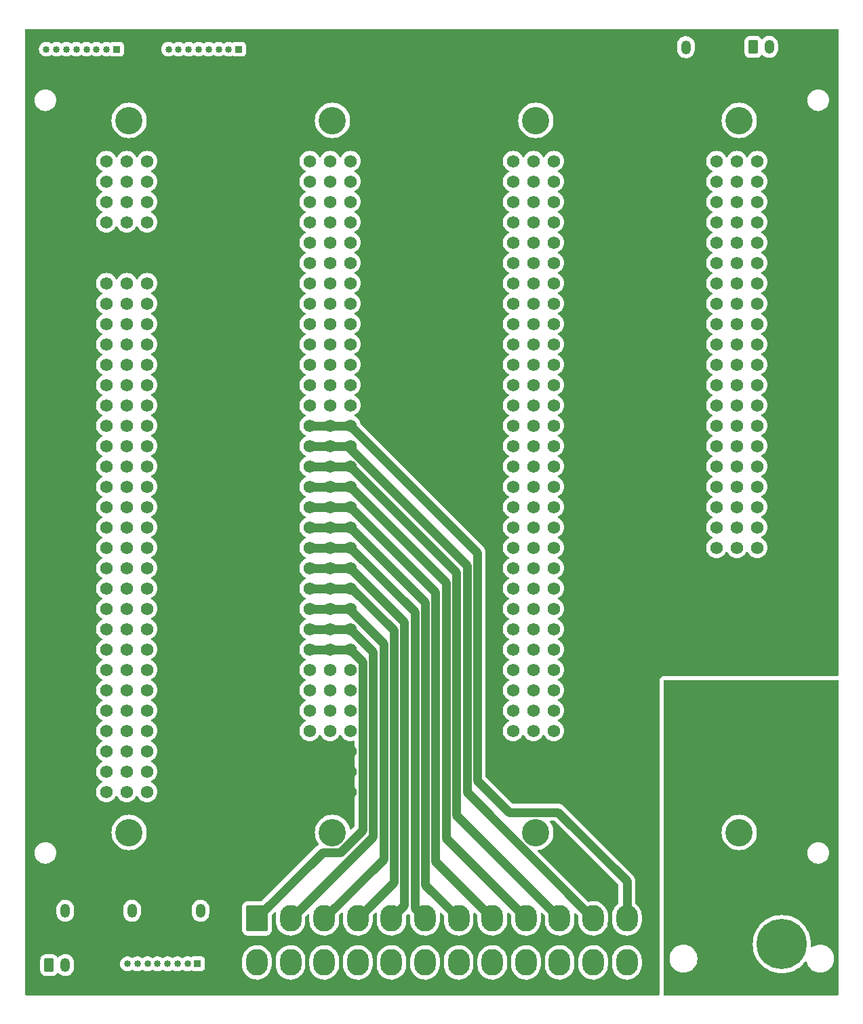
<source format=gbr>
%TF.GenerationSoftware,KiCad,Pcbnew,7.0.7*%
%TF.CreationDate,2024-03-27T23:33:24-04:00*%
%TF.ProjectId,Backplane,4261636b-706c-4616-9e65-2e6b69636164,rev?*%
%TF.SameCoordinates,Original*%
%TF.FileFunction,Copper,L1,Top*%
%TF.FilePolarity,Positive*%
%FSLAX46Y46*%
G04 Gerber Fmt 4.6, Leading zero omitted, Abs format (unit mm)*
G04 Created by KiCad (PCBNEW 7.0.7) date 2024-03-27 23:33:24*
%MOMM*%
%LPD*%
G01*
G04 APERTURE LIST*
G04 Aperture macros list*
%AMRoundRect*
0 Rectangle with rounded corners*
0 $1 Rounding radius*
0 $2 $3 $4 $5 $6 $7 $8 $9 X,Y pos of 4 corners*
0 Add a 4 corners polygon primitive as box body*
4,1,4,$2,$3,$4,$5,$6,$7,$8,$9,$2,$3,0*
0 Add four circle primitives for the rounded corners*
1,1,$1+$1,$2,$3*
1,1,$1+$1,$4,$5*
1,1,$1+$1,$6,$7*
1,1,$1+$1,$8,$9*
0 Add four rect primitives between the rounded corners*
20,1,$1+$1,$2,$3,$4,$5,0*
20,1,$1+$1,$4,$5,$6,$7,0*
20,1,$1+$1,$6,$7,$8,$9,0*
20,1,$1+$1,$8,$9,$2,$3,0*%
G04 Aperture macros list end*
%TA.AperFunction,ComponentPad*%
%ADD10C,6.266000*%
%TD*%
%TA.AperFunction,ComponentPad*%
%ADD11RoundRect,0.250000X-0.350000X-0.625000X0.350000X-0.625000X0.350000X0.625000X-0.350000X0.625000X0*%
%TD*%
%TA.AperFunction,ComponentPad*%
%ADD12O,1.200000X1.750000*%
%TD*%
%TA.AperFunction,ComponentPad*%
%ADD13R,0.850000X0.850000*%
%TD*%
%TA.AperFunction,ComponentPad*%
%ADD14C,0.850000*%
%TD*%
%TA.AperFunction,ComponentPad*%
%ADD15C,3.403600*%
%TD*%
%TA.AperFunction,ComponentPad*%
%ADD16C,1.574800*%
%TD*%
%TA.AperFunction,ComponentPad*%
%ADD17RoundRect,0.250001X-1.099999X-1.399999X1.099999X-1.399999X1.099999X1.399999X-1.099999X1.399999X0*%
%TD*%
%TA.AperFunction,ComponentPad*%
%ADD18O,2.700000X3.300000*%
%TD*%
%TA.AperFunction,Conductor*%
%ADD19C,1.100000*%
%TD*%
%TA.AperFunction,Conductor*%
%ADD20C,1.300000*%
%TD*%
G04 APERTURE END LIST*
D10*
%TO.P,J6,1,1*%
%TO.N,+24V*%
X158153100Y-140944600D03*
%TO.P,J6,2,2*%
%TO.N,GND*%
X165646100Y-140944600D03*
%TD*%
D11*
%TO.P,J11,1,Pin_1*%
%TO.N,+12V*%
X82499328Y-136777073D03*
D12*
%TO.P,J11,2,Pin_2*%
%TO.N,GND*%
X84499328Y-136777073D03*
%TD*%
D13*
%TO.P,J5,1,1*%
%TO.N,ETH1-8*%
X92670000Y-143393262D03*
D14*
%TO.P,J5,2,2*%
%TO.N,ETH1-7*%
X91420000Y-143393262D03*
%TO.P,J5,3,3*%
%TO.N,ETH1-6*%
X90170000Y-143393262D03*
%TO.P,J5,4,4*%
%TO.N,ETH1-5*%
X88920000Y-143393262D03*
%TO.P,J5,5,5*%
%TO.N,ETH1-4*%
X87670000Y-143393262D03*
%TO.P,J5,6,6*%
%TO.N,ETH1-3*%
X86420000Y-143393262D03*
%TO.P,J5,7,7*%
%TO.N,ETH1-2*%
X85170000Y-143393262D03*
%TO.P,J5,8,8*%
%TO.N,ETH1-1*%
X83920000Y-143393262D03*
%TD*%
D11*
%TO.P,J13,1,Pin_1*%
%TO.N,+12V*%
X151670000Y-28956000D03*
D12*
%TO.P,J13,2,Pin_2*%
%TO.N,GND*%
X153670000Y-28956000D03*
%TD*%
D13*
%TO.P,J7,1,1*%
%TO.N,ETH2-8*%
X82550000Y-29210000D03*
D14*
%TO.P,J7,2,2*%
%TO.N,ETH2-7*%
X81300000Y-29210000D03*
%TO.P,J7,3,3*%
%TO.N,ETH2-6*%
X80050000Y-29210000D03*
%TO.P,J7,4,4*%
%TO.N,ETH2-5*%
X78800000Y-29210000D03*
%TO.P,J7,5,5*%
%TO.N,ETH2-4*%
X77550000Y-29210000D03*
%TO.P,J7,6,6*%
%TO.N,ETH2-3*%
X76300000Y-29210000D03*
%TO.P,J7,7,7*%
%TO.N,ETH2-2*%
X75050000Y-29210000D03*
%TO.P,J7,8,8*%
%TO.N,ETH2-1*%
X73800000Y-29210000D03*
%TD*%
D15*
%TO.P,J3,97,97*%
%TO.N,GND*%
X109524800Y-38100000D03*
%TO.P,J3,98,98*%
X109524800Y-127000000D03*
D16*
%TO.P,J3,A1,A1*%
%TO.N,+12V*%
X111760000Y-121920000D03*
%TO.P,J3,A2,A2*%
X111760000Y-119380000D03*
%TO.P,J3,A3,A3*%
X111760000Y-116840000D03*
%TO.P,J3,A4,A4*%
%TO.N,GND*%
X111760000Y-114300000D03*
%TO.P,J3,A5,A5*%
X111760000Y-111760000D03*
%TO.P,J3,A6,A6*%
X111760000Y-109220000D03*
%TO.P,J3,A7,A7*%
%TO.N,+5V*%
X111760000Y-106680000D03*
%TO.P,J3,A8,A8*%
%TO.N,THR5-1*%
X111760000Y-104140000D03*
%TO.P,J3,A9,A9*%
%TO.N,THR5-2*%
X111760000Y-101600000D03*
%TO.P,J3,A10,A10*%
%TO.N,THR5-3*%
X111760000Y-99060000D03*
%TO.P,J3,A11,A11*%
%TO.N,THR6-1*%
X111760000Y-96520000D03*
%TO.P,J3,A12,A12*%
%TO.N,THR6-2*%
X111760000Y-93980000D03*
%TO.P,J3,A13,A13*%
%TO.N,THR6-3*%
X111760000Y-91440000D03*
%TO.P,J3,A14,A14*%
%TO.N,THR7-1*%
X111760000Y-88900000D03*
%TO.P,J3,A15,A15*%
%TO.N,THR7-2*%
X111760000Y-86360000D03*
%TO.P,J3,A16,A16*%
%TO.N,THR7-3*%
X111760000Y-83820000D03*
%TO.P,J3,A17,A17*%
%TO.N,THR8-1*%
X111760000Y-81280000D03*
%TO.P,J3,A18,A18*%
%TO.N,THR8-2*%
X111760000Y-78740000D03*
%TO.P,J3,A19,A19*%
%TO.N,THR8-3*%
X111760000Y-76200000D03*
%TO.P,J3,A20,A20*%
%TO.N,+3.3V*%
X111760000Y-73660000D03*
%TO.P,J3,A21,A21*%
%TO.N,unconnected-(J3-PadA21)*%
X111760000Y-71120000D03*
%TO.P,J3,A22,A22*%
%TO.N,unconnected-(J3-PadA22)*%
X111760000Y-68580000D03*
%TO.P,J3,A23,A23*%
%TO.N,unconnected-(J3-PadA23)*%
X111760000Y-66040000D03*
%TO.P,J3,A24,A24*%
%TO.N,unconnected-(J3-PadA24)*%
X111760000Y-63500000D03*
%TO.P,J3,A25,A25*%
%TO.N,unconnected-(J3-PadA25)*%
X111760000Y-60960000D03*
%TO.P,J3,A26,A26*%
%TO.N,unconnected-(J3-PadA26)*%
X111760000Y-58420000D03*
%TO.P,J3,A27,A27*%
%TO.N,unconnected-(J3-PadA27)*%
X111760000Y-55880000D03*
%TO.P,J3,A28,A28*%
%TO.N,unconnected-(J3-PadA28)*%
X111760000Y-53340000D03*
%TO.P,J3,A29,A29*%
%TO.N,DAT1*%
X111760000Y-50800000D03*
%TO.P,J3,A30,A30*%
%TO.N,GND*%
X111760000Y-48260000D03*
%TO.P,J3,A31,A31*%
%TO.N,CANL*%
X111760000Y-45720000D03*
%TO.P,J3,A32,A32*%
%TO.N,GND*%
X111760000Y-43180000D03*
%TO.P,J3,B1,B1*%
%TO.N,+12V*%
X109220000Y-121920000D03*
%TO.P,J3,B2,B2*%
X109220000Y-119380000D03*
%TO.P,J3,B3,B3*%
X109220000Y-116840000D03*
%TO.P,J3,B4,B4*%
%TO.N,GND*%
X109220000Y-114300000D03*
%TO.P,J3,B5,B5*%
X109220000Y-111760000D03*
%TO.P,J3,B6,B6*%
X109220000Y-109220000D03*
%TO.P,J3,B7,B7*%
%TO.N,+5V*%
X109220000Y-106680000D03*
%TO.P,J3,B8,B8*%
%TO.N,THR5-1*%
X109220000Y-104140000D03*
%TO.P,J3,B9,B9*%
%TO.N,THR5-2*%
X109220000Y-101600000D03*
%TO.P,J3,B10,B10*%
%TO.N,THR5-3*%
X109220000Y-99060000D03*
%TO.P,J3,B11,B11*%
%TO.N,THR6-1*%
X109220000Y-96520000D03*
%TO.P,J3,B12,B12*%
%TO.N,THR6-2*%
X109220000Y-93980000D03*
%TO.P,J3,B13,B13*%
%TO.N,THR6-3*%
X109220000Y-91440000D03*
%TO.P,J3,B14,B14*%
%TO.N,THR7-1*%
X109220000Y-88900000D03*
%TO.P,J3,B15,B15*%
%TO.N,THR7-2*%
X109220000Y-86360000D03*
%TO.P,J3,B16,B16*%
%TO.N,THR7-3*%
X109220000Y-83820000D03*
%TO.P,J3,B17,B17*%
%TO.N,THR8-1*%
X109220000Y-81280000D03*
%TO.P,J3,B18,B18*%
%TO.N,THR8-2*%
X109220000Y-78740000D03*
%TO.P,J3,B19,B19*%
%TO.N,THR8-3*%
X109220000Y-76200000D03*
%TO.P,J3,B20,B20*%
%TO.N,+3.3V*%
X109220000Y-73660000D03*
%TO.P,J3,B21,B21*%
%TO.N,unconnected-(J3-PadB21)*%
X109220000Y-71120000D03*
%TO.P,J3,B22,B22*%
%TO.N,unconnected-(J3-PadB22)*%
X109220000Y-68580000D03*
%TO.P,J3,B23,B23*%
%TO.N,unconnected-(J3-PadB23)*%
X109220000Y-66040000D03*
%TO.P,J3,B24,B24*%
%TO.N,unconnected-(J3-PadB24)*%
X109220000Y-63500000D03*
%TO.P,J3,B25,B25*%
%TO.N,unconnected-(J3-PadB25)*%
X109220000Y-60960000D03*
%TO.P,J3,B26,B26*%
%TO.N,unconnected-(J3-PadB26)*%
X109220000Y-58420000D03*
%TO.P,J3,B27,B27*%
%TO.N,unconnected-(J3-PadB27)*%
X109220000Y-55880000D03*
%TO.P,J3,B28,B28*%
%TO.N,unconnected-(J3-PadB28)*%
X109220000Y-53340000D03*
%TO.P,J3,B29,B29*%
%TO.N,DAT1*%
X109220000Y-50800000D03*
%TO.P,J3,B30,B30*%
%TO.N,DAT2*%
X109220000Y-48260000D03*
%TO.P,J3,B31,B31*%
%TO.N,CANL*%
X109220000Y-45720000D03*
%TO.P,J3,B32,B32*%
%TO.N,CANH*%
X109220000Y-43180000D03*
%TO.P,J3,C1,C1*%
%TO.N,+12V*%
X106680000Y-121920000D03*
%TO.P,J3,C2,C2*%
X106680000Y-119380000D03*
%TO.P,J3,C3,C3*%
X106680000Y-116840000D03*
%TO.P,J3,C4,C4*%
%TO.N,GND*%
X106680000Y-114300000D03*
%TO.P,J3,C5,C5*%
X106680000Y-111760000D03*
%TO.P,J3,C6,C6*%
X106680000Y-109220000D03*
%TO.P,J3,C7,C7*%
%TO.N,+5V*%
X106680000Y-106680000D03*
%TO.P,J3,C8,C8*%
%TO.N,THR5-1*%
X106680000Y-104140000D03*
%TO.P,J3,C9,C9*%
%TO.N,THR5-2*%
X106680000Y-101600000D03*
%TO.P,J3,C10,C10*%
%TO.N,THR5-3*%
X106680000Y-99060000D03*
%TO.P,J3,C11,C11*%
%TO.N,THR6-1*%
X106680000Y-96520000D03*
%TO.P,J3,C12,C12*%
%TO.N,THR6-2*%
X106680000Y-93980000D03*
%TO.P,J3,C13,C13*%
%TO.N,THR6-3*%
X106680000Y-91440000D03*
%TO.P,J3,C14,C14*%
%TO.N,THR7-1*%
X106680000Y-88900000D03*
%TO.P,J3,C15,C15*%
%TO.N,THR7-2*%
X106680000Y-86360000D03*
%TO.P,J3,C16,C16*%
%TO.N,THR7-3*%
X106680000Y-83820000D03*
%TO.P,J3,C17,C17*%
%TO.N,THR8-1*%
X106680000Y-81280000D03*
%TO.P,J3,C18,C18*%
%TO.N,THR8-2*%
X106680000Y-78740000D03*
%TO.P,J3,C19,C19*%
%TO.N,THR8-3*%
X106680000Y-76200000D03*
%TO.P,J3,C20,C20*%
%TO.N,+3.3V*%
X106680000Y-73660000D03*
%TO.P,J3,C21,C21*%
%TO.N,unconnected-(J3-PadC21)*%
X106680000Y-71120000D03*
%TO.P,J3,C22,C22*%
%TO.N,unconnected-(J3-PadC22)*%
X106680000Y-68580000D03*
%TO.P,J3,C23,C23*%
%TO.N,unconnected-(J3-PadC23)*%
X106680000Y-66040000D03*
%TO.P,J3,C24,C24*%
%TO.N,unconnected-(J3-PadC24)*%
X106680000Y-63500000D03*
%TO.P,J3,C25,C25*%
%TO.N,unconnected-(J3-PadC25)*%
X106680000Y-60960000D03*
%TO.P,J3,C26,C26*%
%TO.N,unconnected-(J3-PadC26)*%
X106680000Y-58420000D03*
%TO.P,J3,C27,C27*%
%TO.N,unconnected-(J3-PadC27)*%
X106680000Y-55880000D03*
%TO.P,J3,C28,C28*%
%TO.N,unconnected-(J3-PadC28)*%
X106680000Y-53340000D03*
%TO.P,J3,C29,C29*%
%TO.N,GND*%
X106680000Y-50800000D03*
%TO.P,J3,C30,C30*%
%TO.N,DAT2*%
X106680000Y-48260000D03*
%TO.P,J3,C31,C31*%
%TO.N,GND*%
X106680000Y-45720000D03*
%TO.P,J3,C32,C32*%
%TO.N,CANH*%
X106680000Y-43180000D03*
%TD*%
D11*
%TO.P,J14,1,Pin_1*%
%TO.N,+12V*%
X91058460Y-136771766D03*
D12*
%TO.P,J14,2,Pin_2*%
%TO.N,GND*%
X93058460Y-136771766D03*
%TD*%
D11*
%TO.P,J9,1,Pin_1*%
%TO.N,SW2*%
X74140538Y-143555467D03*
D12*
%TO.P,J9,2,Pin_2*%
%TO.N,SW1*%
X76140538Y-143555467D03*
%TD*%
D11*
%TO.P,J15,1,Pin_1*%
%TO.N,+12V*%
X74164583Y-136764001D03*
D12*
%TO.P,J15,2,Pin_2*%
%TO.N,GND*%
X76164583Y-136764001D03*
%TD*%
D15*
%TO.P,J2,97,97*%
%TO.N,GND*%
X134924800Y-38100000D03*
%TO.P,J2,98,98*%
X134924800Y-127000000D03*
D16*
%TO.P,J2,A1,A1*%
%TO.N,+12V*%
X137160000Y-121920000D03*
%TO.P,J2,A2,A2*%
X137160000Y-119380000D03*
%TO.P,J2,A3,A3*%
X137160000Y-116840000D03*
%TO.P,J2,A4,A4*%
%TO.N,GND*%
X137160000Y-114300000D03*
%TO.P,J2,A5,A5*%
X137160000Y-111760000D03*
%TO.P,J2,A6,A6*%
X137160000Y-109220000D03*
%TO.P,J2,A7,A7*%
%TO.N,+5V*%
X137160000Y-106680000D03*
%TO.P,J2,A8,A8*%
%TO.N,THR1-1*%
X137160000Y-104140000D03*
%TO.P,J2,A9,A9*%
%TO.N,THR1-2*%
X137160000Y-101600000D03*
%TO.P,J2,A10,A10*%
%TO.N,THR1-3*%
X137160000Y-99060000D03*
%TO.P,J2,A11,A11*%
%TO.N,THR2-1*%
X137160000Y-96520000D03*
%TO.P,J2,A12,A12*%
%TO.N,THR2-2*%
X137160000Y-93980000D03*
%TO.P,J2,A13,A13*%
%TO.N,THR2-3*%
X137160000Y-91440000D03*
%TO.P,J2,A14,A14*%
%TO.N,THR3-1*%
X137160000Y-88900000D03*
%TO.P,J2,A15,A15*%
%TO.N,THR3-2*%
X137160000Y-86360000D03*
%TO.P,J2,A16,A16*%
%TO.N,THR3-3*%
X137160000Y-83820000D03*
%TO.P,J2,A17,A17*%
%TO.N,THR4-1*%
X137160000Y-81280000D03*
%TO.P,J2,A18,A18*%
%TO.N,THR4-2*%
X137160000Y-78740000D03*
%TO.P,J2,A19,A19*%
%TO.N,THR4-3*%
X137160000Y-76200000D03*
%TO.P,J2,A20,A20*%
%TO.N,+3.3V*%
X137160000Y-73660000D03*
%TO.P,J2,A21,A21*%
%TO.N,unconnected-(J2-PadA21)*%
X137160000Y-71120000D03*
%TO.P,J2,A22,A22*%
%TO.N,unconnected-(J2-PadA22)*%
X137160000Y-68580000D03*
%TO.P,J2,A23,A23*%
%TO.N,unconnected-(J2-PadA23)*%
X137160000Y-66040000D03*
%TO.P,J2,A24,A24*%
%TO.N,unconnected-(J2-PadA24)*%
X137160000Y-63500000D03*
%TO.P,J2,A25,A25*%
%TO.N,unconnected-(J2-PadA25)*%
X137160000Y-60960000D03*
%TO.P,J2,A26,A26*%
%TO.N,unconnected-(J2-PadA26)*%
X137160000Y-58420000D03*
%TO.P,J2,A27,A27*%
%TO.N,unconnected-(J2-PadA27)*%
X137160000Y-55880000D03*
%TO.P,J2,A28,A28*%
%TO.N,unconnected-(J2-PadA28)*%
X137160000Y-53340000D03*
%TO.P,J2,A29,A29*%
%TO.N,DAT1*%
X137160000Y-50800000D03*
%TO.P,J2,A30,A30*%
%TO.N,GND*%
X137160000Y-48260000D03*
%TO.P,J2,A31,A31*%
%TO.N,CANL*%
X137160000Y-45720000D03*
%TO.P,J2,A32,A32*%
%TO.N,GND*%
X137160000Y-43180000D03*
%TO.P,J2,B1,B1*%
%TO.N,+12V*%
X134620000Y-121920000D03*
%TO.P,J2,B2,B2*%
X134620000Y-119380000D03*
%TO.P,J2,B3,B3*%
X134620000Y-116840000D03*
%TO.P,J2,B4,B4*%
%TO.N,GND*%
X134620000Y-114300000D03*
%TO.P,J2,B5,B5*%
X134620000Y-111760000D03*
%TO.P,J2,B6,B6*%
X134620000Y-109220000D03*
%TO.P,J2,B7,B7*%
%TO.N,+5V*%
X134620000Y-106680000D03*
%TO.P,J2,B8,B8*%
%TO.N,THR1-1*%
X134620000Y-104140000D03*
%TO.P,J2,B9,B9*%
%TO.N,THR1-2*%
X134620000Y-101600000D03*
%TO.P,J2,B10,B10*%
%TO.N,THR1-3*%
X134620000Y-99060000D03*
%TO.P,J2,B11,B11*%
%TO.N,THR2-1*%
X134620000Y-96520000D03*
%TO.P,J2,B12,B12*%
%TO.N,THR2-2*%
X134620000Y-93980000D03*
%TO.P,J2,B13,B13*%
%TO.N,THR2-3*%
X134620000Y-91440000D03*
%TO.P,J2,B14,B14*%
%TO.N,THR3-1*%
X134620000Y-88900000D03*
%TO.P,J2,B15,B15*%
%TO.N,THR3-2*%
X134620000Y-86360000D03*
%TO.P,J2,B16,B16*%
%TO.N,THR3-3*%
X134620000Y-83820000D03*
%TO.P,J2,B17,B17*%
%TO.N,THR4-1*%
X134620000Y-81280000D03*
%TO.P,J2,B18,B18*%
%TO.N,THR4-2*%
X134620000Y-78740000D03*
%TO.P,J2,B19,B19*%
%TO.N,THR4-3*%
X134620000Y-76200000D03*
%TO.P,J2,B20,B20*%
%TO.N,+3.3V*%
X134620000Y-73660000D03*
%TO.P,J2,B21,B21*%
%TO.N,unconnected-(J2-PadB21)*%
X134620000Y-71120000D03*
%TO.P,J2,B22,B22*%
%TO.N,unconnected-(J2-PadB22)*%
X134620000Y-68580000D03*
%TO.P,J2,B23,B23*%
%TO.N,unconnected-(J2-PadB23)*%
X134620000Y-66040000D03*
%TO.P,J2,B24,B24*%
%TO.N,unconnected-(J2-PadB24)*%
X134620000Y-63500000D03*
%TO.P,J2,B25,B25*%
%TO.N,unconnected-(J2-PadB25)*%
X134620000Y-60960000D03*
%TO.P,J2,B26,B26*%
%TO.N,unconnected-(J2-PadB26)*%
X134620000Y-58420000D03*
%TO.P,J2,B27,B27*%
%TO.N,unconnected-(J2-PadB27)*%
X134620000Y-55880000D03*
%TO.P,J2,B28,B28*%
%TO.N,unconnected-(J2-PadB28)*%
X134620000Y-53340000D03*
%TO.P,J2,B29,B29*%
%TO.N,DAT1*%
X134620000Y-50800000D03*
%TO.P,J2,B30,B30*%
%TO.N,DAT2*%
X134620000Y-48260000D03*
%TO.P,J2,B31,B31*%
%TO.N,CANL*%
X134620000Y-45720000D03*
%TO.P,J2,B32,B32*%
%TO.N,CANH*%
X134620000Y-43180000D03*
%TO.P,J2,C1,C1*%
%TO.N,+12V*%
X132080000Y-121920000D03*
%TO.P,J2,C2,C2*%
X132080000Y-119380000D03*
%TO.P,J2,C3,C3*%
X132080000Y-116840000D03*
%TO.P,J2,C4,C4*%
%TO.N,GND*%
X132080000Y-114300000D03*
%TO.P,J2,C5,C5*%
X132080000Y-111760000D03*
%TO.P,J2,C6,C6*%
X132080000Y-109220000D03*
%TO.P,J2,C7,C7*%
%TO.N,+5V*%
X132080000Y-106680000D03*
%TO.P,J2,C8,C8*%
%TO.N,THR1-1*%
X132080000Y-104140000D03*
%TO.P,J2,C9,C9*%
%TO.N,THR1-2*%
X132080000Y-101600000D03*
%TO.P,J2,C10,C10*%
%TO.N,THR1-3*%
X132080000Y-99060000D03*
%TO.P,J2,C11,C11*%
%TO.N,THR2-1*%
X132080000Y-96520000D03*
%TO.P,J2,C12,C12*%
%TO.N,THR2-2*%
X132080000Y-93980000D03*
%TO.P,J2,C13,C13*%
%TO.N,THR2-3*%
X132080000Y-91440000D03*
%TO.P,J2,C14,C14*%
%TO.N,THR3-1*%
X132080000Y-88900000D03*
%TO.P,J2,C15,C15*%
%TO.N,THR3-2*%
X132080000Y-86360000D03*
%TO.P,J2,C16,C16*%
%TO.N,THR3-3*%
X132080000Y-83820000D03*
%TO.P,J2,C17,C17*%
%TO.N,THR4-1*%
X132080000Y-81280000D03*
%TO.P,J2,C18,C18*%
%TO.N,THR4-2*%
X132080000Y-78740000D03*
%TO.P,J2,C19,C19*%
%TO.N,THR4-3*%
X132080000Y-76200000D03*
%TO.P,J2,C20,C20*%
%TO.N,+3.3V*%
X132080000Y-73660000D03*
%TO.P,J2,C21,C21*%
%TO.N,unconnected-(J2-PadC21)*%
X132080000Y-71120000D03*
%TO.P,J2,C22,C22*%
%TO.N,unconnected-(J2-PadC22)*%
X132080000Y-68580000D03*
%TO.P,J2,C23,C23*%
%TO.N,unconnected-(J2-PadC23)*%
X132080000Y-66040000D03*
%TO.P,J2,C24,C24*%
%TO.N,unconnected-(J2-PadC24)*%
X132080000Y-63500000D03*
%TO.P,J2,C25,C25*%
%TO.N,unconnected-(J2-PadC25)*%
X132080000Y-60960000D03*
%TO.P,J2,C26,C26*%
%TO.N,unconnected-(J2-PadC26)*%
X132080000Y-58420000D03*
%TO.P,J2,C27,C27*%
%TO.N,unconnected-(J2-PadC27)*%
X132080000Y-55880000D03*
%TO.P,J2,C28,C28*%
%TO.N,unconnected-(J2-PadC28)*%
X132080000Y-53340000D03*
%TO.P,J2,C29,C29*%
%TO.N,GND*%
X132080000Y-50800000D03*
%TO.P,J2,C30,C30*%
%TO.N,DAT2*%
X132080000Y-48260000D03*
%TO.P,J2,C31,C31*%
%TO.N,GND*%
X132080000Y-45720000D03*
%TO.P,J2,C32,C32*%
%TO.N,CANH*%
X132080000Y-43180000D03*
%TD*%
D15*
%TO.P,J1,97,97*%
%TO.N,GND*%
X160324800Y-38100000D03*
%TO.P,J1,98,98*%
X160324800Y-127000000D03*
D16*
%TO.P,J1,A1,A1*%
%TO.N,+24V*%
X162560000Y-121920000D03*
%TO.P,J1,A2,A2*%
X162560000Y-119380000D03*
%TO.P,J1,A3,A3*%
X162560000Y-116840000D03*
%TO.P,J1,A4,A4*%
X162560000Y-114300000D03*
%TO.P,J1,A5,A5*%
X162560000Y-111760000D03*
%TO.P,J1,A6,A6*%
X162560000Y-109220000D03*
%TO.P,J1,A7,A7*%
%TO.N,+12V*%
X162560000Y-106680000D03*
%TO.P,J1,A8,A8*%
X162560000Y-104140000D03*
%TO.P,J1,A9,A9*%
X162560000Y-101600000D03*
%TO.P,J1,A10,A10*%
X162560000Y-99060000D03*
%TO.P,J1,A11,A11*%
X162560000Y-96520000D03*
%TO.P,J1,A12,A12*%
X162560000Y-93980000D03*
%TO.P,J1,A13,A13*%
%TO.N,GND*%
X162560000Y-91440000D03*
%TO.P,J1,A14,A14*%
X162560000Y-88900000D03*
%TO.P,J1,A15,A15*%
X162560000Y-86360000D03*
%TO.P,J1,A16,A16*%
X162560000Y-83820000D03*
%TO.P,J1,A17,A17*%
X162560000Y-81280000D03*
%TO.P,J1,A18,A18*%
X162560000Y-78740000D03*
%TO.P,J1,A19,A19*%
%TO.N,+5V*%
X162560000Y-76200000D03*
%TO.P,J1,A20,A20*%
X162560000Y-73660000D03*
%TO.P,J1,A21,A21*%
%TO.N,+3.3V*%
X162560000Y-71120000D03*
%TO.P,J1,A22,A22*%
X162560000Y-68580000D03*
%TO.P,J1,A23,A23*%
%TO.N,unconnected-(J1-PadA23)*%
X162560000Y-66040000D03*
%TO.P,J1,A24,A24*%
%TO.N,unconnected-(J1-PadA24)*%
X162560000Y-63500000D03*
%TO.P,J1,A25,A25*%
%TO.N,unconnected-(J1-PadA25)*%
X162560000Y-60960000D03*
%TO.P,J1,A26,A26*%
%TO.N,unconnected-(J1-PadA26)*%
X162560000Y-58420000D03*
%TO.P,J1,A27,A27*%
%TO.N,SW2*%
X162560000Y-55880000D03*
%TO.P,J1,A28,A28*%
%TO.N,GND*%
X162560000Y-53340000D03*
%TO.P,J1,A29,A29*%
%TO.N,DAT1*%
X162560000Y-50800000D03*
%TO.P,J1,A30,A30*%
%TO.N,GND*%
X162560000Y-48260000D03*
%TO.P,J1,A31,A31*%
%TO.N,CANL*%
X162560000Y-45720000D03*
%TO.P,J1,A32,A32*%
%TO.N,GND*%
X162560000Y-43180000D03*
%TO.P,J1,B1,B1*%
%TO.N,+24V*%
X160020000Y-121920000D03*
%TO.P,J1,B2,B2*%
X160020000Y-119380000D03*
%TO.P,J1,B3,B3*%
X160020000Y-116840000D03*
%TO.P,J1,B4,B4*%
X160020000Y-114300000D03*
%TO.P,J1,B5,B5*%
X160020000Y-111760000D03*
%TO.P,J1,B6,B6*%
X160020000Y-109220000D03*
%TO.P,J1,B7,B7*%
%TO.N,+12V*%
X160020000Y-106680000D03*
%TO.P,J1,B8,B8*%
X160020000Y-104140000D03*
%TO.P,J1,B9,B9*%
X160020000Y-101600000D03*
%TO.P,J1,B10,B10*%
X160020000Y-99060000D03*
%TO.P,J1,B11,B11*%
X160020000Y-96520000D03*
%TO.P,J1,B12,B12*%
X160020000Y-93980000D03*
%TO.P,J1,B13,B13*%
%TO.N,GND*%
X160020000Y-91440000D03*
%TO.P,J1,B14,B14*%
X160020000Y-88900000D03*
%TO.P,J1,B15,B15*%
X160020000Y-86360000D03*
%TO.P,J1,B16,B16*%
X160020000Y-83820000D03*
%TO.P,J1,B17,B17*%
X160020000Y-81280000D03*
%TO.P,J1,B18,B18*%
X160020000Y-78740000D03*
%TO.P,J1,B19,B19*%
%TO.N,+5V*%
X160020000Y-76200000D03*
%TO.P,J1,B20,B20*%
X160020000Y-73660000D03*
%TO.P,J1,B21,B21*%
%TO.N,+3.3V*%
X160020000Y-71120000D03*
%TO.P,J1,B22,B22*%
X160020000Y-68580000D03*
%TO.P,J1,B23,B23*%
%TO.N,unconnected-(J1-PadB23)*%
X160020000Y-66040000D03*
%TO.P,J1,B24,B24*%
%TO.N,unconnected-(J1-PadB24)*%
X160020000Y-63500000D03*
%TO.P,J1,B25,B25*%
%TO.N,unconnected-(J1-PadB25)*%
X160020000Y-60960000D03*
%TO.P,J1,B26,B26*%
%TO.N,unconnected-(J1-PadB26)*%
X160020000Y-58420000D03*
%TO.P,J1,B27,B27*%
%TO.N,SW2*%
X160020000Y-55880000D03*
%TO.P,J1,B28,B28*%
%TO.N,SW1*%
X160020000Y-53340000D03*
%TO.P,J1,B29,B29*%
%TO.N,DAT1*%
X160020000Y-50800000D03*
%TO.P,J1,B30,B30*%
%TO.N,DAT2*%
X160020000Y-48260000D03*
%TO.P,J1,B31,B31*%
%TO.N,CANL*%
X160020000Y-45720000D03*
%TO.P,J1,B32,B32*%
%TO.N,CANH*%
X160020000Y-43180000D03*
%TO.P,J1,C1,C1*%
%TO.N,+24V*%
X157480000Y-121920000D03*
%TO.P,J1,C2,C2*%
X157480000Y-119380000D03*
%TO.P,J1,C3,C3*%
X157480000Y-116840000D03*
%TO.P,J1,C4,C4*%
X157480000Y-114300000D03*
%TO.P,J1,C5,C5*%
X157480000Y-111760000D03*
%TO.P,J1,C6,C6*%
X157480000Y-109220000D03*
%TO.P,J1,C7,C7*%
%TO.N,+12V*%
X157480000Y-106680000D03*
%TO.P,J1,C8,C8*%
X157480000Y-104140000D03*
%TO.P,J1,C9,C9*%
X157480000Y-101600000D03*
%TO.P,J1,C10,C10*%
X157480000Y-99060000D03*
%TO.P,J1,C11,C11*%
X157480000Y-96520000D03*
%TO.P,J1,C12,C12*%
X157480000Y-93980000D03*
%TO.P,J1,C13,C13*%
%TO.N,GND*%
X157480000Y-91440000D03*
%TO.P,J1,C14,C14*%
X157480000Y-88900000D03*
%TO.P,J1,C15,C15*%
X157480000Y-86360000D03*
%TO.P,J1,C16,C16*%
X157480000Y-83820000D03*
%TO.P,J1,C17,C17*%
X157480000Y-81280000D03*
%TO.P,J1,C18,C18*%
X157480000Y-78740000D03*
%TO.P,J1,C19,C19*%
%TO.N,+5V*%
X157480000Y-76200000D03*
%TO.P,J1,C20,C20*%
X157480000Y-73660000D03*
%TO.P,J1,C21,C21*%
%TO.N,+3.3V*%
X157480000Y-71120000D03*
%TO.P,J1,C22,C22*%
X157480000Y-68580000D03*
%TO.P,J1,C23,C23*%
%TO.N,unconnected-(J1-PadC23)*%
X157480000Y-66040000D03*
%TO.P,J1,C24,C24*%
%TO.N,unconnected-(J1-PadC24)*%
X157480000Y-63500000D03*
%TO.P,J1,C25,C25*%
%TO.N,unconnected-(J1-PadC25)*%
X157480000Y-60960000D03*
%TO.P,J1,C26,C26*%
%TO.N,unconnected-(J1-PadC26)*%
X157480000Y-58420000D03*
%TO.P,J1,C27,C27*%
%TO.N,GND*%
X157480000Y-55880000D03*
%TO.P,J1,C28,C28*%
%TO.N,SW1*%
X157480000Y-53340000D03*
%TO.P,J1,C29,C29*%
%TO.N,GND*%
X157480000Y-50800000D03*
%TO.P,J1,C30,C30*%
%TO.N,DAT2*%
X157480000Y-48260000D03*
%TO.P,J1,C31,C31*%
%TO.N,GND*%
X157480000Y-45720000D03*
%TO.P,J1,C32,C32*%
%TO.N,CANH*%
X157480000Y-43180000D03*
%TD*%
D11*
%TO.P,J10,1,Pin_1*%
%TO.N,CANH*%
X162068000Y-28914000D03*
D12*
%TO.P,J10,2,Pin_2*%
%TO.N,CANL*%
X164068000Y-28914000D03*
%TD*%
D17*
%TO.P,J12,1,Pin_1*%
%TO.N,THR5-1*%
X100090000Y-137720000D03*
D18*
%TO.P,J12,2,Pin_2*%
%TO.N,THR5-2*%
X104290000Y-137720000D03*
%TO.P,J12,3,Pin_3*%
%TO.N,THR5-3*%
X108490000Y-137720000D03*
%TO.P,J12,4,Pin_4*%
%TO.N,THR6-1*%
X112690000Y-137720000D03*
%TO.P,J12,5,Pin_5*%
%TO.N,THR6-2*%
X116890000Y-137720000D03*
%TO.P,J12,6,Pin_6*%
%TO.N,THR6-3*%
X121090000Y-137720000D03*
%TO.P,J12,7,Pin_7*%
%TO.N,THR7-1*%
X125290000Y-137720000D03*
%TO.P,J12,8,Pin_8*%
%TO.N,THR7-2*%
X129490000Y-137720000D03*
%TO.P,J12,9,Pin_9*%
%TO.N,THR7-3*%
X133690000Y-137720000D03*
%TO.P,J12,10,Pin_10*%
%TO.N,THR8-1*%
X137890000Y-137720000D03*
%TO.P,J12,11,Pin_11*%
%TO.N,THR8-2*%
X142090000Y-137720000D03*
%TO.P,J12,12,Pin_12*%
%TO.N,THR8-3*%
X146290000Y-137720000D03*
%TO.P,J12,13,Pin_13*%
%TO.N,THR4-3*%
X100090000Y-143220000D03*
%TO.P,J12,14,Pin_14*%
%TO.N,THR4-2*%
X104290000Y-143220000D03*
%TO.P,J12,15,Pin_15*%
%TO.N,THR4-1*%
X108490000Y-143220000D03*
%TO.P,J12,16,Pin_16*%
%TO.N,THR3-3*%
X112690000Y-143220000D03*
%TO.P,J12,17,Pin_17*%
%TO.N,THR3-2*%
X116890000Y-143220000D03*
%TO.P,J12,18,Pin_18*%
%TO.N,THR3-1*%
X121090000Y-143220000D03*
%TO.P,J12,19,Pin_19*%
%TO.N,THR2-3*%
X125290000Y-143220000D03*
%TO.P,J12,20,Pin_20*%
%TO.N,THR2-2*%
X129490000Y-143220000D03*
%TO.P,J12,21,Pin_21*%
%TO.N,THR2-1*%
X133690000Y-143220000D03*
%TO.P,J12,22,Pin_22*%
%TO.N,THR1-3*%
X137890000Y-143220000D03*
%TO.P,J12,23,Pin_23*%
%TO.N,THR1-2*%
X142090000Y-143220000D03*
%TO.P,J12,24,Pin_24*%
%TO.N,THR1-1*%
X146290000Y-143220000D03*
%TD*%
D13*
%TO.P,J8,1,1*%
%TO.N,ETH3-8*%
X97810000Y-29210000D03*
D14*
%TO.P,J8,2,2*%
%TO.N,ETH3-7*%
X96560000Y-29210000D03*
%TO.P,J8,3,3*%
%TO.N,ETH3-6*%
X95310000Y-29210000D03*
%TO.P,J8,4,4*%
%TO.N,ETH3-5*%
X94060000Y-29210000D03*
%TO.P,J8,5,5*%
%TO.N,ETH3-4*%
X92810000Y-29210000D03*
%TO.P,J8,6,6*%
%TO.N,ETH3-3*%
X91560000Y-29210000D03*
%TO.P,J8,7,7*%
%TO.N,ETH3-2*%
X90310000Y-29210000D03*
%TO.P,J8,8,8*%
%TO.N,ETH3-1*%
X89060000Y-29210000D03*
%TD*%
D15*
%TO.P,J4,97,97*%
%TO.N,GND*%
X84124800Y-38100000D03*
%TO.P,J4,98,98*%
X84124800Y-127000000D03*
D16*
%TO.P,J4,A1,A1*%
%TO.N,+5V*%
X86360000Y-121920000D03*
%TO.P,J4,A2,A2*%
%TO.N,GND*%
X86360000Y-119380000D03*
%TO.P,J4,A3,A3*%
%TO.N,ETH1-1*%
X86360000Y-116840000D03*
%TO.P,J4,A4,A4*%
%TO.N,GND*%
X86360000Y-114300000D03*
%TO.P,J4,A5,A5*%
%TO.N,ETH1-3*%
X86360000Y-111760000D03*
%TO.P,J4,A6,A6*%
%TO.N,GND*%
X86360000Y-109220000D03*
%TO.P,J4,A7,A7*%
%TO.N,ETH1-5*%
X86360000Y-106680000D03*
%TO.P,J4,A8,A8*%
%TO.N,GND*%
X86360000Y-104140000D03*
%TO.P,J4,A9,A9*%
%TO.N,ETH1-7*%
X86360000Y-101600000D03*
%TO.P,J4,A10,A10*%
%TO.N,GND*%
X86360000Y-99060000D03*
%TO.P,J4,A11,A11*%
%TO.N,ETH2-1*%
X86360000Y-96520000D03*
%TO.P,J4,A12,A12*%
%TO.N,GND*%
X86360000Y-93980000D03*
%TO.P,J4,A13,A13*%
%TO.N,ETH2-3*%
X86360000Y-91440000D03*
%TO.P,J4,A14,A14*%
%TO.N,GND*%
X86360000Y-88900000D03*
%TO.P,J4,A15,A15*%
%TO.N,ETH2-5*%
X86360000Y-86360000D03*
%TO.P,J4,A16,A16*%
%TO.N,GND*%
X86360000Y-83820000D03*
%TO.P,J4,A17,A17*%
%TO.N,ETH2-7*%
X86360000Y-81280000D03*
%TO.P,J4,A18,A18*%
%TO.N,GND*%
X86360000Y-78740000D03*
%TO.P,J4,A19,A19*%
%TO.N,ETH3-1*%
X86360000Y-76200000D03*
%TO.P,J4,A20,A20*%
%TO.N,GND*%
X86360000Y-73660000D03*
%TO.P,J4,A21,A21*%
%TO.N,ETH3-3*%
X86360000Y-71120000D03*
%TO.P,J4,A22,A22*%
%TO.N,GND*%
X86360000Y-68580000D03*
%TO.P,J4,A23,A23*%
%TO.N,ETH3-5*%
X86360000Y-66040000D03*
%TO.P,J4,A24,A24*%
%TO.N,GND*%
X86360000Y-63500000D03*
%TO.P,J4,A25,A25*%
%TO.N,ETH3-7*%
X86360000Y-60960000D03*
%TO.P,J4,A26,A26*%
%TO.N,GND*%
X86360000Y-58420000D03*
%TO.P,J4,A27,A27*%
%TO.N,+12V*%
X86360000Y-55880000D03*
%TO.P,J4,A28,A28*%
X86360000Y-53340000D03*
%TO.P,J4,A29,A29*%
%TO.N,DAT1*%
X86360000Y-50800000D03*
%TO.P,J4,A30,A30*%
%TO.N,GND*%
X86360000Y-48260000D03*
%TO.P,J4,A31,A31*%
%TO.N,CANL*%
X86360000Y-45720000D03*
%TO.P,J4,A32,A32*%
%TO.N,GND*%
X86360000Y-43180000D03*
%TO.P,J4,B1,B1*%
%TO.N,+5V*%
X83820000Y-121920000D03*
%TO.P,J4,B2,B2*%
%TO.N,GND*%
X83820000Y-119380000D03*
%TO.P,J4,B3,B3*%
%TO.N,ETH1-1*%
X83820000Y-116840000D03*
%TO.P,J4,B4,B4*%
%TO.N,ETH1-2*%
X83820000Y-114300000D03*
%TO.P,J4,B5,B5*%
%TO.N,ETH1-3*%
X83820000Y-111760000D03*
%TO.P,J4,B6,B6*%
%TO.N,ETH1-4*%
X83820000Y-109220000D03*
%TO.P,J4,B7,B7*%
%TO.N,ETH1-5*%
X83820000Y-106680000D03*
%TO.P,J4,B8,B8*%
%TO.N,ETH1-6*%
X83820000Y-104140000D03*
%TO.P,J4,B9,B9*%
%TO.N,ETH1-7*%
X83820000Y-101600000D03*
%TO.P,J4,B10,B10*%
%TO.N,ETH1-8*%
X83820000Y-99060000D03*
%TO.P,J4,B11,B11*%
%TO.N,ETH2-1*%
X83820000Y-96520000D03*
%TO.P,J4,B12,B12*%
%TO.N,ETH2-2*%
X83820000Y-93980000D03*
%TO.P,J4,B13,B13*%
%TO.N,ETH2-3*%
X83820000Y-91440000D03*
%TO.P,J4,B14,B14*%
%TO.N,ETH2-4*%
X83820000Y-88900000D03*
%TO.P,J4,B15,B15*%
%TO.N,ETH2-5*%
X83820000Y-86360000D03*
%TO.P,J4,B16,B16*%
%TO.N,ETH2-6*%
X83820000Y-83820000D03*
%TO.P,J4,B17,B17*%
%TO.N,ETH2-7*%
X83820000Y-81280000D03*
%TO.P,J4,B18,B18*%
%TO.N,ETH2-8*%
X83820000Y-78740000D03*
%TO.P,J4,B19,B19*%
%TO.N,ETH3-1*%
X83820000Y-76200000D03*
%TO.P,J4,B20,B20*%
%TO.N,ETH3-2*%
X83820000Y-73660000D03*
%TO.P,J4,B21,B21*%
%TO.N,ETH3-3*%
X83820000Y-71120000D03*
%TO.P,J4,B22,B22*%
%TO.N,ETH3-4*%
X83820000Y-68580000D03*
%TO.P,J4,B23,B23*%
%TO.N,ETH3-5*%
X83820000Y-66040000D03*
%TO.P,J4,B24,B24*%
%TO.N,ETH3-6*%
X83820000Y-63500000D03*
%TO.P,J4,B25,B25*%
%TO.N,ETH3-7*%
X83820000Y-60960000D03*
%TO.P,J4,B26,B26*%
%TO.N,ETH3-8*%
X83820000Y-58420000D03*
%TO.P,J4,B27,B27*%
%TO.N,+12V*%
X83820000Y-55880000D03*
%TO.P,J4,B28,B28*%
X83820000Y-53340000D03*
%TO.P,J4,B29,B29*%
%TO.N,DAT1*%
X83820000Y-50800000D03*
%TO.P,J4,B30,B30*%
%TO.N,DAT2*%
X83820000Y-48260000D03*
%TO.P,J4,B31,B31*%
%TO.N,CANL*%
X83820000Y-45720000D03*
%TO.P,J4,B32,B32*%
%TO.N,CANH*%
X83820000Y-43180000D03*
%TO.P,J4,C1,C1*%
%TO.N,+5V*%
X81280000Y-121920000D03*
%TO.P,J4,C2,C2*%
%TO.N,GND*%
X81280000Y-119380000D03*
%TO.P,J4,C3,C3*%
X81280000Y-116840000D03*
%TO.P,J4,C4,C4*%
%TO.N,ETH1-2*%
X81280000Y-114300000D03*
%TO.P,J4,C5,C5*%
%TO.N,GND*%
X81280000Y-111760000D03*
%TO.P,J4,C6,C6*%
%TO.N,ETH1-4*%
X81280000Y-109220000D03*
%TO.P,J4,C7,C7*%
%TO.N,GND*%
X81280000Y-106680000D03*
%TO.P,J4,C8,C8*%
%TO.N,ETH1-6*%
X81280000Y-104140000D03*
%TO.P,J4,C9,C9*%
%TO.N,GND*%
X81280000Y-101600000D03*
%TO.P,J4,C10,C10*%
%TO.N,ETH1-8*%
X81280000Y-99060000D03*
%TO.P,J4,C11,C11*%
%TO.N,GND*%
X81280000Y-96520000D03*
%TO.P,J4,C12,C12*%
%TO.N,ETH2-2*%
X81280000Y-93980000D03*
%TO.P,J4,C13,C13*%
%TO.N,GND*%
X81280000Y-91440000D03*
%TO.P,J4,C14,C14*%
%TO.N,ETH2-4*%
X81280000Y-88900000D03*
%TO.P,J4,C15,C15*%
%TO.N,GND*%
X81280000Y-86360000D03*
%TO.P,J4,C16,C16*%
%TO.N,ETH2-6*%
X81280000Y-83820000D03*
%TO.P,J4,C17,C17*%
%TO.N,GND*%
X81280000Y-81280000D03*
%TO.P,J4,C18,C18*%
%TO.N,ETH2-8*%
X81280000Y-78740000D03*
%TO.P,J4,C19,C19*%
%TO.N,GND*%
X81280000Y-76200000D03*
%TO.P,J4,C20,C20*%
%TO.N,ETH3-2*%
X81280000Y-73660000D03*
%TO.P,J4,C21,C21*%
%TO.N,GND*%
X81280000Y-71120000D03*
%TO.P,J4,C22,C22*%
%TO.N,ETH3-4*%
X81280000Y-68580000D03*
%TO.P,J4,C23,C23*%
%TO.N,GND*%
X81280000Y-66040000D03*
%TO.P,J4,C24,C24*%
%TO.N,ETH3-6*%
X81280000Y-63500000D03*
%TO.P,J4,C25,C25*%
%TO.N,GND*%
X81280000Y-60960000D03*
%TO.P,J4,C26,C26*%
%TO.N,ETH3-8*%
X81280000Y-58420000D03*
%TO.P,J4,C27,C27*%
%TO.N,+12V*%
X81280000Y-55880000D03*
%TO.P,J4,C28,C28*%
X81280000Y-53340000D03*
%TO.P,J4,C29,C29*%
%TO.N,GND*%
X81280000Y-50800000D03*
%TO.P,J4,C30,C30*%
%TO.N,DAT2*%
X81280000Y-48260000D03*
%TO.P,J4,C31,C31*%
%TO.N,GND*%
X81280000Y-45720000D03*
%TO.P,J4,C32,C32*%
%TO.N,CANH*%
X81280000Y-43180000D03*
%TD*%
D19*
%TO.N,THR5-1*%
X113297400Y-105677400D02*
X111760000Y-104140000D01*
X100090000Y-137720000D02*
X100090000Y-137654000D01*
X110540369Y-129451800D02*
X113297400Y-126694769D01*
X106680000Y-104140000D02*
X109220000Y-104140000D01*
X109220000Y-104140000D02*
X111760000Y-104140000D01*
X113297400Y-126694769D02*
X113297400Y-105677400D01*
X100090000Y-137654000D02*
X108292200Y-129451800D01*
X108292200Y-129451800D02*
X110540369Y-129451800D01*
%TO.N,THR5-2*%
X109220000Y-101600000D02*
X111760000Y-101600000D01*
X111760000Y-101600000D02*
X114597400Y-104437400D01*
X104402478Y-137720000D02*
X104290000Y-137720000D01*
X114597400Y-104437400D02*
X114597400Y-127525078D01*
X114597400Y-127525078D02*
X104402478Y-137720000D01*
X106680000Y-101600000D02*
X109220000Y-101600000D01*
%TO.N,THR5-3*%
X115897400Y-130312600D02*
X108490000Y-137720000D01*
X109220000Y-99060000D02*
X111760000Y-99060000D01*
X106680000Y-99060000D02*
X109220000Y-99060000D01*
X115897400Y-103380294D02*
X115897400Y-130312600D01*
X111760000Y-99242894D02*
X115897400Y-103380294D01*
X111760000Y-99060000D02*
X111760000Y-99242894D01*
%TO.N,THR6-1*%
X111760000Y-96520000D02*
X111958106Y-96520000D01*
X106680000Y-96520000D02*
X109220000Y-96520000D01*
X111958106Y-96520000D02*
X117197400Y-101759294D01*
X117197400Y-101759294D02*
X117197400Y-133212600D01*
X109220000Y-96520000D02*
X111760000Y-96520000D01*
X117197400Y-133212600D02*
X112690000Y-137720000D01*
%TO.N,THR6-2*%
X118497400Y-100717400D02*
X118497400Y-136112600D01*
X111760000Y-93980000D02*
X118497400Y-100717400D01*
X118497400Y-136112600D02*
X116890000Y-137720000D01*
X106680000Y-93980000D02*
X109220000Y-93980000D01*
X109220000Y-93980000D02*
X111760000Y-93980000D01*
%TO.N,THR6-3*%
X111760000Y-91440000D02*
X119797400Y-99477400D01*
X119797400Y-136427400D02*
X121090000Y-137720000D01*
X119797400Y-99477400D02*
X119797400Y-136427400D01*
X106680000Y-91440000D02*
X109220000Y-91440000D01*
X109220000Y-91440000D02*
X111760000Y-91440000D01*
%TO.N,THR7-1*%
X121097400Y-133527400D02*
X125290000Y-137720000D01*
X106680000Y-88900000D02*
X109220000Y-88900000D01*
X109220000Y-88900000D02*
X111760000Y-88900000D01*
X111760000Y-88900000D02*
X121097400Y-98237400D01*
X121097400Y-98237400D02*
X121097400Y-133527400D01*
%TO.N,THR7-2*%
X111760000Y-86360000D02*
X122397400Y-96997400D01*
X106680000Y-86360000D02*
X109220000Y-86360000D01*
X109220000Y-86360000D02*
X111760000Y-86360000D01*
X122397400Y-130627400D02*
X129490000Y-137720000D01*
X122397400Y-96997400D02*
X122397400Y-130627400D01*
%TO.N,THR7-3*%
X109220000Y-83820000D02*
X111760000Y-83820000D01*
X123697400Y-95757400D02*
X123697400Y-127727400D01*
X123697400Y-127727400D02*
X133690000Y-137720000D01*
X106680000Y-83820000D02*
X109220000Y-83820000D01*
X111760000Y-83820000D02*
X123697400Y-95757400D01*
%TO.N,THR8-1*%
X111760000Y-81280000D02*
X124997400Y-94517400D01*
X124997400Y-94517400D02*
X124997400Y-124827400D01*
X106680000Y-81280000D02*
X109220000Y-81280000D01*
X124997400Y-124827400D02*
X137890000Y-137720000D01*
X109220000Y-81280000D02*
X111760000Y-81280000D01*
D20*
%TO.N,THR8-2*%
X141784000Y-137720000D02*
X142090000Y-137720000D01*
D19*
X111394212Y-78740000D02*
X126297400Y-93643188D01*
X111760000Y-78740000D02*
X111394212Y-78740000D01*
X126297400Y-93643188D02*
X126297400Y-121979400D01*
X106680000Y-78740000D02*
X109220000Y-78740000D01*
X142038000Y-137720000D02*
X142090000Y-137720000D01*
X109220000Y-78740000D02*
X111760000Y-78740000D01*
X126297400Y-121979400D02*
X142038000Y-137720000D01*
%TO.N,THR8-3*%
X131572000Y-124460000D02*
X137668000Y-124460000D01*
X111760000Y-76200000D02*
X127597400Y-92037400D01*
X106680000Y-76200000D02*
X109220000Y-76200000D01*
X109220000Y-76200000D02*
X111760000Y-76200000D01*
X127597400Y-92037400D02*
X127597400Y-120485400D01*
X146290000Y-133082000D02*
X146290000Y-137720000D01*
X127597400Y-120485400D02*
X131572000Y-124460000D01*
X137668000Y-124460000D02*
X146290000Y-133082000D01*
%TD*%
%TA.AperFunction,Conductor*%
%TO.N,+24V*%
G36*
X157250037Y-107952990D02*
G01*
X157250170Y-107952238D01*
X157255496Y-107953176D01*
X157255504Y-107953179D01*
X157435100Y-107968891D01*
X157479999Y-107972820D01*
X157480000Y-107972820D01*
X157480001Y-107972820D01*
X157517416Y-107969546D01*
X157704496Y-107953179D01*
X157704505Y-107953176D01*
X157709830Y-107952238D01*
X157709962Y-107952990D01*
X157732685Y-107950000D01*
X159767315Y-107950000D01*
X159790037Y-107952990D01*
X159790170Y-107952238D01*
X159795496Y-107953176D01*
X159795504Y-107953179D01*
X159975100Y-107968891D01*
X160019999Y-107972820D01*
X160020000Y-107972820D01*
X160020001Y-107972820D01*
X160057415Y-107969546D01*
X160244496Y-107953179D01*
X160244505Y-107953176D01*
X160249830Y-107952238D01*
X160249962Y-107952990D01*
X160272685Y-107950000D01*
X162307315Y-107950000D01*
X162330037Y-107952990D01*
X162330170Y-107952238D01*
X162335496Y-107953176D01*
X162335504Y-107953179D01*
X162515100Y-107968891D01*
X162559999Y-107972820D01*
X162560000Y-107972820D01*
X162560001Y-107972820D01*
X162597415Y-107969546D01*
X162784496Y-107953179D01*
X162784505Y-107953176D01*
X162789830Y-107952238D01*
X162789962Y-107952990D01*
X162812685Y-107950000D01*
X172595500Y-107950000D01*
X172662539Y-107969685D01*
X172708294Y-108022489D01*
X172719500Y-108074000D01*
X172719500Y-147195500D01*
X172699815Y-147262539D01*
X172647011Y-147308294D01*
X172595500Y-147319500D01*
X151000000Y-147319500D01*
X150932961Y-147299815D01*
X150887206Y-147247011D01*
X150876000Y-147195500D01*
X150876000Y-142879084D01*
X151616100Y-142879084D01*
X151655170Y-143138298D01*
X151655172Y-143138304D01*
X151732444Y-143388813D01*
X151846182Y-143624994D01*
X151846183Y-143624995D01*
X151846185Y-143624998D01*
X151846187Y-143625002D01*
X151862223Y-143648522D01*
X151993864Y-143841604D01*
X152172169Y-144033773D01*
X152172173Y-144033776D01*
X152172174Y-144033777D01*
X152377134Y-144197227D01*
X152604166Y-144328304D01*
X152848198Y-144424079D01*
X153103779Y-144482414D01*
X153103784Y-144482414D01*
X153103787Y-144482415D01*
X153299742Y-144497100D01*
X153299748Y-144497100D01*
X153430658Y-144497100D01*
X153626612Y-144482415D01*
X153626613Y-144482414D01*
X153626621Y-144482414D01*
X153882202Y-144424079D01*
X154126234Y-144328304D01*
X154353266Y-144197227D01*
X154558226Y-144033777D01*
X154736536Y-143841604D01*
X154884213Y-143625003D01*
X154997957Y-143388810D01*
X155075228Y-143138303D01*
X155114300Y-142879077D01*
X155114300Y-142616923D01*
X155114299Y-142616915D01*
X155075229Y-142357701D01*
X155075227Y-142357695D01*
X154997957Y-142107190D01*
X154979544Y-142068954D01*
X154884217Y-141871005D01*
X154884216Y-141871004D01*
X154884215Y-141871003D01*
X154884213Y-141870998D01*
X154736536Y-141654396D01*
X154726552Y-141643636D01*
X154558230Y-141462226D01*
X154518810Y-141430790D01*
X154353266Y-141298773D01*
X154126234Y-141167696D01*
X153882202Y-141071921D01*
X153882197Y-141071919D01*
X153882188Y-141071917D01*
X153664777Y-141022294D01*
X153626621Y-141013586D01*
X153626620Y-141013585D01*
X153626616Y-141013585D01*
X153626612Y-141013584D01*
X153430658Y-140998900D01*
X153430652Y-140998900D01*
X153299748Y-140998900D01*
X153299742Y-140998900D01*
X153103787Y-141013584D01*
X153103783Y-141013585D01*
X152848211Y-141071917D01*
X152848192Y-141071923D01*
X152604165Y-141167696D01*
X152377134Y-141298773D01*
X152172169Y-141462226D01*
X151993861Y-141654399D01*
X151846189Y-141870993D01*
X151846182Y-141871004D01*
X151732444Y-142107186D01*
X151655172Y-142357695D01*
X151655170Y-142357701D01*
X151616100Y-142616915D01*
X151616100Y-142879084D01*
X150876000Y-142879084D01*
X150876000Y-140944600D01*
X162007614Y-140944600D01*
X162027546Y-141324926D01*
X162087123Y-141701078D01*
X162087124Y-141701085D01*
X162185695Y-142068958D01*
X162322179Y-142424509D01*
X162495081Y-142763847D01*
X162702501Y-143083246D01*
X162914865Y-143345494D01*
X162942178Y-143379222D01*
X163211478Y-143648522D01*
X163211482Y-143648525D01*
X163507453Y-143888198D01*
X163826852Y-144095618D01*
X163826857Y-144095621D01*
X164166194Y-144268522D01*
X164521746Y-144405006D01*
X164889616Y-144503576D01*
X165265775Y-144563154D01*
X165625064Y-144581983D01*
X165646099Y-144583086D01*
X165646100Y-144583086D01*
X165646101Y-144583086D01*
X165666032Y-144582041D01*
X166026425Y-144563154D01*
X166402584Y-144503576D01*
X166770454Y-144405006D01*
X167126006Y-144268522D01*
X167465343Y-144095621D01*
X167784748Y-143888197D01*
X168080722Y-143648522D01*
X168350022Y-143379222D01*
X168528311Y-143159052D01*
X168585798Y-143119341D01*
X168655628Y-143117013D01*
X168715632Y-143152808D01*
X168743168Y-143200538D01*
X168801244Y-143388813D01*
X168914982Y-143624994D01*
X168914983Y-143624995D01*
X168914985Y-143624998D01*
X168914987Y-143625002D01*
X168931023Y-143648522D01*
X169062664Y-143841604D01*
X169240969Y-144033773D01*
X169240973Y-144033776D01*
X169240974Y-144033777D01*
X169445934Y-144197227D01*
X169672966Y-144328304D01*
X169916998Y-144424079D01*
X170172579Y-144482414D01*
X170172584Y-144482414D01*
X170172587Y-144482415D01*
X170368542Y-144497100D01*
X170368548Y-144497100D01*
X170499458Y-144497100D01*
X170695412Y-144482415D01*
X170695413Y-144482414D01*
X170695421Y-144482414D01*
X170951002Y-144424079D01*
X171195034Y-144328304D01*
X171422066Y-144197227D01*
X171627026Y-144033777D01*
X171805336Y-143841604D01*
X171953013Y-143625003D01*
X172066757Y-143388810D01*
X172144028Y-143138303D01*
X172183100Y-142879077D01*
X172183100Y-142616923D01*
X172183099Y-142616915D01*
X172144029Y-142357701D01*
X172144027Y-142357695D01*
X172066757Y-142107190D01*
X172048344Y-142068954D01*
X171953017Y-141871005D01*
X171953016Y-141871004D01*
X171953015Y-141871003D01*
X171953013Y-141870998D01*
X171805336Y-141654396D01*
X171795352Y-141643636D01*
X171627030Y-141462226D01*
X171587610Y-141430790D01*
X171422066Y-141298773D01*
X171195034Y-141167696D01*
X170951002Y-141071921D01*
X170950997Y-141071919D01*
X170950988Y-141071917D01*
X170733577Y-141022294D01*
X170695421Y-141013586D01*
X170695420Y-141013585D01*
X170695416Y-141013585D01*
X170695412Y-141013584D01*
X170499458Y-140998900D01*
X170499452Y-140998900D01*
X170368548Y-140998900D01*
X170368542Y-140998900D01*
X170172587Y-141013584D01*
X170172583Y-141013585D01*
X169917011Y-141071917D01*
X169916992Y-141071923D01*
X169672965Y-141167696D01*
X169458193Y-141291695D01*
X169390293Y-141308168D01*
X169324266Y-141285315D01*
X169281075Y-141230394D01*
X169272363Y-141177820D01*
X169284586Y-140944600D01*
X169264654Y-140564275D01*
X169205076Y-140188116D01*
X169106506Y-139820246D01*
X168970022Y-139464694D01*
X168797121Y-139125357D01*
X168589697Y-138805952D01*
X168350022Y-138509978D01*
X168080722Y-138240678D01*
X167784748Y-138001003D01*
X167784746Y-138001001D01*
X167465347Y-137793581D01*
X167126009Y-137620679D01*
X166770458Y-137484195D01*
X166402585Y-137385624D01*
X166402578Y-137385623D01*
X166026426Y-137326046D01*
X165646101Y-137306114D01*
X165646099Y-137306114D01*
X165265773Y-137326046D01*
X164889621Y-137385623D01*
X164889614Y-137385624D01*
X164521741Y-137484195D01*
X164166190Y-137620679D01*
X163826852Y-137793581D01*
X163507453Y-138001001D01*
X163211482Y-138240674D01*
X163211474Y-138240681D01*
X162942181Y-138509974D01*
X162942174Y-138509982D01*
X162702501Y-138805953D01*
X162495081Y-139125352D01*
X162322179Y-139464690D01*
X162185695Y-139820241D01*
X162087124Y-140188114D01*
X162087123Y-140188121D01*
X162027546Y-140564273D01*
X162007614Y-140944599D01*
X162007614Y-140944600D01*
X150876000Y-140944600D01*
X150876000Y-129540000D01*
X168824341Y-129540000D01*
X168844936Y-129775403D01*
X168844938Y-129775413D01*
X168906094Y-130003655D01*
X168906096Y-130003659D01*
X168906097Y-130003663D01*
X168956031Y-130110745D01*
X169005964Y-130217828D01*
X169005965Y-130217830D01*
X169141505Y-130411402D01*
X169308597Y-130578494D01*
X169502169Y-130714034D01*
X169502171Y-130714035D01*
X169716337Y-130813903D01*
X169944592Y-130875063D01*
X170121034Y-130890500D01*
X170238966Y-130890500D01*
X170415408Y-130875063D01*
X170643663Y-130813903D01*
X170857829Y-130714035D01*
X171051401Y-130578495D01*
X171218495Y-130411401D01*
X171354035Y-130217830D01*
X171453903Y-130003663D01*
X171515063Y-129775408D01*
X171535659Y-129540000D01*
X171515063Y-129304592D01*
X171453903Y-129076337D01*
X171354035Y-128862171D01*
X171354034Y-128862169D01*
X171218494Y-128668597D01*
X171051402Y-128501505D01*
X170857830Y-128365965D01*
X170857828Y-128365964D01*
X170750746Y-128316030D01*
X170643663Y-128266097D01*
X170643659Y-128266096D01*
X170643655Y-128266094D01*
X170415413Y-128204938D01*
X170415403Y-128204936D01*
X170238966Y-128189500D01*
X170121034Y-128189500D01*
X169944596Y-128204936D01*
X169944586Y-128204938D01*
X169716344Y-128266094D01*
X169716335Y-128266098D01*
X169502171Y-128365964D01*
X169502169Y-128365965D01*
X169308597Y-128501505D01*
X169141506Y-128668597D01*
X169141501Y-128668604D01*
X169005967Y-128862165D01*
X169005965Y-128862169D01*
X168906098Y-129076335D01*
X168906094Y-129076344D01*
X168844938Y-129304586D01*
X168844936Y-129304596D01*
X168824341Y-129539999D01*
X168824341Y-129540000D01*
X150876000Y-129540000D01*
X150876000Y-127000000D01*
X158117775Y-127000000D01*
X158136656Y-127288073D01*
X158136657Y-127288082D01*
X158192977Y-127571215D01*
X158192981Y-127571232D01*
X158285771Y-127844584D01*
X158285775Y-127844594D01*
X158413460Y-128103514D01*
X158573844Y-128343546D01*
X158573846Y-128343548D01*
X158573849Y-128343552D01*
X158764198Y-128560602D01*
X158981248Y-128750951D01*
X158981251Y-128750953D01*
X158981253Y-128750955D01*
X159221285Y-128911339D01*
X159480205Y-129039024D01*
X159480215Y-129039028D01*
X159753567Y-129131818D01*
X159753570Y-129131818D01*
X159753580Y-129131822D01*
X160036725Y-129188144D01*
X160324800Y-129207025D01*
X160612875Y-129188144D01*
X160896020Y-129131822D01*
X160896032Y-129131818D01*
X161169384Y-129039028D01*
X161169394Y-129039024D01*
X161428313Y-128911340D01*
X161668352Y-128750951D01*
X161885402Y-128560602D01*
X162075751Y-128343552D01*
X162236140Y-128103513D01*
X162363825Y-127844592D01*
X162456622Y-127571220D01*
X162512944Y-127288075D01*
X162531825Y-127000000D01*
X162512944Y-126711925D01*
X162456622Y-126428780D01*
X162456618Y-126428767D01*
X162363828Y-126155415D01*
X162363824Y-126155405D01*
X162236139Y-125896486D01*
X162075755Y-125656453D01*
X162075753Y-125656451D01*
X162075751Y-125656448D01*
X161885402Y-125439398D01*
X161668352Y-125249049D01*
X161668348Y-125249046D01*
X161668346Y-125249044D01*
X161428314Y-125088660D01*
X161169394Y-124960975D01*
X161169384Y-124960971D01*
X160896032Y-124868181D01*
X160896021Y-124868178D01*
X160896020Y-124868178D01*
X160896015Y-124868177D01*
X160612882Y-124811857D01*
X160612877Y-124811856D01*
X160612875Y-124811856D01*
X160324800Y-124792975D01*
X160324799Y-124792975D01*
X160180762Y-124802415D01*
X160036725Y-124811856D01*
X160036723Y-124811856D01*
X160036717Y-124811857D01*
X159753584Y-124868177D01*
X159753567Y-124868181D01*
X159480215Y-124960971D01*
X159480205Y-124960975D01*
X159221286Y-125088660D01*
X158981253Y-125249044D01*
X158981248Y-125249049D01*
X158764198Y-125439398D01*
X158573849Y-125656448D01*
X158573844Y-125656453D01*
X158413460Y-125896486D01*
X158285775Y-126155405D01*
X158285771Y-126155415D01*
X158192981Y-126428767D01*
X158192977Y-126428784D01*
X158136657Y-126711917D01*
X158136656Y-126711926D01*
X158117775Y-127000000D01*
X150876000Y-127000000D01*
X150876000Y-108074000D01*
X150895685Y-108006961D01*
X150948489Y-107961206D01*
X151000000Y-107950000D01*
X157227315Y-107950000D01*
X157250037Y-107952990D01*
G37*
%TD.AperFunction*%
%TD*%
%TA.AperFunction,Conductor*%
%TO.N,+12V*%
G36*
X172662539Y-26690185D02*
G01*
X172708294Y-26742989D01*
X172719500Y-26794500D01*
X172719500Y-107320500D01*
X172699815Y-107387539D01*
X172647011Y-107433294D01*
X172595500Y-107444500D01*
X162796145Y-107444500D01*
X162763136Y-107446662D01*
X162760658Y-107446987D01*
X162741470Y-107449512D01*
X162570807Y-107464443D01*
X162549193Y-107464443D01*
X162378530Y-107449512D01*
X162356870Y-107446663D01*
X162356867Y-107446663D01*
X162350264Y-107446230D01*
X162323856Y-107444500D01*
X160256145Y-107444500D01*
X160223136Y-107446662D01*
X160220658Y-107446987D01*
X160201470Y-107449512D01*
X160030807Y-107464443D01*
X160009193Y-107464443D01*
X159838530Y-107449512D01*
X159816870Y-107446663D01*
X159816867Y-107446663D01*
X159810264Y-107446230D01*
X159783856Y-107444500D01*
X157716145Y-107444500D01*
X157683136Y-107446662D01*
X157680658Y-107446987D01*
X157661470Y-107449512D01*
X157490807Y-107464443D01*
X157469193Y-107464443D01*
X157298530Y-107449512D01*
X157276870Y-107446663D01*
X157276867Y-107446663D01*
X157270264Y-107446230D01*
X157243856Y-107444500D01*
X151000000Y-107444500D01*
X150999991Y-107444500D01*
X150999990Y-107444501D01*
X150892549Y-107456052D01*
X150892537Y-107456054D01*
X150841027Y-107467260D01*
X150738502Y-107501383D01*
X150738496Y-107501386D01*
X150617462Y-107579171D01*
X150617451Y-107579179D01*
X150564659Y-107624923D01*
X150470433Y-107733664D01*
X150470430Y-107733668D01*
X150410664Y-107864534D01*
X150390978Y-107931575D01*
X150390976Y-107931580D01*
X150370500Y-108074001D01*
X150370500Y-147195500D01*
X150350815Y-147262539D01*
X150298011Y-147308294D01*
X150246500Y-147319500D01*
X71244500Y-147319500D01*
X71177461Y-147299815D01*
X71131706Y-147247011D01*
X71120500Y-147195500D01*
X71120500Y-144230468D01*
X73040038Y-144230468D01*
X73040039Y-144230485D01*
X73050538Y-144333263D01*
X73050539Y-144333266D01*
X73081961Y-144428090D01*
X73105724Y-144499801D01*
X73197826Y-144649123D01*
X73321882Y-144773179D01*
X73471204Y-144865281D01*
X73637741Y-144920466D01*
X73740529Y-144930967D01*
X74540546Y-144930966D01*
X74540554Y-144930965D01*
X74540557Y-144930965D01*
X74601681Y-144924721D01*
X74643335Y-144920466D01*
X74809872Y-144865281D01*
X74959194Y-144773179D01*
X75083250Y-144649123D01*
X75122353Y-144585725D01*
X75174299Y-144539002D01*
X75243261Y-144527779D01*
X75307344Y-144555622D01*
X75325362Y-144574172D01*
X75340445Y-144593352D01*
X75340447Y-144593354D01*
X75499284Y-144730988D01*
X75681288Y-144836068D01*
X75681290Y-144836068D01*
X75681294Y-144836071D01*
X75879905Y-144904811D01*
X76087936Y-144934721D01*
X76297868Y-144924721D01*
X76502114Y-144875171D01*
X76587737Y-144836068D01*
X76693281Y-144787868D01*
X76693284Y-144787866D01*
X76693291Y-144787863D01*
X76864490Y-144665953D01*
X76880537Y-144649124D01*
X77009523Y-144513846D01*
X77018548Y-144499803D01*
X77123151Y-144337039D01*
X77201263Y-144141924D01*
X77241038Y-143935552D01*
X77241038Y-143393262D01*
X82989402Y-143393262D01*
X83009738Y-143586745D01*
X83069856Y-143771772D01*
X83069857Y-143771773D01*
X83124332Y-143866126D01*
X83167130Y-143940254D01*
X83212476Y-143990616D01*
X83297302Y-144084826D01*
X83297305Y-144084828D01*
X83297308Y-144084831D01*
X83367885Y-144136108D01*
X83454702Y-144199185D01*
X83500253Y-144219465D01*
X83632429Y-144278313D01*
X83822726Y-144318762D01*
X84017274Y-144318762D01*
X84207571Y-144278313D01*
X84385299Y-144199184D01*
X84472116Y-144136106D01*
X84537920Y-144112628D01*
X84605974Y-144128453D01*
X84617873Y-144136099D01*
X84686756Y-144186146D01*
X84704702Y-144199185D01*
X84750253Y-144219465D01*
X84882429Y-144278313D01*
X85072726Y-144318762D01*
X85267274Y-144318762D01*
X85457571Y-144278313D01*
X85635299Y-144199184D01*
X85722116Y-144136106D01*
X85787920Y-144112628D01*
X85855974Y-144128453D01*
X85867873Y-144136099D01*
X85936756Y-144186146D01*
X85954702Y-144199185D01*
X86000253Y-144219465D01*
X86132429Y-144278313D01*
X86322726Y-144318762D01*
X86517274Y-144318762D01*
X86707571Y-144278313D01*
X86885299Y-144199184D01*
X86972116Y-144136106D01*
X87037920Y-144112628D01*
X87105974Y-144128453D01*
X87117873Y-144136099D01*
X87186756Y-144186146D01*
X87204702Y-144199185D01*
X87250253Y-144219465D01*
X87382429Y-144278313D01*
X87572726Y-144318762D01*
X87767274Y-144318762D01*
X87957571Y-144278313D01*
X88135299Y-144199184D01*
X88222116Y-144136107D01*
X88287918Y-144112628D01*
X88355973Y-144128453D01*
X88367885Y-144136108D01*
X88454702Y-144199185D01*
X88500253Y-144219465D01*
X88632429Y-144278313D01*
X88822726Y-144318762D01*
X89017274Y-144318762D01*
X89207571Y-144278313D01*
X89385299Y-144199184D01*
X89472116Y-144136106D01*
X89537920Y-144112628D01*
X89605974Y-144128453D01*
X89617873Y-144136099D01*
X89686756Y-144186146D01*
X89704702Y-144199185D01*
X89750253Y-144219465D01*
X89882429Y-144278313D01*
X90072726Y-144318762D01*
X90267274Y-144318762D01*
X90457571Y-144278313D01*
X90635299Y-144199184D01*
X90722116Y-144136106D01*
X90787920Y-144112628D01*
X90855974Y-144128453D01*
X90867873Y-144136099D01*
X90936756Y-144186146D01*
X90954702Y-144199185D01*
X91000253Y-144219465D01*
X91132429Y-144278313D01*
X91322726Y-144318762D01*
X91517274Y-144318762D01*
X91707571Y-144278313D01*
X91839747Y-144219464D01*
X91908995Y-144210181D01*
X91964491Y-144233478D01*
X92002668Y-144262057D01*
X92002671Y-144262059D01*
X92137517Y-144312353D01*
X92137516Y-144312353D01*
X92144444Y-144313097D01*
X92197127Y-144318762D01*
X93142872Y-144318761D01*
X93202483Y-144312353D01*
X93337331Y-144262058D01*
X93452546Y-144175808D01*
X93538796Y-144060593D01*
X93589091Y-143925745D01*
X93595500Y-143866135D01*
X93595500Y-143587636D01*
X98239500Y-143587636D01*
X98254323Y-143790155D01*
X98254325Y-143790168D01*
X98313217Y-144054546D01*
X98313220Y-144054553D01*
X98409986Y-144307558D01*
X98542559Y-144543777D01*
X98636898Y-144665951D01*
X98708112Y-144758177D01*
X98903109Y-144946177D01*
X98903114Y-144946182D01*
X98903119Y-144946186D01*
X99123421Y-145103799D01*
X99197301Y-145141783D01*
X99364309Y-145227649D01*
X99364318Y-145227652D01*
X99364325Y-145227656D01*
X99506243Y-145276072D01*
X99620685Y-145315115D01*
X99620688Y-145315115D01*
X99620695Y-145315118D01*
X99887067Y-145364319D01*
X100103625Y-145372233D01*
X100157763Y-145374212D01*
X100157763Y-145374211D01*
X100157765Y-145374212D01*
X100427018Y-145344586D01*
X100689088Y-145276072D01*
X100938390Y-145170130D01*
X101169610Y-145029018D01*
X101377820Y-144855745D01*
X101558582Y-144654002D01*
X101708044Y-144428090D01*
X101823020Y-144182824D01*
X101895999Y-143940254D01*
X101901057Y-143923442D01*
X101901057Y-143923438D01*
X101901060Y-143923431D01*
X101940500Y-143655439D01*
X101940500Y-143587636D01*
X102439500Y-143587636D01*
X102454323Y-143790155D01*
X102454325Y-143790168D01*
X102513217Y-144054546D01*
X102513220Y-144054553D01*
X102609986Y-144307558D01*
X102742559Y-144543777D01*
X102836898Y-144665951D01*
X102908112Y-144758177D01*
X103103109Y-144946177D01*
X103103114Y-144946182D01*
X103103119Y-144946186D01*
X103323421Y-145103799D01*
X103397301Y-145141783D01*
X103564309Y-145227649D01*
X103564318Y-145227652D01*
X103564325Y-145227656D01*
X103706243Y-145276072D01*
X103820685Y-145315115D01*
X103820688Y-145315115D01*
X103820695Y-145315118D01*
X104087067Y-145364319D01*
X104303625Y-145372233D01*
X104357763Y-145374212D01*
X104357763Y-145374211D01*
X104357765Y-145374212D01*
X104627018Y-145344586D01*
X104889088Y-145276072D01*
X105138390Y-145170130D01*
X105369610Y-145029018D01*
X105577820Y-144855745D01*
X105758582Y-144654002D01*
X105908044Y-144428090D01*
X106023020Y-144182824D01*
X106095999Y-143940254D01*
X106101057Y-143923442D01*
X106101057Y-143923438D01*
X106101060Y-143923431D01*
X106140500Y-143655439D01*
X106140500Y-143587636D01*
X106639500Y-143587636D01*
X106654323Y-143790155D01*
X106654325Y-143790168D01*
X106713217Y-144054546D01*
X106713220Y-144054553D01*
X106809986Y-144307558D01*
X106942559Y-144543777D01*
X107036898Y-144665951D01*
X107108112Y-144758177D01*
X107303109Y-144946177D01*
X107303114Y-144946182D01*
X107303119Y-144946186D01*
X107523421Y-145103799D01*
X107597301Y-145141783D01*
X107764309Y-145227649D01*
X107764318Y-145227652D01*
X107764325Y-145227656D01*
X107906243Y-145276072D01*
X108020685Y-145315115D01*
X108020688Y-145315115D01*
X108020695Y-145315118D01*
X108287067Y-145364319D01*
X108503625Y-145372233D01*
X108557763Y-145374212D01*
X108557763Y-145374211D01*
X108557765Y-145374212D01*
X108827018Y-145344586D01*
X109089088Y-145276072D01*
X109338390Y-145170130D01*
X109569610Y-145029018D01*
X109777820Y-144855745D01*
X109958582Y-144654002D01*
X110108044Y-144428090D01*
X110223020Y-144182824D01*
X110295999Y-143940254D01*
X110301057Y-143923442D01*
X110301057Y-143923438D01*
X110301060Y-143923431D01*
X110340500Y-143655439D01*
X110340500Y-143587636D01*
X110839500Y-143587636D01*
X110854323Y-143790155D01*
X110854325Y-143790168D01*
X110913217Y-144054546D01*
X110913220Y-144054553D01*
X111009986Y-144307558D01*
X111142559Y-144543777D01*
X111236898Y-144665951D01*
X111308112Y-144758177D01*
X111503109Y-144946177D01*
X111503114Y-144946182D01*
X111503119Y-144946186D01*
X111723421Y-145103799D01*
X111797301Y-145141783D01*
X111964309Y-145227649D01*
X111964318Y-145227652D01*
X111964325Y-145227656D01*
X112106243Y-145276072D01*
X112220685Y-145315115D01*
X112220688Y-145315115D01*
X112220695Y-145315118D01*
X112487067Y-145364319D01*
X112703625Y-145372233D01*
X112757763Y-145374212D01*
X112757763Y-145374211D01*
X112757765Y-145374212D01*
X113027018Y-145344586D01*
X113289088Y-145276072D01*
X113538390Y-145170130D01*
X113769610Y-145029018D01*
X113977820Y-144855745D01*
X114158582Y-144654002D01*
X114308044Y-144428090D01*
X114423020Y-144182824D01*
X114495999Y-143940254D01*
X114501057Y-143923442D01*
X114501057Y-143923438D01*
X114501060Y-143923431D01*
X114540500Y-143655439D01*
X114540500Y-143587636D01*
X115039500Y-143587636D01*
X115054323Y-143790155D01*
X115054325Y-143790168D01*
X115113217Y-144054546D01*
X115113220Y-144054553D01*
X115209986Y-144307558D01*
X115342559Y-144543777D01*
X115436898Y-144665951D01*
X115508112Y-144758177D01*
X115703109Y-144946177D01*
X115703114Y-144946182D01*
X115703119Y-144946186D01*
X115923421Y-145103799D01*
X115997301Y-145141783D01*
X116164309Y-145227649D01*
X116164318Y-145227652D01*
X116164325Y-145227656D01*
X116306243Y-145276072D01*
X116420685Y-145315115D01*
X116420688Y-145315115D01*
X116420695Y-145315118D01*
X116687067Y-145364319D01*
X116903625Y-145372233D01*
X116957763Y-145374212D01*
X116957763Y-145374211D01*
X116957765Y-145374212D01*
X117227018Y-145344586D01*
X117489088Y-145276072D01*
X117738390Y-145170130D01*
X117969610Y-145029018D01*
X118177820Y-144855745D01*
X118358582Y-144654002D01*
X118508044Y-144428090D01*
X118623020Y-144182824D01*
X118695999Y-143940254D01*
X118701057Y-143923442D01*
X118701057Y-143923438D01*
X118701060Y-143923431D01*
X118740500Y-143655439D01*
X118740500Y-143587636D01*
X119239500Y-143587636D01*
X119254323Y-143790155D01*
X119254325Y-143790168D01*
X119313217Y-144054546D01*
X119313220Y-144054553D01*
X119409986Y-144307558D01*
X119542559Y-144543777D01*
X119636898Y-144665951D01*
X119708112Y-144758177D01*
X119903109Y-144946177D01*
X119903114Y-144946182D01*
X119903119Y-144946186D01*
X120123421Y-145103799D01*
X120197301Y-145141783D01*
X120364309Y-145227649D01*
X120364318Y-145227652D01*
X120364325Y-145227656D01*
X120506243Y-145276072D01*
X120620685Y-145315115D01*
X120620688Y-145315115D01*
X120620695Y-145315118D01*
X120887067Y-145364319D01*
X121103625Y-145372233D01*
X121157763Y-145374212D01*
X121157763Y-145374211D01*
X121157765Y-145374212D01*
X121427018Y-145344586D01*
X121689088Y-145276072D01*
X121938390Y-145170130D01*
X122169610Y-145029018D01*
X122377820Y-144855745D01*
X122558582Y-144654002D01*
X122708044Y-144428090D01*
X122823020Y-144182824D01*
X122895999Y-143940254D01*
X122901057Y-143923442D01*
X122901057Y-143923438D01*
X122901060Y-143923431D01*
X122940500Y-143655439D01*
X122940500Y-143587636D01*
X123439500Y-143587636D01*
X123454323Y-143790155D01*
X123454325Y-143790168D01*
X123513217Y-144054546D01*
X123513220Y-144054553D01*
X123609986Y-144307558D01*
X123742559Y-144543777D01*
X123836898Y-144665951D01*
X123908112Y-144758177D01*
X124103109Y-144946177D01*
X124103114Y-144946182D01*
X124103119Y-144946186D01*
X124323421Y-145103799D01*
X124397301Y-145141783D01*
X124564309Y-145227649D01*
X124564318Y-145227652D01*
X124564325Y-145227656D01*
X124706243Y-145276072D01*
X124820685Y-145315115D01*
X124820688Y-145315115D01*
X124820695Y-145315118D01*
X125087067Y-145364319D01*
X125303625Y-145372233D01*
X125357763Y-145374212D01*
X125357763Y-145374211D01*
X125357765Y-145374212D01*
X125627018Y-145344586D01*
X125889088Y-145276072D01*
X126138390Y-145170130D01*
X126369610Y-145029018D01*
X126577820Y-144855745D01*
X126758582Y-144654002D01*
X126908044Y-144428090D01*
X127023020Y-144182824D01*
X127095999Y-143940254D01*
X127101057Y-143923442D01*
X127101057Y-143923438D01*
X127101060Y-143923431D01*
X127140500Y-143655439D01*
X127140500Y-143587636D01*
X127639500Y-143587636D01*
X127654323Y-143790155D01*
X127654325Y-143790168D01*
X127713217Y-144054546D01*
X127713220Y-144054553D01*
X127809986Y-144307558D01*
X127942559Y-144543777D01*
X128036898Y-144665951D01*
X128108112Y-144758177D01*
X128303109Y-144946177D01*
X128303114Y-144946182D01*
X128303119Y-144946186D01*
X128523421Y-145103799D01*
X128597301Y-145141783D01*
X128764309Y-145227649D01*
X128764318Y-145227652D01*
X128764325Y-145227656D01*
X128906243Y-145276072D01*
X129020685Y-145315115D01*
X129020688Y-145315115D01*
X129020695Y-145315118D01*
X129287067Y-145364319D01*
X129503625Y-145372233D01*
X129557763Y-145374212D01*
X129557763Y-145374211D01*
X129557765Y-145374212D01*
X129827018Y-145344586D01*
X130089088Y-145276072D01*
X130338390Y-145170130D01*
X130569610Y-145029018D01*
X130777820Y-144855745D01*
X130958582Y-144654002D01*
X131108044Y-144428090D01*
X131223020Y-144182824D01*
X131295999Y-143940254D01*
X131301057Y-143923442D01*
X131301057Y-143923438D01*
X131301060Y-143923431D01*
X131340500Y-143655439D01*
X131340500Y-143587636D01*
X131839500Y-143587636D01*
X131854323Y-143790155D01*
X131854325Y-143790168D01*
X131913217Y-144054546D01*
X131913220Y-144054553D01*
X132009986Y-144307558D01*
X132142559Y-144543777D01*
X132236898Y-144665951D01*
X132308112Y-144758177D01*
X132503109Y-144946177D01*
X132503114Y-144946182D01*
X132503119Y-144946186D01*
X132723421Y-145103799D01*
X132797301Y-145141783D01*
X132964309Y-145227649D01*
X132964318Y-145227652D01*
X132964325Y-145227656D01*
X133106243Y-145276072D01*
X133220685Y-145315115D01*
X133220688Y-145315115D01*
X133220695Y-145315118D01*
X133487067Y-145364319D01*
X133703625Y-145372233D01*
X133757763Y-145374212D01*
X133757763Y-145374211D01*
X133757765Y-145374212D01*
X134027018Y-145344586D01*
X134289088Y-145276072D01*
X134538390Y-145170130D01*
X134769610Y-145029018D01*
X134977820Y-144855745D01*
X135158582Y-144654002D01*
X135308044Y-144428090D01*
X135423020Y-144182824D01*
X135495999Y-143940254D01*
X135501057Y-143923442D01*
X135501057Y-143923438D01*
X135501060Y-143923431D01*
X135540500Y-143655439D01*
X135540500Y-143587636D01*
X136039500Y-143587636D01*
X136054323Y-143790155D01*
X136054325Y-143790168D01*
X136113217Y-144054546D01*
X136113220Y-144054553D01*
X136209986Y-144307558D01*
X136342559Y-144543777D01*
X136436898Y-144665951D01*
X136508112Y-144758177D01*
X136703109Y-144946177D01*
X136703114Y-144946182D01*
X136703119Y-144946186D01*
X136923421Y-145103799D01*
X136997301Y-145141783D01*
X137164309Y-145227649D01*
X137164318Y-145227652D01*
X137164325Y-145227656D01*
X137306243Y-145276072D01*
X137420685Y-145315115D01*
X137420688Y-145315115D01*
X137420695Y-145315118D01*
X137687067Y-145364319D01*
X137903625Y-145372233D01*
X137957763Y-145374212D01*
X137957763Y-145374211D01*
X137957765Y-145374212D01*
X138227018Y-145344586D01*
X138489088Y-145276072D01*
X138738390Y-145170130D01*
X138969610Y-145029018D01*
X139177820Y-144855745D01*
X139358582Y-144654002D01*
X139508044Y-144428090D01*
X139623020Y-144182824D01*
X139695999Y-143940254D01*
X139701057Y-143923442D01*
X139701057Y-143923438D01*
X139701060Y-143923431D01*
X139740500Y-143655439D01*
X139740500Y-143587636D01*
X140239500Y-143587636D01*
X140254323Y-143790155D01*
X140254325Y-143790168D01*
X140313217Y-144054546D01*
X140313220Y-144054553D01*
X140409986Y-144307558D01*
X140542559Y-144543777D01*
X140636898Y-144665951D01*
X140708112Y-144758177D01*
X140903109Y-144946177D01*
X140903114Y-144946182D01*
X140903119Y-144946186D01*
X141123421Y-145103799D01*
X141197301Y-145141783D01*
X141364309Y-145227649D01*
X141364318Y-145227652D01*
X141364325Y-145227656D01*
X141506243Y-145276072D01*
X141620685Y-145315115D01*
X141620688Y-145315115D01*
X141620695Y-145315118D01*
X141887067Y-145364319D01*
X142103625Y-145372233D01*
X142157763Y-145374212D01*
X142157763Y-145374211D01*
X142157765Y-145374212D01*
X142427018Y-145344586D01*
X142689088Y-145276072D01*
X142938390Y-145170130D01*
X143169610Y-145029018D01*
X143377820Y-144855745D01*
X143558582Y-144654002D01*
X143708044Y-144428090D01*
X143823020Y-144182824D01*
X143895999Y-143940254D01*
X143901057Y-143923442D01*
X143901057Y-143923438D01*
X143901060Y-143923431D01*
X143940500Y-143655439D01*
X143940500Y-143587636D01*
X144439500Y-143587636D01*
X144454323Y-143790155D01*
X144454325Y-143790168D01*
X144513217Y-144054546D01*
X144513220Y-144054553D01*
X144609986Y-144307558D01*
X144742559Y-144543777D01*
X144836898Y-144665951D01*
X144908112Y-144758177D01*
X145103109Y-144946177D01*
X145103114Y-144946182D01*
X145103119Y-144946186D01*
X145323421Y-145103799D01*
X145397301Y-145141783D01*
X145564309Y-145227649D01*
X145564318Y-145227652D01*
X145564325Y-145227656D01*
X145706243Y-145276072D01*
X145820685Y-145315115D01*
X145820688Y-145315115D01*
X145820695Y-145315118D01*
X146087067Y-145364319D01*
X146303625Y-145372233D01*
X146357763Y-145374212D01*
X146357763Y-145374211D01*
X146357765Y-145374212D01*
X146627018Y-145344586D01*
X146889088Y-145276072D01*
X147138390Y-145170130D01*
X147369610Y-145029018D01*
X147577820Y-144855745D01*
X147758582Y-144654002D01*
X147908044Y-144428090D01*
X148023020Y-144182824D01*
X148095999Y-143940254D01*
X148101057Y-143923442D01*
X148101057Y-143923438D01*
X148101060Y-143923431D01*
X148140500Y-143655439D01*
X148140500Y-142852369D01*
X148139682Y-142841198D01*
X148131246Y-142725933D01*
X148125677Y-142649844D01*
X148098329Y-142527075D01*
X148066782Y-142385453D01*
X148066780Y-142385449D01*
X148066780Y-142385447D01*
X147970014Y-142132442D01*
X147837441Y-141896223D01*
X147671888Y-141681823D01*
X147570693Y-141584259D01*
X147476890Y-141493822D01*
X147476883Y-141493816D01*
X147476881Y-141493814D01*
X147256579Y-141336201D01*
X147248874Y-141332239D01*
X147015690Y-141212350D01*
X147015672Y-141212343D01*
X146759314Y-141124884D01*
X146759300Y-141124881D01*
X146713621Y-141116443D01*
X146492933Y-141075681D01*
X146492930Y-141075680D01*
X146492924Y-141075680D01*
X146222236Y-141065787D01*
X145952986Y-141095413D01*
X145952975Y-141095415D01*
X145690917Y-141163926D01*
X145441610Y-141269870D01*
X145210394Y-141410979D01*
X145210384Y-141410986D01*
X145002180Y-141584253D01*
X145002175Y-141584259D01*
X144821418Y-141785997D01*
X144671957Y-142011907D01*
X144556976Y-142257184D01*
X144556976Y-142257186D01*
X144478942Y-142516557D01*
X144478939Y-142516571D01*
X144465023Y-142611133D01*
X144439500Y-142784561D01*
X144439500Y-142784565D01*
X144439500Y-143587636D01*
X143940500Y-143587636D01*
X143940500Y-142852369D01*
X143939682Y-142841198D01*
X143931246Y-142725933D01*
X143925677Y-142649844D01*
X143898329Y-142527075D01*
X143866782Y-142385453D01*
X143866780Y-142385449D01*
X143866780Y-142385447D01*
X143770014Y-142132442D01*
X143637441Y-141896223D01*
X143471888Y-141681823D01*
X143370693Y-141584259D01*
X143276890Y-141493822D01*
X143276883Y-141493816D01*
X143276881Y-141493814D01*
X143056579Y-141336201D01*
X143048874Y-141332239D01*
X142815690Y-141212350D01*
X142815672Y-141212343D01*
X142559314Y-141124884D01*
X142559300Y-141124881D01*
X142513621Y-141116443D01*
X142292933Y-141075681D01*
X142292930Y-141075680D01*
X142292924Y-141075680D01*
X142022236Y-141065787D01*
X141752986Y-141095413D01*
X141752975Y-141095415D01*
X141490917Y-141163926D01*
X141241610Y-141269870D01*
X141010394Y-141410979D01*
X141010384Y-141410986D01*
X140802180Y-141584253D01*
X140802175Y-141584259D01*
X140621418Y-141785997D01*
X140471957Y-142011907D01*
X140356976Y-142257184D01*
X140356976Y-142257186D01*
X140278942Y-142516557D01*
X140278939Y-142516571D01*
X140265023Y-142611133D01*
X140239500Y-142784561D01*
X140239500Y-142784565D01*
X140239500Y-143587636D01*
X139740500Y-143587636D01*
X139740500Y-142852369D01*
X139739682Y-142841198D01*
X139731246Y-142725933D01*
X139725677Y-142649844D01*
X139698329Y-142527075D01*
X139666782Y-142385453D01*
X139666780Y-142385449D01*
X139666780Y-142385447D01*
X139570014Y-142132442D01*
X139437441Y-141896223D01*
X139271888Y-141681823D01*
X139170693Y-141584259D01*
X139076890Y-141493822D01*
X139076883Y-141493816D01*
X139076881Y-141493814D01*
X138856579Y-141336201D01*
X138848874Y-141332239D01*
X138615690Y-141212350D01*
X138615672Y-141212343D01*
X138359314Y-141124884D01*
X138359300Y-141124881D01*
X138313621Y-141116443D01*
X138092933Y-141075681D01*
X138092930Y-141075680D01*
X138092924Y-141075680D01*
X137822236Y-141065787D01*
X137552986Y-141095413D01*
X137552975Y-141095415D01*
X137290917Y-141163926D01*
X137041610Y-141269870D01*
X136810394Y-141410979D01*
X136810384Y-141410986D01*
X136602180Y-141584253D01*
X136602175Y-141584259D01*
X136421418Y-141785997D01*
X136271957Y-142011907D01*
X136156976Y-142257184D01*
X136156976Y-142257186D01*
X136078942Y-142516557D01*
X136078939Y-142516571D01*
X136065023Y-142611133D01*
X136039500Y-142784561D01*
X136039500Y-142784565D01*
X136039500Y-143587636D01*
X135540500Y-143587636D01*
X135540500Y-142852369D01*
X135539682Y-142841198D01*
X135531246Y-142725933D01*
X135525677Y-142649844D01*
X135498329Y-142527075D01*
X135466782Y-142385453D01*
X135466780Y-142385449D01*
X135466780Y-142385447D01*
X135370014Y-142132442D01*
X135237441Y-141896223D01*
X135071888Y-141681823D01*
X134970693Y-141584259D01*
X134876890Y-141493822D01*
X134876883Y-141493816D01*
X134876881Y-141493814D01*
X134656579Y-141336201D01*
X134648874Y-141332239D01*
X134415690Y-141212350D01*
X134415672Y-141212343D01*
X134159314Y-141124884D01*
X134159300Y-141124881D01*
X134113621Y-141116443D01*
X133892933Y-141075681D01*
X133892930Y-141075680D01*
X133892924Y-141075680D01*
X133622236Y-141065787D01*
X133352986Y-141095413D01*
X133352975Y-141095415D01*
X133090917Y-141163926D01*
X132841610Y-141269870D01*
X132610394Y-141410979D01*
X132610384Y-141410986D01*
X132402180Y-141584253D01*
X132402175Y-141584259D01*
X132221418Y-141785997D01*
X132071957Y-142011907D01*
X131956976Y-142257184D01*
X131956976Y-142257186D01*
X131878942Y-142516557D01*
X131878939Y-142516571D01*
X131865023Y-142611133D01*
X131839500Y-142784561D01*
X131839500Y-142784565D01*
X131839500Y-143587636D01*
X131340500Y-143587636D01*
X131340500Y-142852369D01*
X131339682Y-142841198D01*
X131331246Y-142725933D01*
X131325677Y-142649844D01*
X131298329Y-142527075D01*
X131266782Y-142385453D01*
X131266780Y-142385449D01*
X131266780Y-142385447D01*
X131170014Y-142132442D01*
X131037441Y-141896223D01*
X130871888Y-141681823D01*
X130770693Y-141584259D01*
X130676890Y-141493822D01*
X130676883Y-141493816D01*
X130676881Y-141493814D01*
X130456579Y-141336201D01*
X130448874Y-141332239D01*
X130215690Y-141212350D01*
X130215672Y-141212343D01*
X129959314Y-141124884D01*
X129959300Y-141124881D01*
X129913621Y-141116443D01*
X129692933Y-141075681D01*
X129692930Y-141075680D01*
X129692924Y-141075680D01*
X129422236Y-141065787D01*
X129152986Y-141095413D01*
X129152975Y-141095415D01*
X128890917Y-141163926D01*
X128641610Y-141269870D01*
X128410394Y-141410979D01*
X128410384Y-141410986D01*
X128202180Y-141584253D01*
X128202175Y-141584259D01*
X128021418Y-141785997D01*
X127871957Y-142011907D01*
X127756976Y-142257184D01*
X127756976Y-142257186D01*
X127678942Y-142516557D01*
X127678939Y-142516571D01*
X127665023Y-142611133D01*
X127639500Y-142784561D01*
X127639500Y-142784565D01*
X127639500Y-143587636D01*
X127140500Y-143587636D01*
X127140500Y-142852369D01*
X127139682Y-142841198D01*
X127131246Y-142725933D01*
X127125677Y-142649844D01*
X127098329Y-142527075D01*
X127066782Y-142385453D01*
X127066780Y-142385449D01*
X127066780Y-142385447D01*
X126970014Y-142132442D01*
X126837441Y-141896223D01*
X126671888Y-141681823D01*
X126570693Y-141584259D01*
X126476890Y-141493822D01*
X126476883Y-141493816D01*
X126476881Y-141493814D01*
X126256579Y-141336201D01*
X126248874Y-141332239D01*
X126015690Y-141212350D01*
X126015672Y-141212343D01*
X125759314Y-141124884D01*
X125759300Y-141124881D01*
X125713621Y-141116443D01*
X125492933Y-141075681D01*
X125492930Y-141075680D01*
X125492924Y-141075680D01*
X125222236Y-141065787D01*
X124952986Y-141095413D01*
X124952975Y-141095415D01*
X124690917Y-141163926D01*
X124441610Y-141269870D01*
X124210394Y-141410979D01*
X124210384Y-141410986D01*
X124002180Y-141584253D01*
X124002175Y-141584259D01*
X123821418Y-141785997D01*
X123671957Y-142011907D01*
X123556976Y-142257184D01*
X123556976Y-142257186D01*
X123478942Y-142516557D01*
X123478939Y-142516571D01*
X123465023Y-142611133D01*
X123439500Y-142784561D01*
X123439500Y-142784565D01*
X123439500Y-143587636D01*
X122940500Y-143587636D01*
X122940500Y-142852369D01*
X122939682Y-142841198D01*
X122931246Y-142725933D01*
X122925677Y-142649844D01*
X122898329Y-142527075D01*
X122866782Y-142385453D01*
X122866780Y-142385449D01*
X122866780Y-142385447D01*
X122770014Y-142132442D01*
X122637441Y-141896223D01*
X122471888Y-141681823D01*
X122370693Y-141584259D01*
X122276890Y-141493822D01*
X122276883Y-141493816D01*
X122276881Y-141493814D01*
X122056579Y-141336201D01*
X122048874Y-141332239D01*
X121815690Y-141212350D01*
X121815672Y-141212343D01*
X121559314Y-141124884D01*
X121559300Y-141124881D01*
X121513621Y-141116443D01*
X121292933Y-141075681D01*
X121292930Y-141075680D01*
X121292924Y-141075680D01*
X121022236Y-141065787D01*
X120752986Y-141095413D01*
X120752975Y-141095415D01*
X120490917Y-141163926D01*
X120241610Y-141269870D01*
X120010394Y-141410979D01*
X120010384Y-141410986D01*
X119802180Y-141584253D01*
X119802175Y-141584259D01*
X119621418Y-141785997D01*
X119471957Y-142011907D01*
X119356976Y-142257184D01*
X119356976Y-142257186D01*
X119278942Y-142516557D01*
X119278939Y-142516571D01*
X119265023Y-142611133D01*
X119239500Y-142784561D01*
X119239500Y-142784565D01*
X119239500Y-143587636D01*
X118740500Y-143587636D01*
X118740500Y-142852369D01*
X118739682Y-142841198D01*
X118731246Y-142725933D01*
X118725677Y-142649844D01*
X118698329Y-142527075D01*
X118666782Y-142385453D01*
X118666780Y-142385449D01*
X118666780Y-142385447D01*
X118570014Y-142132442D01*
X118437441Y-141896223D01*
X118271888Y-141681823D01*
X118170693Y-141584259D01*
X118076890Y-141493822D01*
X118076883Y-141493816D01*
X118076881Y-141493814D01*
X117856579Y-141336201D01*
X117848874Y-141332239D01*
X117615690Y-141212350D01*
X117615672Y-141212343D01*
X117359314Y-141124884D01*
X117359300Y-141124881D01*
X117313621Y-141116443D01*
X117092933Y-141075681D01*
X117092930Y-141075680D01*
X117092924Y-141075680D01*
X116822236Y-141065787D01*
X116552986Y-141095413D01*
X116552975Y-141095415D01*
X116290917Y-141163926D01*
X116041610Y-141269870D01*
X115810394Y-141410979D01*
X115810384Y-141410986D01*
X115602180Y-141584253D01*
X115602175Y-141584259D01*
X115421418Y-141785997D01*
X115271957Y-142011907D01*
X115156976Y-142257184D01*
X115156976Y-142257186D01*
X115078942Y-142516557D01*
X115078939Y-142516571D01*
X115065023Y-142611133D01*
X115039500Y-142784561D01*
X115039500Y-142784565D01*
X115039500Y-143587636D01*
X114540500Y-143587636D01*
X114540500Y-142852369D01*
X114539682Y-142841198D01*
X114531246Y-142725933D01*
X114525677Y-142649844D01*
X114498329Y-142527075D01*
X114466782Y-142385453D01*
X114466780Y-142385449D01*
X114466780Y-142385447D01*
X114370014Y-142132442D01*
X114237441Y-141896223D01*
X114071888Y-141681823D01*
X113970693Y-141584259D01*
X113876890Y-141493822D01*
X113876883Y-141493816D01*
X113876881Y-141493814D01*
X113656579Y-141336201D01*
X113648874Y-141332239D01*
X113415690Y-141212350D01*
X113415672Y-141212343D01*
X113159314Y-141124884D01*
X113159300Y-141124881D01*
X113113621Y-141116443D01*
X112892933Y-141075681D01*
X112892930Y-141075680D01*
X112892924Y-141075680D01*
X112622236Y-141065787D01*
X112352986Y-141095413D01*
X112352975Y-141095415D01*
X112090917Y-141163926D01*
X111841610Y-141269870D01*
X111610394Y-141410979D01*
X111610384Y-141410986D01*
X111402180Y-141584253D01*
X111402175Y-141584259D01*
X111221418Y-141785997D01*
X111071957Y-142011907D01*
X110956976Y-142257184D01*
X110956976Y-142257186D01*
X110878942Y-142516557D01*
X110878939Y-142516571D01*
X110865023Y-142611133D01*
X110839500Y-142784561D01*
X110839500Y-142784565D01*
X110839500Y-143587636D01*
X110340500Y-143587636D01*
X110340500Y-142852369D01*
X110339682Y-142841198D01*
X110331246Y-142725933D01*
X110325677Y-142649844D01*
X110298329Y-142527075D01*
X110266782Y-142385453D01*
X110266780Y-142385449D01*
X110266780Y-142385447D01*
X110170014Y-142132442D01*
X110037441Y-141896223D01*
X109871888Y-141681823D01*
X109770693Y-141584259D01*
X109676890Y-141493822D01*
X109676883Y-141493816D01*
X109676881Y-141493814D01*
X109456579Y-141336201D01*
X109448874Y-141332239D01*
X109215690Y-141212350D01*
X109215672Y-141212343D01*
X108959314Y-141124884D01*
X108959300Y-141124881D01*
X108913621Y-141116443D01*
X108692933Y-141075681D01*
X108692930Y-141075680D01*
X108692924Y-141075680D01*
X108422236Y-141065787D01*
X108152986Y-141095413D01*
X108152975Y-141095415D01*
X107890917Y-141163926D01*
X107641610Y-141269870D01*
X107410394Y-141410979D01*
X107410384Y-141410986D01*
X107202180Y-141584253D01*
X107202175Y-141584259D01*
X107021418Y-141785997D01*
X106871957Y-142011907D01*
X106756976Y-142257184D01*
X106756976Y-142257186D01*
X106678942Y-142516557D01*
X106678939Y-142516571D01*
X106665023Y-142611133D01*
X106639500Y-142784561D01*
X106639500Y-142784565D01*
X106639500Y-143587636D01*
X106140500Y-143587636D01*
X106140500Y-142852369D01*
X106139682Y-142841198D01*
X106131246Y-142725933D01*
X106125677Y-142649844D01*
X106098329Y-142527075D01*
X106066782Y-142385453D01*
X106066780Y-142385449D01*
X106066780Y-142385447D01*
X105970014Y-142132442D01*
X105837441Y-141896223D01*
X105671888Y-141681823D01*
X105570693Y-141584259D01*
X105476890Y-141493822D01*
X105476883Y-141493816D01*
X105476881Y-141493814D01*
X105256579Y-141336201D01*
X105248874Y-141332239D01*
X105015690Y-141212350D01*
X105015672Y-141212343D01*
X104759314Y-141124884D01*
X104759300Y-141124881D01*
X104713621Y-141116443D01*
X104492933Y-141075681D01*
X104492930Y-141075680D01*
X104492924Y-141075680D01*
X104222236Y-141065787D01*
X103952986Y-141095413D01*
X103952975Y-141095415D01*
X103690917Y-141163926D01*
X103441610Y-141269870D01*
X103210394Y-141410979D01*
X103210384Y-141410986D01*
X103002180Y-141584253D01*
X103002175Y-141584259D01*
X102821418Y-141785997D01*
X102671957Y-142011907D01*
X102556976Y-142257184D01*
X102556976Y-142257186D01*
X102478942Y-142516557D01*
X102478939Y-142516571D01*
X102465023Y-142611133D01*
X102439500Y-142784561D01*
X102439500Y-142784565D01*
X102439500Y-143587636D01*
X101940500Y-143587636D01*
X101940500Y-142852369D01*
X101939682Y-142841198D01*
X101931246Y-142725933D01*
X101925677Y-142649844D01*
X101898329Y-142527075D01*
X101866782Y-142385453D01*
X101866780Y-142385449D01*
X101866780Y-142385447D01*
X101770014Y-142132442D01*
X101637441Y-141896223D01*
X101471888Y-141681823D01*
X101370693Y-141584259D01*
X101276890Y-141493822D01*
X101276883Y-141493816D01*
X101276881Y-141493814D01*
X101056579Y-141336201D01*
X101048874Y-141332239D01*
X100815690Y-141212350D01*
X100815672Y-141212343D01*
X100559314Y-141124884D01*
X100559300Y-141124881D01*
X100513621Y-141116443D01*
X100292933Y-141075681D01*
X100292930Y-141075680D01*
X100292924Y-141075680D01*
X100022236Y-141065787D01*
X99752986Y-141095413D01*
X99752975Y-141095415D01*
X99490917Y-141163926D01*
X99241610Y-141269870D01*
X99010394Y-141410979D01*
X99010384Y-141410986D01*
X98802180Y-141584253D01*
X98802175Y-141584259D01*
X98621418Y-141785997D01*
X98471957Y-142011907D01*
X98356976Y-142257184D01*
X98356976Y-142257186D01*
X98278942Y-142516557D01*
X98278939Y-142516571D01*
X98265023Y-142611133D01*
X98239500Y-142784561D01*
X98239500Y-142784565D01*
X98239500Y-143587636D01*
X93595500Y-143587636D01*
X93595499Y-142920390D01*
X93589091Y-142860779D01*
X93585954Y-142852369D01*
X93538797Y-142725933D01*
X93538793Y-142725926D01*
X93452547Y-142610717D01*
X93452544Y-142610714D01*
X93337335Y-142524468D01*
X93337328Y-142524464D01*
X93202482Y-142474170D01*
X93202483Y-142474170D01*
X93142883Y-142467763D01*
X93142881Y-142467762D01*
X93142873Y-142467762D01*
X93142864Y-142467762D01*
X92197129Y-142467762D01*
X92197123Y-142467763D01*
X92137516Y-142474170D01*
X92002671Y-142524464D01*
X92002665Y-142524467D01*
X91964489Y-142553046D01*
X91899025Y-142577462D01*
X91839745Y-142567058D01*
X91775896Y-142538631D01*
X91707571Y-142508211D01*
X91707569Y-142508210D01*
X91517274Y-142467762D01*
X91322726Y-142467762D01*
X91132431Y-142508210D01*
X90954700Y-142587339D01*
X90954699Y-142587340D01*
X90867885Y-142650415D01*
X90802079Y-142673895D01*
X90734025Y-142658070D01*
X90722115Y-142650415D01*
X90635300Y-142587340D01*
X90635299Y-142587339D01*
X90494083Y-142524467D01*
X90457571Y-142508211D01*
X90457569Y-142508210D01*
X90267274Y-142467762D01*
X90072726Y-142467762D01*
X89882431Y-142508210D01*
X89704700Y-142587339D01*
X89704699Y-142587340D01*
X89617885Y-142650415D01*
X89552079Y-142673895D01*
X89484025Y-142658070D01*
X89472115Y-142650415D01*
X89385300Y-142587340D01*
X89385299Y-142587339D01*
X89244083Y-142524467D01*
X89207571Y-142508211D01*
X89207569Y-142508210D01*
X89017274Y-142467762D01*
X88822726Y-142467762D01*
X88632431Y-142508210D01*
X88454700Y-142587339D01*
X88454699Y-142587340D01*
X88367884Y-142650415D01*
X88302077Y-142673895D01*
X88234024Y-142658069D01*
X88222122Y-142650420D01*
X88167473Y-142610716D01*
X88135297Y-142587338D01*
X87978621Y-142517583D01*
X87957571Y-142508211D01*
X87957569Y-142508210D01*
X87767274Y-142467762D01*
X87572726Y-142467762D01*
X87382431Y-142508210D01*
X87204700Y-142587339D01*
X87204699Y-142587340D01*
X87117885Y-142650415D01*
X87052079Y-142673895D01*
X86984025Y-142658070D01*
X86972115Y-142650415D01*
X86885300Y-142587340D01*
X86885299Y-142587339D01*
X86744083Y-142524467D01*
X86707571Y-142508211D01*
X86707569Y-142508210D01*
X86517274Y-142467762D01*
X86322726Y-142467762D01*
X86132431Y-142508210D01*
X85954700Y-142587339D01*
X85954699Y-142587340D01*
X85867885Y-142650415D01*
X85802079Y-142673895D01*
X85734025Y-142658070D01*
X85722115Y-142650415D01*
X85635300Y-142587340D01*
X85635299Y-142587339D01*
X85494083Y-142524467D01*
X85457571Y-142508211D01*
X85457569Y-142508210D01*
X85267274Y-142467762D01*
X85072726Y-142467762D01*
X84882431Y-142508210D01*
X84704700Y-142587339D01*
X84704699Y-142587340D01*
X84617885Y-142650415D01*
X84552079Y-142673895D01*
X84484025Y-142658070D01*
X84472115Y-142650415D01*
X84385300Y-142587340D01*
X84385299Y-142587339D01*
X84244083Y-142524467D01*
X84207571Y-142508211D01*
X84207569Y-142508210D01*
X84017274Y-142467762D01*
X83822726Y-142467762D01*
X83632431Y-142508210D01*
X83454702Y-142587338D01*
X83297305Y-142701695D01*
X83297302Y-142701697D01*
X83167129Y-142846271D01*
X83069857Y-143014750D01*
X83069856Y-143014751D01*
X83009738Y-143199778D01*
X82989402Y-143393262D01*
X77241038Y-143393262D01*
X77241038Y-143228042D01*
X77226066Y-143071249D01*
X77166854Y-142869592D01*
X77070549Y-142682785D01*
X77070547Y-142682783D01*
X77070546Y-142682780D01*
X76940632Y-142517583D01*
X76940628Y-142517579D01*
X76781791Y-142379945D01*
X76599787Y-142274865D01*
X76599783Y-142274863D01*
X76599782Y-142274863D01*
X76401171Y-142206123D01*
X76193140Y-142176213D01*
X76193136Y-142176213D01*
X75983210Y-142186212D01*
X75778959Y-142235763D01*
X75778955Y-142235765D01*
X75587794Y-142323065D01*
X75587789Y-142323068D01*
X75416584Y-142444982D01*
X75416583Y-142444982D01*
X75318787Y-142547549D01*
X75258278Y-142582484D01*
X75188487Y-142579159D01*
X75131573Y-142538631D01*
X75123505Y-142527075D01*
X75117017Y-142516557D01*
X75083250Y-142461811D01*
X74959194Y-142337755D01*
X74866426Y-142280535D01*
X74809874Y-142245654D01*
X74809869Y-142245652D01*
X74780026Y-142235763D01*
X74643335Y-142190468D01*
X74643333Y-142190467D01*
X74540548Y-142179967D01*
X73740536Y-142179967D01*
X73740518Y-142179968D01*
X73637741Y-142190467D01*
X73637738Y-142190468D01*
X73471206Y-142245652D01*
X73471201Y-142245654D01*
X73321880Y-142337756D01*
X73197827Y-142461809D01*
X73105725Y-142611130D01*
X73105723Y-142611135D01*
X73084927Y-142673895D01*
X73050539Y-142777670D01*
X73050539Y-142777671D01*
X73050538Y-142777671D01*
X73040038Y-142880450D01*
X73040038Y-144230468D01*
X71120500Y-144230468D01*
X71120500Y-139170015D01*
X98239500Y-139170015D01*
X98250000Y-139272795D01*
X98250001Y-139272796D01*
X98305186Y-139439335D01*
X98305187Y-139439337D01*
X98397286Y-139588651D01*
X98397289Y-139588655D01*
X98521344Y-139712710D01*
X98521348Y-139712713D01*
X98670662Y-139804812D01*
X98670664Y-139804813D01*
X98670666Y-139804814D01*
X98837203Y-139859999D01*
X98939992Y-139870500D01*
X98939997Y-139870500D01*
X101240003Y-139870500D01*
X101240008Y-139870500D01*
X101342797Y-139859999D01*
X101509334Y-139804814D01*
X101658655Y-139712711D01*
X101782711Y-139588655D01*
X101874814Y-139439334D01*
X101929999Y-139272797D01*
X101940500Y-139170008D01*
X101940500Y-137340492D01*
X101960185Y-137273453D01*
X101976815Y-137252815D01*
X102259917Y-136969713D01*
X102321237Y-136936230D01*
X102390928Y-136941214D01*
X102446862Y-136983085D01*
X102471279Y-137048550D01*
X102470274Y-137075450D01*
X102459964Y-137145507D01*
X102439500Y-137284561D01*
X102439500Y-137284563D01*
X102439500Y-137284565D01*
X102439500Y-138087636D01*
X102454323Y-138290155D01*
X102454325Y-138290168D01*
X102513217Y-138554546D01*
X102513220Y-138554553D01*
X102609986Y-138807558D01*
X102742559Y-139043777D01*
X102840026Y-139170002D01*
X102908112Y-139258177D01*
X103103109Y-139446177D01*
X103103114Y-139446182D01*
X103103119Y-139446186D01*
X103323421Y-139603799D01*
X103397301Y-139641783D01*
X103564309Y-139727649D01*
X103564318Y-139727652D01*
X103564325Y-139727656D01*
X103706243Y-139776072D01*
X103820685Y-139815115D01*
X103820688Y-139815115D01*
X103820695Y-139815118D01*
X104087067Y-139864319D01*
X104303625Y-139872233D01*
X104357763Y-139874212D01*
X104357763Y-139874211D01*
X104357765Y-139874212D01*
X104627018Y-139844586D01*
X104889088Y-139776072D01*
X105138390Y-139670130D01*
X105369610Y-139529018D01*
X105577820Y-139355745D01*
X105758582Y-139154002D01*
X105908044Y-138928090D01*
X106023020Y-138682824D01*
X106101060Y-138423431D01*
X106140500Y-138155439D01*
X106140500Y-137518966D01*
X106160183Y-137451931D01*
X106176809Y-137431298D01*
X106429117Y-137178991D01*
X106490439Y-137145507D01*
X106560131Y-137150491D01*
X106616064Y-137192363D01*
X106640481Y-137257827D01*
X106639651Y-137280033D01*
X106639831Y-137280047D01*
X106639500Y-137284566D01*
X106639500Y-138087636D01*
X106654323Y-138290155D01*
X106654325Y-138290168D01*
X106713217Y-138554546D01*
X106713220Y-138554553D01*
X106809986Y-138807558D01*
X106942559Y-139043777D01*
X107040026Y-139170002D01*
X107108112Y-139258177D01*
X107303109Y-139446177D01*
X107303114Y-139446182D01*
X107303119Y-139446186D01*
X107523421Y-139603799D01*
X107597301Y-139641783D01*
X107764309Y-139727649D01*
X107764318Y-139727652D01*
X107764325Y-139727656D01*
X107906243Y-139776072D01*
X108020685Y-139815115D01*
X108020688Y-139815115D01*
X108020695Y-139815118D01*
X108287067Y-139864319D01*
X108503625Y-139872233D01*
X108557763Y-139874212D01*
X108557763Y-139874211D01*
X108557765Y-139874212D01*
X108827018Y-139844586D01*
X109089088Y-139776072D01*
X109338390Y-139670130D01*
X109569610Y-139529018D01*
X109777820Y-139355745D01*
X109958582Y-139154002D01*
X110108044Y-138928090D01*
X110223020Y-138682824D01*
X110301060Y-138423431D01*
X110340500Y-138155439D01*
X110340500Y-137406492D01*
X110360185Y-137339453D01*
X110376815Y-137318815D01*
X110648528Y-137047102D01*
X110709848Y-137013619D01*
X110779539Y-137018603D01*
X110835473Y-137060474D01*
X110859890Y-137125939D01*
X110858885Y-137152838D01*
X110851141Y-137205461D01*
X110840165Y-137280047D01*
X110839500Y-137284563D01*
X110839500Y-138087636D01*
X110854323Y-138290155D01*
X110854325Y-138290168D01*
X110913217Y-138554546D01*
X110913220Y-138554553D01*
X111009986Y-138807558D01*
X111142559Y-139043777D01*
X111240026Y-139170002D01*
X111308112Y-139258177D01*
X111503109Y-139446177D01*
X111503114Y-139446182D01*
X111503119Y-139446186D01*
X111723421Y-139603799D01*
X111797301Y-139641783D01*
X111964309Y-139727649D01*
X111964318Y-139727652D01*
X111964325Y-139727656D01*
X112106243Y-139776072D01*
X112220685Y-139815115D01*
X112220688Y-139815115D01*
X112220695Y-139815118D01*
X112487067Y-139864319D01*
X112703625Y-139872233D01*
X112757763Y-139874212D01*
X112757763Y-139874211D01*
X112757765Y-139874212D01*
X113027018Y-139844586D01*
X113289088Y-139776072D01*
X113538390Y-139670130D01*
X113769610Y-139529018D01*
X113977820Y-139355745D01*
X114158582Y-139154002D01*
X114308044Y-138928090D01*
X114423020Y-138682824D01*
X114501060Y-138423431D01*
X114540500Y-138155439D01*
X114540500Y-137406491D01*
X114560185Y-137339453D01*
X114576815Y-137318815D01*
X114848528Y-137047102D01*
X114909848Y-137013619D01*
X114979539Y-137018603D01*
X115035473Y-137060474D01*
X115059890Y-137125939D01*
X115058885Y-137152838D01*
X115051141Y-137205461D01*
X115040165Y-137280047D01*
X115039500Y-137284563D01*
X115039500Y-138087636D01*
X115054323Y-138290155D01*
X115054325Y-138290168D01*
X115113217Y-138554546D01*
X115113220Y-138554553D01*
X115209986Y-138807558D01*
X115342559Y-139043777D01*
X115440026Y-139170002D01*
X115508112Y-139258177D01*
X115703109Y-139446177D01*
X115703114Y-139446182D01*
X115703119Y-139446186D01*
X115923421Y-139603799D01*
X115997301Y-139641783D01*
X116164309Y-139727649D01*
X116164318Y-139727652D01*
X116164325Y-139727656D01*
X116306243Y-139776072D01*
X116420685Y-139815115D01*
X116420688Y-139815115D01*
X116420695Y-139815118D01*
X116687067Y-139864319D01*
X116903625Y-139872233D01*
X116957763Y-139874212D01*
X116957763Y-139874211D01*
X116957765Y-139874212D01*
X117227018Y-139844586D01*
X117489088Y-139776072D01*
X117738390Y-139670130D01*
X117969610Y-139529018D01*
X118177820Y-139355745D01*
X118358582Y-139154002D01*
X118508044Y-138928090D01*
X118623020Y-138682824D01*
X118701060Y-138423431D01*
X118740500Y-138155439D01*
X118740500Y-137406492D01*
X118760185Y-137339453D01*
X118776810Y-137318820D01*
X118900578Y-137195052D01*
X118961896Y-137161570D01*
X119031588Y-137166554D01*
X119066918Y-137186882D01*
X119086160Y-137202673D01*
X119088725Y-137204778D01*
X119093225Y-137208856D01*
X119157822Y-137273453D01*
X119203181Y-137318812D01*
X119236666Y-137380135D01*
X119239500Y-137406493D01*
X119239500Y-138087636D01*
X119254323Y-138290155D01*
X119254325Y-138290168D01*
X119313217Y-138554546D01*
X119313220Y-138554553D01*
X119409986Y-138807558D01*
X119542559Y-139043777D01*
X119640026Y-139170002D01*
X119708112Y-139258177D01*
X119903109Y-139446177D01*
X119903114Y-139446182D01*
X119903119Y-139446186D01*
X120123421Y-139603799D01*
X120197301Y-139641783D01*
X120364309Y-139727649D01*
X120364318Y-139727652D01*
X120364325Y-139727656D01*
X120506243Y-139776072D01*
X120620685Y-139815115D01*
X120620688Y-139815115D01*
X120620695Y-139815118D01*
X120887067Y-139864319D01*
X121103625Y-139872233D01*
X121157763Y-139874212D01*
X121157763Y-139874211D01*
X121157765Y-139874212D01*
X121427018Y-139844586D01*
X121689088Y-139776072D01*
X121938390Y-139670130D01*
X122169610Y-139529018D01*
X122377820Y-139355745D01*
X122558582Y-139154002D01*
X122708044Y-138928090D01*
X122823020Y-138682824D01*
X122901060Y-138423431D01*
X122940500Y-138155439D01*
X122940500Y-137352369D01*
X122925677Y-137149844D01*
X122925675Y-137149835D01*
X122925640Y-137149355D01*
X122940378Y-137081057D01*
X122989701Y-137031569D01*
X123057949Y-137016603D01*
X123123454Y-137040911D01*
X123136990Y-137052621D01*
X123403180Y-137318812D01*
X123436665Y-137380135D01*
X123439499Y-137406493D01*
X123439500Y-138087637D01*
X123439500Y-138087636D01*
X123454323Y-138290155D01*
X123454325Y-138290168D01*
X123513217Y-138554546D01*
X123513220Y-138554553D01*
X123609986Y-138807558D01*
X123742559Y-139043777D01*
X123840026Y-139170002D01*
X123908112Y-139258177D01*
X124103109Y-139446177D01*
X124103114Y-139446182D01*
X124103119Y-139446186D01*
X124323421Y-139603799D01*
X124397301Y-139641783D01*
X124564309Y-139727649D01*
X124564318Y-139727652D01*
X124564325Y-139727656D01*
X124706243Y-139776072D01*
X124820685Y-139815115D01*
X124820688Y-139815115D01*
X124820695Y-139815118D01*
X125087067Y-139864319D01*
X125303625Y-139872233D01*
X125357763Y-139874212D01*
X125357763Y-139874211D01*
X125357765Y-139874212D01*
X125627018Y-139844586D01*
X125889088Y-139776072D01*
X126138390Y-139670130D01*
X126369610Y-139529018D01*
X126577820Y-139355745D01*
X126758582Y-139154002D01*
X126908044Y-138928090D01*
X127023020Y-138682824D01*
X127101060Y-138423431D01*
X127140500Y-138155439D01*
X127140500Y-137352369D01*
X127125677Y-137149844D01*
X127125675Y-137149835D01*
X127125640Y-137149355D01*
X127140378Y-137081057D01*
X127189701Y-137031569D01*
X127257949Y-137016603D01*
X127323454Y-137040911D01*
X127336990Y-137052621D01*
X127603181Y-137318812D01*
X127636666Y-137380135D01*
X127639500Y-137406493D01*
X127639500Y-138087636D01*
X127654323Y-138290155D01*
X127654325Y-138290168D01*
X127713217Y-138554546D01*
X127713220Y-138554553D01*
X127809986Y-138807558D01*
X127942559Y-139043777D01*
X128040026Y-139170002D01*
X128108112Y-139258177D01*
X128303109Y-139446177D01*
X128303114Y-139446182D01*
X128303119Y-139446186D01*
X128523421Y-139603799D01*
X128597301Y-139641783D01*
X128764309Y-139727649D01*
X128764318Y-139727652D01*
X128764325Y-139727656D01*
X128906243Y-139776072D01*
X129020685Y-139815115D01*
X129020688Y-139815115D01*
X129020695Y-139815118D01*
X129287067Y-139864319D01*
X129503625Y-139872233D01*
X129557763Y-139874212D01*
X129557763Y-139874211D01*
X129557765Y-139874212D01*
X129827018Y-139844586D01*
X130089088Y-139776072D01*
X130338390Y-139670130D01*
X130569610Y-139529018D01*
X130777820Y-139355745D01*
X130958582Y-139154002D01*
X131108044Y-138928090D01*
X131223020Y-138682824D01*
X131301060Y-138423431D01*
X131340500Y-138155439D01*
X131340500Y-137352369D01*
X131335537Y-137284566D01*
X131325641Y-137149355D01*
X131340379Y-137081057D01*
X131389702Y-137031570D01*
X131457950Y-137016604D01*
X131523455Y-137040912D01*
X131536991Y-137052622D01*
X131803181Y-137318812D01*
X131836666Y-137380135D01*
X131839500Y-137406493D01*
X131839500Y-138087636D01*
X131854323Y-138290155D01*
X131854325Y-138290168D01*
X131913217Y-138554546D01*
X131913220Y-138554553D01*
X132009986Y-138807558D01*
X132142559Y-139043777D01*
X132240026Y-139170002D01*
X132308112Y-139258177D01*
X132503109Y-139446177D01*
X132503114Y-139446182D01*
X132503119Y-139446186D01*
X132723421Y-139603799D01*
X132797301Y-139641783D01*
X132964309Y-139727649D01*
X132964318Y-139727652D01*
X132964325Y-139727656D01*
X133106243Y-139776072D01*
X133220685Y-139815115D01*
X133220688Y-139815115D01*
X133220695Y-139815118D01*
X133487067Y-139864319D01*
X133703625Y-139872233D01*
X133757763Y-139874212D01*
X133757763Y-139874211D01*
X133757765Y-139874212D01*
X134027018Y-139844586D01*
X134289088Y-139776072D01*
X134538390Y-139670130D01*
X134769610Y-139529018D01*
X134977820Y-139355745D01*
X135158582Y-139154002D01*
X135308044Y-138928090D01*
X135423020Y-138682824D01*
X135501060Y-138423431D01*
X135540500Y-138155439D01*
X135540500Y-137352369D01*
X135525677Y-137149844D01*
X135525675Y-137149835D01*
X135525640Y-137149355D01*
X135540378Y-137081057D01*
X135589701Y-137031569D01*
X135657949Y-137016603D01*
X135723454Y-137040911D01*
X135736990Y-137052621D01*
X136003181Y-137318812D01*
X136036666Y-137380135D01*
X136039500Y-137406493D01*
X136039500Y-138087636D01*
X136054323Y-138290155D01*
X136054325Y-138290168D01*
X136113217Y-138554546D01*
X136113220Y-138554553D01*
X136209986Y-138807558D01*
X136342559Y-139043777D01*
X136440026Y-139170002D01*
X136508112Y-139258177D01*
X136703109Y-139446177D01*
X136703114Y-139446182D01*
X136703119Y-139446186D01*
X136923421Y-139603799D01*
X136997301Y-139641783D01*
X137164309Y-139727649D01*
X137164318Y-139727652D01*
X137164325Y-139727656D01*
X137306243Y-139776072D01*
X137420685Y-139815115D01*
X137420688Y-139815115D01*
X137420695Y-139815118D01*
X137687067Y-139864319D01*
X137903625Y-139872233D01*
X137957763Y-139874212D01*
X137957763Y-139874211D01*
X137957765Y-139874212D01*
X138227018Y-139844586D01*
X138489088Y-139776072D01*
X138738390Y-139670130D01*
X138969610Y-139529018D01*
X139177820Y-139355745D01*
X139358582Y-139154002D01*
X139508044Y-138928090D01*
X139623020Y-138682824D01*
X139701060Y-138423431D01*
X139740500Y-138155439D01*
X139740500Y-137352369D01*
X139729747Y-137205458D01*
X139744485Y-137137164D01*
X139793808Y-137087676D01*
X139862056Y-137072710D01*
X139927561Y-137097018D01*
X139941097Y-137108728D01*
X140203181Y-137370812D01*
X140236666Y-137432135D01*
X140239500Y-137458493D01*
X140239500Y-138087636D01*
X140254323Y-138290155D01*
X140254325Y-138290168D01*
X140313217Y-138554546D01*
X140313220Y-138554553D01*
X140409986Y-138807558D01*
X140542559Y-139043777D01*
X140640026Y-139170002D01*
X140708112Y-139258177D01*
X140903109Y-139446177D01*
X140903114Y-139446182D01*
X140903119Y-139446186D01*
X141123421Y-139603799D01*
X141197301Y-139641783D01*
X141364309Y-139727649D01*
X141364318Y-139727652D01*
X141364325Y-139727656D01*
X141506243Y-139776072D01*
X141620685Y-139815115D01*
X141620688Y-139815115D01*
X141620695Y-139815118D01*
X141887067Y-139864319D01*
X142103625Y-139872233D01*
X142157763Y-139874212D01*
X142157763Y-139874211D01*
X142157765Y-139874212D01*
X142427018Y-139844586D01*
X142689088Y-139776072D01*
X142938390Y-139670130D01*
X143169610Y-139529018D01*
X143377820Y-139355745D01*
X143558582Y-139154002D01*
X143708044Y-138928090D01*
X143823020Y-138682824D01*
X143901060Y-138423431D01*
X143940500Y-138155439D01*
X143940500Y-137352369D01*
X143925677Y-137149844D01*
X143914392Y-137099185D01*
X143866782Y-136885453D01*
X143866780Y-136885449D01*
X143866780Y-136885447D01*
X143770014Y-136632442D01*
X143637441Y-136396223D01*
X143471888Y-136181823D01*
X143377890Y-136091198D01*
X143276890Y-135993822D01*
X143276883Y-135993816D01*
X143276881Y-135993814D01*
X143056579Y-135836201D01*
X143048874Y-135832239D01*
X142815690Y-135712350D01*
X142815672Y-135712343D01*
X142559314Y-135624884D01*
X142559300Y-135624881D01*
X142500374Y-135613997D01*
X142292933Y-135575681D01*
X142292930Y-135575680D01*
X142292924Y-135575680D01*
X142022236Y-135565787D01*
X141752986Y-135595413D01*
X141752975Y-135595415D01*
X141541175Y-135650787D01*
X141471337Y-135648699D01*
X141422131Y-135618500D01*
X135192497Y-129388866D01*
X135159012Y-129327543D01*
X135163996Y-129257851D01*
X135205868Y-129201918D01*
X135255985Y-129179568D01*
X135496020Y-129131822D01*
X135496032Y-129131818D01*
X135769384Y-129039028D01*
X135769394Y-129039024D01*
X135903503Y-128972889D01*
X136028313Y-128911340D01*
X136268352Y-128750951D01*
X136485402Y-128560602D01*
X136675751Y-128343552D01*
X136836140Y-128103513D01*
X136963825Y-127844592D01*
X137056622Y-127571220D01*
X137112944Y-127288075D01*
X137131825Y-127000000D01*
X137112944Y-126711925D01*
X137056622Y-126428780D01*
X137056618Y-126428767D01*
X136963828Y-126155415D01*
X136963824Y-126155405D01*
X136836139Y-125896486D01*
X136707117Y-125703391D01*
X136686239Y-125636713D01*
X136704724Y-125569333D01*
X136756703Y-125522643D01*
X136810219Y-125510500D01*
X137181507Y-125510500D01*
X137248546Y-125530185D01*
X137269188Y-125546819D01*
X145203181Y-133480812D01*
X145236666Y-133542135D01*
X145239500Y-133568493D01*
X145239500Y-135828627D01*
X145219815Y-135895666D01*
X145194820Y-135923939D01*
X145002175Y-136084259D01*
X144821418Y-136285997D01*
X144671957Y-136511907D01*
X144556976Y-136757184D01*
X144556976Y-136757186D01*
X144478942Y-137016557D01*
X144478939Y-137016571D01*
X144459964Y-137145507D01*
X144439500Y-137284561D01*
X144439500Y-137284563D01*
X144439500Y-137284565D01*
X144439500Y-138087636D01*
X144454323Y-138290155D01*
X144454325Y-138290168D01*
X144513217Y-138554546D01*
X144513220Y-138554553D01*
X144609986Y-138807558D01*
X144742559Y-139043777D01*
X144840026Y-139170002D01*
X144908112Y-139258177D01*
X145103109Y-139446177D01*
X145103114Y-139446182D01*
X145103119Y-139446186D01*
X145323421Y-139603799D01*
X145397301Y-139641783D01*
X145564309Y-139727649D01*
X145564318Y-139727652D01*
X145564325Y-139727656D01*
X145706243Y-139776072D01*
X145820685Y-139815115D01*
X145820688Y-139815115D01*
X145820695Y-139815118D01*
X146087067Y-139864319D01*
X146303625Y-139872233D01*
X146357763Y-139874212D01*
X146357763Y-139874211D01*
X146357765Y-139874212D01*
X146627018Y-139844586D01*
X146889088Y-139776072D01*
X147138390Y-139670130D01*
X147369610Y-139529018D01*
X147577820Y-139355745D01*
X147758582Y-139154002D01*
X147908044Y-138928090D01*
X148023020Y-138682824D01*
X148101060Y-138423431D01*
X148140500Y-138155439D01*
X148140500Y-137352369D01*
X148125677Y-137149844D01*
X148114392Y-137099185D01*
X148066782Y-136885453D01*
X148066780Y-136885449D01*
X148066780Y-136885447D01*
X147970014Y-136632442D01*
X147837441Y-136396223D01*
X147671888Y-136181823D01*
X147577890Y-136091198D01*
X147476890Y-135993822D01*
X147476875Y-135993809D01*
X147392349Y-135933335D01*
X147349280Y-135878318D01*
X147340500Y-135832488D01*
X147340500Y-133136655D01*
X147340799Y-133130574D01*
X147341805Y-133120352D01*
X147345583Y-133082000D01*
X147325300Y-132876066D01*
X147265232Y-132678045D01*
X147167685Y-132495549D01*
X147069308Y-132375676D01*
X147069305Y-132375673D01*
X147036410Y-132335590D01*
X147036408Y-132335588D01*
X147036407Y-132335587D01*
X146998680Y-132304626D01*
X146994178Y-132300546D01*
X138449455Y-123755824D01*
X138445377Y-123751324D01*
X138444008Y-123749656D01*
X138414410Y-123713590D01*
X138414408Y-123713588D01*
X138414407Y-123713587D01*
X138271084Y-123595966D01*
X138263462Y-123587130D01*
X138071962Y-123484771D01*
X138071959Y-123484770D01*
X138071958Y-123484769D01*
X138071955Y-123484768D01*
X137873934Y-123424700D01*
X137873931Y-123424699D01*
X137873933Y-123424699D01*
X137688281Y-123406414D01*
X137668000Y-123404417D01*
X137667999Y-123404417D01*
X137619424Y-123409201D01*
X137613343Y-123409500D01*
X132058493Y-123409500D01*
X131991454Y-123389815D01*
X131970812Y-123373181D01*
X128684219Y-120086588D01*
X128650734Y-120025265D01*
X128647900Y-119998907D01*
X128647900Y-114300000D01*
X130787180Y-114300000D01*
X130806820Y-114524491D01*
X130806821Y-114524498D01*
X130865145Y-114742165D01*
X130865149Y-114742176D01*
X130960382Y-114946404D01*
X130960385Y-114946410D01*
X131089643Y-115131011D01*
X131248988Y-115290356D01*
X131248991Y-115290358D01*
X131433590Y-115419615D01*
X131515084Y-115457616D01*
X131637823Y-115514850D01*
X131637825Y-115514850D01*
X131637830Y-115514853D01*
X131855504Y-115573179D01*
X132035100Y-115588891D01*
X132079999Y-115592820D01*
X132080000Y-115592820D01*
X132080001Y-115592820D01*
X132117415Y-115589546D01*
X132304496Y-115573179D01*
X132522170Y-115514853D01*
X132726410Y-115419615D01*
X132911009Y-115290358D01*
X133070358Y-115131009D01*
X133199615Y-114946410D01*
X133232354Y-114876198D01*
X133237618Y-114864912D01*
X133283790Y-114812472D01*
X133350983Y-114793320D01*
X133417865Y-114813535D01*
X133462382Y-114864912D01*
X133500382Y-114946404D01*
X133500385Y-114946410D01*
X133629643Y-115131011D01*
X133788988Y-115290356D01*
X133788991Y-115290358D01*
X133973590Y-115419615D01*
X134055084Y-115457616D01*
X134177823Y-115514850D01*
X134177825Y-115514850D01*
X134177830Y-115514853D01*
X134395504Y-115573179D01*
X134575100Y-115588891D01*
X134619999Y-115592820D01*
X134620000Y-115592820D01*
X134620001Y-115592820D01*
X134657416Y-115589546D01*
X134844496Y-115573179D01*
X135062170Y-115514853D01*
X135266410Y-115419615D01*
X135451009Y-115290358D01*
X135610358Y-115131009D01*
X135739615Y-114946410D01*
X135772354Y-114876198D01*
X135777618Y-114864912D01*
X135823790Y-114812472D01*
X135890983Y-114793320D01*
X135957865Y-114813535D01*
X136002382Y-114864912D01*
X136040382Y-114946404D01*
X136040385Y-114946410D01*
X136169643Y-115131011D01*
X136328988Y-115290356D01*
X136328991Y-115290358D01*
X136513590Y-115419615D01*
X136595084Y-115457616D01*
X136717823Y-115514850D01*
X136717825Y-115514850D01*
X136717830Y-115514853D01*
X136935504Y-115573179D01*
X137115100Y-115588891D01*
X137159999Y-115592820D01*
X137160000Y-115592820D01*
X137160001Y-115592820D01*
X137197415Y-115589546D01*
X137384496Y-115573179D01*
X137602170Y-115514853D01*
X137806410Y-115419615D01*
X137991009Y-115290358D01*
X138150358Y-115131009D01*
X138279615Y-114946410D01*
X138374853Y-114742170D01*
X138433179Y-114524496D01*
X138452820Y-114300000D01*
X138433179Y-114075504D01*
X138374853Y-113857830D01*
X138279615Y-113653590D01*
X138150358Y-113468991D01*
X138150356Y-113468988D01*
X137991011Y-113309643D01*
X137806410Y-113180385D01*
X137806404Y-113180382D01*
X137724912Y-113142382D01*
X137672472Y-113096210D01*
X137653320Y-113029017D01*
X137673535Y-112962135D01*
X137724912Y-112917618D01*
X137736198Y-112912354D01*
X137806410Y-112879615D01*
X137991009Y-112750358D01*
X138150358Y-112591009D01*
X138279615Y-112406410D01*
X138374853Y-112202170D01*
X138433179Y-111984496D01*
X138452820Y-111760000D01*
X138433179Y-111535504D01*
X138374853Y-111317830D01*
X138279615Y-111113590D01*
X138150358Y-110928991D01*
X138150356Y-110928988D01*
X137991011Y-110769643D01*
X137806410Y-110640385D01*
X137806404Y-110640382D01*
X137724912Y-110602382D01*
X137672472Y-110556210D01*
X137653320Y-110489017D01*
X137673535Y-110422135D01*
X137724912Y-110377618D01*
X137736198Y-110372354D01*
X137806410Y-110339615D01*
X137991009Y-110210358D01*
X138150358Y-110051009D01*
X138279615Y-109866410D01*
X138374853Y-109662170D01*
X138433179Y-109444496D01*
X138452820Y-109220000D01*
X138433179Y-108995504D01*
X138374853Y-108777830D01*
X138279615Y-108573590D01*
X138150358Y-108388991D01*
X138150356Y-108388988D01*
X137991011Y-108229643D01*
X137806410Y-108100385D01*
X137806408Y-108100384D01*
X137724911Y-108062381D01*
X137672472Y-108016208D01*
X137653320Y-107949014D01*
X137673536Y-107882133D01*
X137724909Y-107837619D01*
X137806410Y-107799615D01*
X137991009Y-107670358D01*
X138150358Y-107511009D01*
X138279615Y-107326410D01*
X138374853Y-107122170D01*
X138433179Y-106904496D01*
X138452820Y-106680000D01*
X138433179Y-106455504D01*
X138374853Y-106237830D01*
X138279615Y-106033590D01*
X138150358Y-105848991D01*
X138150356Y-105848988D01*
X137991011Y-105689643D01*
X137806410Y-105560385D01*
X137806404Y-105560382D01*
X137724912Y-105522382D01*
X137672472Y-105476210D01*
X137653320Y-105409017D01*
X137673535Y-105342135D01*
X137724912Y-105297618D01*
X137736198Y-105292354D01*
X137806410Y-105259615D01*
X137991009Y-105130358D01*
X138150358Y-104971009D01*
X138279615Y-104786410D01*
X138374853Y-104582170D01*
X138433179Y-104364496D01*
X138452820Y-104140000D01*
X138433179Y-103915504D01*
X138374853Y-103697830D01*
X138279615Y-103493590D01*
X138150358Y-103308991D01*
X138150356Y-103308988D01*
X137991011Y-103149643D01*
X137806410Y-103020385D01*
X137806404Y-103020382D01*
X137724912Y-102982382D01*
X137672472Y-102936210D01*
X137653320Y-102869017D01*
X137673535Y-102802135D01*
X137724912Y-102757618D01*
X137736198Y-102752354D01*
X137806410Y-102719615D01*
X137991009Y-102590358D01*
X138150358Y-102431009D01*
X138279615Y-102246410D01*
X138374853Y-102042170D01*
X138433179Y-101824496D01*
X138452820Y-101600000D01*
X138433179Y-101375504D01*
X138374853Y-101157830D01*
X138279615Y-100953590D01*
X138150358Y-100768991D01*
X138150356Y-100768988D01*
X137991011Y-100609643D01*
X137806410Y-100480385D01*
X137806404Y-100480382D01*
X137724912Y-100442382D01*
X137672472Y-100396210D01*
X137653320Y-100329017D01*
X137673535Y-100262135D01*
X137724912Y-100217618D01*
X137736198Y-100212354D01*
X137806410Y-100179615D01*
X137991009Y-100050358D01*
X138150358Y-99891009D01*
X138279615Y-99706410D01*
X138374853Y-99502170D01*
X138433179Y-99284496D01*
X138452820Y-99060000D01*
X138433179Y-98835504D01*
X138374853Y-98617830D01*
X138279615Y-98413590D01*
X138150358Y-98228991D01*
X138150356Y-98228988D01*
X137991011Y-98069643D01*
X137806410Y-97940385D01*
X137806404Y-97940382D01*
X137724912Y-97902382D01*
X137672472Y-97856210D01*
X137653320Y-97789017D01*
X137673535Y-97722135D01*
X137724912Y-97677618D01*
X137736198Y-97672354D01*
X137806410Y-97639615D01*
X137991009Y-97510358D01*
X138150358Y-97351009D01*
X138279615Y-97166410D01*
X138374853Y-96962170D01*
X138433179Y-96744496D01*
X138452820Y-96520000D01*
X138433179Y-96295504D01*
X138374853Y-96077830D01*
X138279615Y-95873590D01*
X138150358Y-95688991D01*
X138150356Y-95688988D01*
X137991011Y-95529643D01*
X137806410Y-95400385D01*
X137806404Y-95400382D01*
X137724912Y-95362382D01*
X137672472Y-95316210D01*
X137653320Y-95249017D01*
X137673535Y-95182135D01*
X137724912Y-95137618D01*
X137736198Y-95132354D01*
X137806410Y-95099615D01*
X137991009Y-94970358D01*
X138150358Y-94811009D01*
X138279615Y-94626410D01*
X138374853Y-94422170D01*
X138433179Y-94204496D01*
X138452820Y-93980000D01*
X138433179Y-93755504D01*
X138374853Y-93537830D01*
X138279615Y-93333590D01*
X138150358Y-93148991D01*
X138150356Y-93148988D01*
X137991011Y-92989643D01*
X137806410Y-92860385D01*
X137806404Y-92860382D01*
X137724912Y-92822382D01*
X137672472Y-92776210D01*
X137653320Y-92709017D01*
X137673535Y-92642135D01*
X137724912Y-92597618D01*
X137736198Y-92592354D01*
X137806410Y-92559615D01*
X137991009Y-92430358D01*
X138150358Y-92271009D01*
X138279615Y-92086410D01*
X138374853Y-91882170D01*
X138433179Y-91664496D01*
X138452820Y-91440000D01*
X156187180Y-91440000D01*
X156206820Y-91664491D01*
X156206821Y-91664498D01*
X156265145Y-91882165D01*
X156265149Y-91882176D01*
X156360382Y-92086404D01*
X156360385Y-92086410D01*
X156489643Y-92271011D01*
X156648988Y-92430356D01*
X156648991Y-92430358D01*
X156833590Y-92559615D01*
X156915088Y-92597618D01*
X157037823Y-92654850D01*
X157037825Y-92654850D01*
X157037830Y-92654853D01*
X157255504Y-92713179D01*
X157435100Y-92728891D01*
X157479999Y-92732820D01*
X157480000Y-92732820D01*
X157480001Y-92732820D01*
X157517416Y-92729546D01*
X157704496Y-92713179D01*
X157922170Y-92654853D01*
X158126410Y-92559615D01*
X158311009Y-92430358D01*
X158470358Y-92271009D01*
X158599615Y-92086410D01*
X158637618Y-92004909D01*
X158683788Y-91952473D01*
X158750981Y-91933320D01*
X158817863Y-91953535D01*
X158862381Y-92004911D01*
X158900384Y-92086408D01*
X158900385Y-92086410D01*
X159029643Y-92271011D01*
X159188988Y-92430356D01*
X159188991Y-92430358D01*
X159373590Y-92559615D01*
X159455088Y-92597618D01*
X159577823Y-92654850D01*
X159577825Y-92654850D01*
X159577830Y-92654853D01*
X159795504Y-92713179D01*
X159975100Y-92728891D01*
X160019999Y-92732820D01*
X160020000Y-92732820D01*
X160020001Y-92732820D01*
X160057415Y-92729546D01*
X160244496Y-92713179D01*
X160462170Y-92654853D01*
X160666410Y-92559615D01*
X160851009Y-92430358D01*
X161010358Y-92271009D01*
X161139615Y-92086410D01*
X161172354Y-92016198D01*
X161177618Y-92004912D01*
X161223790Y-91952472D01*
X161290983Y-91933320D01*
X161357865Y-91953535D01*
X161402382Y-92004912D01*
X161440382Y-92086404D01*
X161440385Y-92086410D01*
X161569643Y-92271011D01*
X161728988Y-92430356D01*
X161728991Y-92430358D01*
X161913590Y-92559615D01*
X161995088Y-92597618D01*
X162117823Y-92654850D01*
X162117825Y-92654850D01*
X162117830Y-92654853D01*
X162335504Y-92713179D01*
X162515100Y-92728891D01*
X162559999Y-92732820D01*
X162560000Y-92732820D01*
X162560001Y-92732820D01*
X162597415Y-92729546D01*
X162784496Y-92713179D01*
X163002170Y-92654853D01*
X163206410Y-92559615D01*
X163391009Y-92430358D01*
X163550358Y-92271009D01*
X163679615Y-92086410D01*
X163774853Y-91882170D01*
X163833179Y-91664496D01*
X163852820Y-91440000D01*
X163833179Y-91215504D01*
X163774853Y-90997830D01*
X163679615Y-90793590D01*
X163550358Y-90608991D01*
X163550356Y-90608988D01*
X163391011Y-90449643D01*
X163206410Y-90320385D01*
X163206404Y-90320382D01*
X163124912Y-90282382D01*
X163072472Y-90236210D01*
X163053320Y-90169017D01*
X163073535Y-90102135D01*
X163124912Y-90057618D01*
X163136198Y-90052354D01*
X163206410Y-90019615D01*
X163391009Y-89890358D01*
X163550358Y-89731009D01*
X163679615Y-89546410D01*
X163774853Y-89342170D01*
X163833179Y-89124496D01*
X163852820Y-88900000D01*
X163833179Y-88675504D01*
X163774853Y-88457830D01*
X163679615Y-88253590D01*
X163550358Y-88068991D01*
X163550356Y-88068988D01*
X163391011Y-87909643D01*
X163206410Y-87780385D01*
X163206404Y-87780382D01*
X163124912Y-87742382D01*
X163072472Y-87696210D01*
X163053320Y-87629017D01*
X163073535Y-87562135D01*
X163124912Y-87517618D01*
X163136198Y-87512354D01*
X163206410Y-87479615D01*
X163391009Y-87350358D01*
X163550358Y-87191009D01*
X163679615Y-87006410D01*
X163774853Y-86802170D01*
X163833179Y-86584496D01*
X163852820Y-86360000D01*
X163833179Y-86135504D01*
X163774853Y-85917830D01*
X163679615Y-85713590D01*
X163550358Y-85528991D01*
X163550356Y-85528988D01*
X163391011Y-85369643D01*
X163206410Y-85240385D01*
X163206404Y-85240382D01*
X163124912Y-85202382D01*
X163072472Y-85156210D01*
X163053320Y-85089017D01*
X163073535Y-85022135D01*
X163124912Y-84977618D01*
X163136198Y-84972354D01*
X163206410Y-84939615D01*
X163391009Y-84810358D01*
X163550358Y-84651009D01*
X163679615Y-84466410D01*
X163774853Y-84262170D01*
X163833179Y-84044496D01*
X163852820Y-83820000D01*
X163833179Y-83595504D01*
X163774853Y-83377830D01*
X163679615Y-83173590D01*
X163550358Y-82988991D01*
X163550356Y-82988988D01*
X163391011Y-82829643D01*
X163206410Y-82700385D01*
X163206404Y-82700382D01*
X163124912Y-82662382D01*
X163072472Y-82616210D01*
X163053320Y-82549017D01*
X163073535Y-82482135D01*
X163124912Y-82437618D01*
X163136198Y-82432354D01*
X163206410Y-82399615D01*
X163391009Y-82270358D01*
X163550358Y-82111009D01*
X163679615Y-81926410D01*
X163774853Y-81722170D01*
X163833179Y-81504496D01*
X163852820Y-81280000D01*
X163833179Y-81055504D01*
X163774853Y-80837830D01*
X163679615Y-80633590D01*
X163550358Y-80448991D01*
X163550356Y-80448988D01*
X163391011Y-80289643D01*
X163206410Y-80160385D01*
X163206404Y-80160382D01*
X163124912Y-80122382D01*
X163072472Y-80076210D01*
X163053320Y-80009017D01*
X163073535Y-79942135D01*
X163124912Y-79897618D01*
X163136198Y-79892354D01*
X163206410Y-79859615D01*
X163391009Y-79730358D01*
X163550358Y-79571009D01*
X163679615Y-79386410D01*
X163774853Y-79182170D01*
X163833179Y-78964496D01*
X163852820Y-78740000D01*
X163833179Y-78515504D01*
X163774853Y-78297830D01*
X163679615Y-78093590D01*
X163550358Y-77908991D01*
X163550356Y-77908988D01*
X163391011Y-77749643D01*
X163206410Y-77620385D01*
X163206408Y-77620384D01*
X163124911Y-77582381D01*
X163072472Y-77536208D01*
X163053320Y-77469014D01*
X163073536Y-77402133D01*
X163124909Y-77357619D01*
X163206410Y-77319615D01*
X163391009Y-77190358D01*
X163550358Y-77031009D01*
X163679615Y-76846410D01*
X163774853Y-76642170D01*
X163833179Y-76424496D01*
X163852820Y-76200000D01*
X163833179Y-75975504D01*
X163774853Y-75757830D01*
X163679615Y-75553590D01*
X163550358Y-75368991D01*
X163550356Y-75368988D01*
X163391011Y-75209643D01*
X163206410Y-75080385D01*
X163206404Y-75080382D01*
X163124912Y-75042382D01*
X163072472Y-74996210D01*
X163053320Y-74929017D01*
X163073535Y-74862135D01*
X163124912Y-74817618D01*
X163136198Y-74812354D01*
X163206410Y-74779615D01*
X163391009Y-74650358D01*
X163550358Y-74491009D01*
X163679615Y-74306410D01*
X163774853Y-74102170D01*
X163833179Y-73884496D01*
X163852820Y-73660000D01*
X163833179Y-73435504D01*
X163774853Y-73217830D01*
X163679615Y-73013590D01*
X163550358Y-72828991D01*
X163550356Y-72828988D01*
X163391011Y-72669643D01*
X163206410Y-72540385D01*
X163206404Y-72540382D01*
X163124912Y-72502382D01*
X163072472Y-72456210D01*
X163053320Y-72389017D01*
X163073535Y-72322135D01*
X163124912Y-72277618D01*
X163136198Y-72272354D01*
X163206410Y-72239615D01*
X163391009Y-72110358D01*
X163550358Y-71951009D01*
X163679615Y-71766410D01*
X163774853Y-71562170D01*
X163833179Y-71344496D01*
X163852820Y-71120000D01*
X163833179Y-70895504D01*
X163774853Y-70677830D01*
X163679615Y-70473590D01*
X163550358Y-70288991D01*
X163550356Y-70288988D01*
X163391011Y-70129643D01*
X163206410Y-70000385D01*
X163206404Y-70000382D01*
X163124912Y-69962382D01*
X163072472Y-69916210D01*
X163053320Y-69849017D01*
X163073535Y-69782135D01*
X163124912Y-69737618D01*
X163136198Y-69732354D01*
X163206410Y-69699615D01*
X163391009Y-69570358D01*
X163550358Y-69411009D01*
X163679615Y-69226410D01*
X163774853Y-69022170D01*
X163833179Y-68804496D01*
X163852820Y-68580000D01*
X163833179Y-68355504D01*
X163774853Y-68137830D01*
X163679615Y-67933590D01*
X163550358Y-67748991D01*
X163550356Y-67748988D01*
X163391011Y-67589643D01*
X163206410Y-67460385D01*
X163206404Y-67460382D01*
X163124912Y-67422382D01*
X163072472Y-67376210D01*
X163053320Y-67309017D01*
X163073535Y-67242135D01*
X163124912Y-67197618D01*
X163136198Y-67192354D01*
X163206410Y-67159615D01*
X163391009Y-67030358D01*
X163550358Y-66871009D01*
X163679615Y-66686410D01*
X163774853Y-66482170D01*
X163833179Y-66264496D01*
X163852820Y-66040000D01*
X163833179Y-65815504D01*
X163774853Y-65597830D01*
X163679615Y-65393590D01*
X163550358Y-65208991D01*
X163550356Y-65208988D01*
X163391011Y-65049643D01*
X163206410Y-64920385D01*
X163206404Y-64920382D01*
X163124912Y-64882382D01*
X163072472Y-64836210D01*
X163053320Y-64769017D01*
X163073535Y-64702135D01*
X163124912Y-64657618D01*
X163136198Y-64652354D01*
X163206410Y-64619615D01*
X163391009Y-64490358D01*
X163550358Y-64331009D01*
X163679615Y-64146410D01*
X163774853Y-63942170D01*
X163833179Y-63724496D01*
X163852820Y-63500000D01*
X163833179Y-63275504D01*
X163774853Y-63057830D01*
X163679615Y-62853590D01*
X163550358Y-62668991D01*
X163550356Y-62668988D01*
X163391011Y-62509643D01*
X163206410Y-62380385D01*
X163206404Y-62380382D01*
X163124912Y-62342382D01*
X163072472Y-62296210D01*
X163053320Y-62229017D01*
X163073535Y-62162135D01*
X163124912Y-62117618D01*
X163136198Y-62112354D01*
X163206410Y-62079615D01*
X163391009Y-61950358D01*
X163550358Y-61791009D01*
X163679615Y-61606410D01*
X163774853Y-61402170D01*
X163833179Y-61184496D01*
X163852820Y-60960000D01*
X163833179Y-60735504D01*
X163774853Y-60517830D01*
X163679615Y-60313590D01*
X163550358Y-60128991D01*
X163550356Y-60128988D01*
X163391011Y-59969643D01*
X163206410Y-59840385D01*
X163206404Y-59840382D01*
X163124912Y-59802382D01*
X163072472Y-59756210D01*
X163053320Y-59689017D01*
X163073535Y-59622135D01*
X163124912Y-59577618D01*
X163136198Y-59572354D01*
X163206410Y-59539615D01*
X163391009Y-59410358D01*
X163550358Y-59251009D01*
X163679615Y-59066410D01*
X163774853Y-58862170D01*
X163833179Y-58644496D01*
X163852820Y-58420000D01*
X163833179Y-58195504D01*
X163774853Y-57977830D01*
X163679615Y-57773590D01*
X163550358Y-57588991D01*
X163550356Y-57588988D01*
X163391011Y-57429643D01*
X163206410Y-57300385D01*
X163206408Y-57300384D01*
X163124911Y-57262381D01*
X163072472Y-57216208D01*
X163053320Y-57149014D01*
X163073536Y-57082133D01*
X163124909Y-57037619D01*
X163206410Y-56999615D01*
X163391009Y-56870358D01*
X163550358Y-56711009D01*
X163679615Y-56526410D01*
X163774853Y-56322170D01*
X163833179Y-56104496D01*
X163852820Y-55880000D01*
X163833179Y-55655504D01*
X163774853Y-55437830D01*
X163679615Y-55233590D01*
X163550358Y-55048991D01*
X163550356Y-55048988D01*
X163391011Y-54889643D01*
X163206410Y-54760385D01*
X163206408Y-54760384D01*
X163124911Y-54722381D01*
X163072472Y-54676208D01*
X163053320Y-54609014D01*
X163073536Y-54542133D01*
X163124909Y-54497619D01*
X163206410Y-54459615D01*
X163391009Y-54330358D01*
X163550358Y-54171009D01*
X163679615Y-53986410D01*
X163774853Y-53782170D01*
X163833179Y-53564496D01*
X163852820Y-53340000D01*
X163833179Y-53115504D01*
X163774853Y-52897830D01*
X163679615Y-52693590D01*
X163550358Y-52508991D01*
X163550356Y-52508988D01*
X163391011Y-52349643D01*
X163206410Y-52220385D01*
X163206404Y-52220382D01*
X163124912Y-52182382D01*
X163072472Y-52136210D01*
X163053320Y-52069017D01*
X163073535Y-52002135D01*
X163124912Y-51957618D01*
X163136198Y-51952354D01*
X163206410Y-51919615D01*
X163391009Y-51790358D01*
X163550358Y-51631009D01*
X163679615Y-51446410D01*
X163774853Y-51242170D01*
X163833179Y-51024496D01*
X163852820Y-50800000D01*
X163833179Y-50575504D01*
X163774853Y-50357830D01*
X163679615Y-50153590D01*
X163550358Y-49968991D01*
X163550356Y-49968988D01*
X163391011Y-49809643D01*
X163206410Y-49680385D01*
X163206404Y-49680382D01*
X163124912Y-49642382D01*
X163072472Y-49596210D01*
X163053320Y-49529017D01*
X163073535Y-49462135D01*
X163124912Y-49417618D01*
X163136198Y-49412354D01*
X163206410Y-49379615D01*
X163391009Y-49250358D01*
X163550358Y-49091009D01*
X163679615Y-48906410D01*
X163774853Y-48702170D01*
X163833179Y-48484496D01*
X163852820Y-48260000D01*
X163833179Y-48035504D01*
X163774853Y-47817830D01*
X163679615Y-47613590D01*
X163550358Y-47428991D01*
X163550356Y-47428988D01*
X163391011Y-47269643D01*
X163206410Y-47140385D01*
X163206404Y-47140382D01*
X163124912Y-47102382D01*
X163072472Y-47056210D01*
X163053320Y-46989017D01*
X163073535Y-46922135D01*
X163124912Y-46877618D01*
X163136198Y-46872354D01*
X163206410Y-46839615D01*
X163391009Y-46710358D01*
X163550358Y-46551009D01*
X163679615Y-46366410D01*
X163774853Y-46162170D01*
X163833179Y-45944496D01*
X163852820Y-45720000D01*
X163833179Y-45495504D01*
X163774853Y-45277830D01*
X163679615Y-45073590D01*
X163550358Y-44888991D01*
X163550356Y-44888988D01*
X163391011Y-44729643D01*
X163206410Y-44600385D01*
X163206404Y-44600382D01*
X163124912Y-44562382D01*
X163072472Y-44516210D01*
X163053320Y-44449017D01*
X163073535Y-44382135D01*
X163124912Y-44337618D01*
X163136198Y-44332354D01*
X163206410Y-44299615D01*
X163391009Y-44170358D01*
X163550358Y-44011009D01*
X163679615Y-43826410D01*
X163774853Y-43622170D01*
X163833179Y-43404496D01*
X163852820Y-43180000D01*
X163833179Y-42955504D01*
X163774853Y-42737830D01*
X163679615Y-42533590D01*
X163550358Y-42348991D01*
X163550356Y-42348988D01*
X163391011Y-42189643D01*
X163206410Y-42060385D01*
X163206404Y-42060382D01*
X163002176Y-41965149D01*
X163002165Y-41965145D01*
X162784498Y-41906821D01*
X162784491Y-41906820D01*
X162560001Y-41887180D01*
X162559999Y-41887180D01*
X162335508Y-41906820D01*
X162335501Y-41906821D01*
X162117834Y-41965145D01*
X162117823Y-41965149D01*
X161913595Y-42060382D01*
X161913589Y-42060385D01*
X161728988Y-42189643D01*
X161569643Y-42348988D01*
X161440385Y-42533589D01*
X161440384Y-42533591D01*
X161402382Y-42615088D01*
X161356210Y-42667527D01*
X161289016Y-42686679D01*
X161222135Y-42666463D01*
X161177618Y-42615088D01*
X161139615Y-42533591D01*
X161139614Y-42533589D01*
X161139613Y-42533588D01*
X161010358Y-42348991D01*
X161010356Y-42348988D01*
X160851011Y-42189643D01*
X160666410Y-42060385D01*
X160666404Y-42060382D01*
X160462176Y-41965149D01*
X160462165Y-41965145D01*
X160244498Y-41906821D01*
X160244491Y-41906820D01*
X160020001Y-41887180D01*
X160019999Y-41887180D01*
X159795508Y-41906820D01*
X159795501Y-41906821D01*
X159577834Y-41965145D01*
X159577823Y-41965149D01*
X159373595Y-42060382D01*
X159373589Y-42060385D01*
X159188988Y-42189643D01*
X159029643Y-42348988D01*
X158900385Y-42533589D01*
X158900384Y-42533591D01*
X158862382Y-42615088D01*
X158816210Y-42667527D01*
X158749016Y-42686679D01*
X158682135Y-42666463D01*
X158637618Y-42615088D01*
X158599615Y-42533591D01*
X158599614Y-42533589D01*
X158599613Y-42533588D01*
X158470358Y-42348991D01*
X158470356Y-42348988D01*
X158311011Y-42189643D01*
X158126410Y-42060385D01*
X158126404Y-42060382D01*
X157922176Y-41965149D01*
X157922165Y-41965145D01*
X157704498Y-41906821D01*
X157704491Y-41906820D01*
X157480001Y-41887180D01*
X157479999Y-41887180D01*
X157255508Y-41906820D01*
X157255501Y-41906821D01*
X157037834Y-41965145D01*
X157037823Y-41965149D01*
X156833595Y-42060382D01*
X156833589Y-42060385D01*
X156648988Y-42189643D01*
X156489643Y-42348988D01*
X156360385Y-42533589D01*
X156360382Y-42533595D01*
X156265149Y-42737823D01*
X156265145Y-42737834D01*
X156206821Y-42955501D01*
X156206820Y-42955508D01*
X156187180Y-43179999D01*
X156187180Y-43180000D01*
X156206820Y-43404491D01*
X156206821Y-43404498D01*
X156265145Y-43622165D01*
X156265149Y-43622176D01*
X156360382Y-43826404D01*
X156360385Y-43826410D01*
X156489643Y-44011011D01*
X156648988Y-44170356D01*
X156648991Y-44170358D01*
X156833590Y-44299615D01*
X156915090Y-44337618D01*
X156967526Y-44383788D01*
X156986679Y-44450982D01*
X156966464Y-44517863D01*
X156915089Y-44562381D01*
X156841118Y-44596874D01*
X156833597Y-44600382D01*
X156833588Y-44600386D01*
X156648988Y-44729643D01*
X156489643Y-44888988D01*
X156360385Y-45073589D01*
X156360382Y-45073595D01*
X156265149Y-45277823D01*
X156265145Y-45277834D01*
X156206821Y-45495501D01*
X156206820Y-45495508D01*
X156187180Y-45719999D01*
X156187180Y-45720000D01*
X156206820Y-45944491D01*
X156206821Y-45944498D01*
X156265145Y-46162165D01*
X156265149Y-46162176D01*
X156360382Y-46366404D01*
X156360385Y-46366410D01*
X156489643Y-46551011D01*
X156648988Y-46710356D01*
X156648991Y-46710358D01*
X156833590Y-46839615D01*
X156897507Y-46869419D01*
X156915088Y-46877618D01*
X156967527Y-46923790D01*
X156986679Y-46990984D01*
X156966463Y-47057865D01*
X156915088Y-47102382D01*
X156833591Y-47140384D01*
X156833589Y-47140385D01*
X156648988Y-47269643D01*
X156489643Y-47428988D01*
X156360385Y-47613589D01*
X156360382Y-47613595D01*
X156265149Y-47817823D01*
X156265145Y-47817834D01*
X156206821Y-48035501D01*
X156206820Y-48035508D01*
X156187180Y-48259999D01*
X156187180Y-48260000D01*
X156206820Y-48484491D01*
X156206821Y-48484498D01*
X156265145Y-48702165D01*
X156265149Y-48702176D01*
X156360382Y-48906404D01*
X156360385Y-48906410D01*
X156489643Y-49091011D01*
X156648988Y-49250356D01*
X156648991Y-49250358D01*
X156833590Y-49379615D01*
X156915090Y-49417618D01*
X156967526Y-49463788D01*
X156986679Y-49530982D01*
X156966464Y-49597863D01*
X156915089Y-49642381D01*
X156841118Y-49676874D01*
X156833597Y-49680382D01*
X156833588Y-49680386D01*
X156648988Y-49809643D01*
X156489643Y-49968988D01*
X156360385Y-50153589D01*
X156360382Y-50153595D01*
X156265149Y-50357823D01*
X156265145Y-50357834D01*
X156206821Y-50575501D01*
X156206820Y-50575508D01*
X156187180Y-50799999D01*
X156187180Y-50800000D01*
X156206820Y-51024491D01*
X156206821Y-51024498D01*
X156265145Y-51242165D01*
X156265149Y-51242176D01*
X156360382Y-51446404D01*
X156360385Y-51446410D01*
X156489643Y-51631011D01*
X156648988Y-51790356D01*
X156648991Y-51790358D01*
X156833590Y-51919615D01*
X156897507Y-51949419D01*
X156915088Y-51957618D01*
X156967527Y-52003790D01*
X156986679Y-52070984D01*
X156966463Y-52137865D01*
X156915088Y-52182382D01*
X156833591Y-52220384D01*
X156833589Y-52220385D01*
X156648988Y-52349643D01*
X156489643Y-52508988D01*
X156360385Y-52693589D01*
X156360382Y-52693595D01*
X156265149Y-52897823D01*
X156265145Y-52897834D01*
X156206821Y-53115501D01*
X156206820Y-53115508D01*
X156187180Y-53339999D01*
X156187180Y-53340000D01*
X156206820Y-53564491D01*
X156206821Y-53564498D01*
X156265145Y-53782165D01*
X156265149Y-53782176D01*
X156360382Y-53986404D01*
X156360385Y-53986410D01*
X156489643Y-54171011D01*
X156648988Y-54330356D01*
X156648991Y-54330358D01*
X156833590Y-54459615D01*
X156897507Y-54489419D01*
X156915088Y-54497618D01*
X156967527Y-54543790D01*
X156986679Y-54610984D01*
X156966463Y-54677865D01*
X156915088Y-54722382D01*
X156833591Y-54760384D01*
X156833589Y-54760385D01*
X156648988Y-54889643D01*
X156489643Y-55048988D01*
X156360385Y-55233589D01*
X156360382Y-55233595D01*
X156265149Y-55437823D01*
X156265145Y-55437834D01*
X156206821Y-55655501D01*
X156206820Y-55655508D01*
X156187180Y-55879999D01*
X156187180Y-55880000D01*
X156206820Y-56104491D01*
X156206821Y-56104498D01*
X156265145Y-56322165D01*
X156265149Y-56322176D01*
X156360382Y-56526404D01*
X156360385Y-56526410D01*
X156489643Y-56711011D01*
X156648988Y-56870356D01*
X156648991Y-56870358D01*
X156833590Y-56999615D01*
X156897507Y-57029419D01*
X156915088Y-57037618D01*
X156967527Y-57083790D01*
X156986679Y-57150984D01*
X156966463Y-57217865D01*
X156915088Y-57262382D01*
X156833591Y-57300384D01*
X156833589Y-57300385D01*
X156648988Y-57429643D01*
X156489643Y-57588988D01*
X156360385Y-57773589D01*
X156360382Y-57773595D01*
X156265149Y-57977823D01*
X156265145Y-57977834D01*
X156206821Y-58195501D01*
X156206820Y-58195508D01*
X156187180Y-58419999D01*
X156187180Y-58420000D01*
X156206820Y-58644491D01*
X156206821Y-58644498D01*
X156265145Y-58862165D01*
X156265149Y-58862176D01*
X156360382Y-59066404D01*
X156360385Y-59066410D01*
X156489643Y-59251011D01*
X156648988Y-59410356D01*
X156648991Y-59410358D01*
X156833590Y-59539615D01*
X156897507Y-59569419D01*
X156915088Y-59577618D01*
X156967527Y-59623790D01*
X156986679Y-59690984D01*
X156966463Y-59757865D01*
X156915088Y-59802382D01*
X156833591Y-59840384D01*
X156833589Y-59840385D01*
X156648988Y-59969643D01*
X156489643Y-60128988D01*
X156360385Y-60313589D01*
X156360382Y-60313595D01*
X156265149Y-60517823D01*
X156265145Y-60517834D01*
X156206821Y-60735501D01*
X156206820Y-60735508D01*
X156187180Y-60959999D01*
X156187180Y-60960000D01*
X156206820Y-61184491D01*
X156206821Y-61184498D01*
X156265145Y-61402165D01*
X156265149Y-61402176D01*
X156360382Y-61606404D01*
X156360385Y-61606410D01*
X156489643Y-61791011D01*
X156648988Y-61950356D01*
X156648991Y-61950358D01*
X156833590Y-62079615D01*
X156897507Y-62109419D01*
X156915088Y-62117618D01*
X156967527Y-62163790D01*
X156986679Y-62230984D01*
X156966463Y-62297865D01*
X156915088Y-62342382D01*
X156833591Y-62380384D01*
X156833589Y-62380385D01*
X156648988Y-62509643D01*
X156489643Y-62668988D01*
X156360385Y-62853589D01*
X156360382Y-62853595D01*
X156265149Y-63057823D01*
X156265145Y-63057834D01*
X156206821Y-63275501D01*
X156206820Y-63275508D01*
X156187180Y-63499999D01*
X156187180Y-63500000D01*
X156206820Y-63724491D01*
X156206821Y-63724498D01*
X156265145Y-63942165D01*
X156265149Y-63942176D01*
X156360382Y-64146404D01*
X156360385Y-64146410D01*
X156489643Y-64331011D01*
X156648988Y-64490356D01*
X156648991Y-64490358D01*
X156833590Y-64619615D01*
X156915090Y-64657618D01*
X156967526Y-64703788D01*
X156986679Y-64770982D01*
X156966464Y-64837863D01*
X156915089Y-64882381D01*
X156841118Y-64916874D01*
X156833597Y-64920382D01*
X156833588Y-64920386D01*
X156648988Y-65049643D01*
X156489643Y-65208988D01*
X156360385Y-65393589D01*
X156360382Y-65393595D01*
X156265149Y-65597823D01*
X156265145Y-65597834D01*
X156206821Y-65815501D01*
X156206820Y-65815508D01*
X156187180Y-66039999D01*
X156187180Y-66040000D01*
X156206820Y-66264491D01*
X156206821Y-66264498D01*
X156265145Y-66482165D01*
X156265149Y-66482176D01*
X156360382Y-66686404D01*
X156360385Y-66686410D01*
X156489643Y-66871011D01*
X156648988Y-67030356D01*
X156648991Y-67030358D01*
X156833590Y-67159615D01*
X156915090Y-67197618D01*
X156967526Y-67243788D01*
X156986679Y-67310982D01*
X156966464Y-67377863D01*
X156915089Y-67422381D01*
X156841118Y-67456874D01*
X156833597Y-67460382D01*
X156833588Y-67460386D01*
X156648988Y-67589643D01*
X156489643Y-67748988D01*
X156360385Y-67933589D01*
X156360382Y-67933595D01*
X156265149Y-68137823D01*
X156265145Y-68137834D01*
X156206821Y-68355501D01*
X156206820Y-68355508D01*
X156187180Y-68579999D01*
X156187180Y-68580000D01*
X156206820Y-68804491D01*
X156206821Y-68804498D01*
X156265145Y-69022165D01*
X156265149Y-69022176D01*
X156360382Y-69226404D01*
X156360385Y-69226410D01*
X156489643Y-69411011D01*
X156648988Y-69570356D01*
X156648991Y-69570358D01*
X156833590Y-69699615D01*
X156897507Y-69729419D01*
X156915088Y-69737618D01*
X156967527Y-69783790D01*
X156986679Y-69850984D01*
X156966463Y-69917865D01*
X156915088Y-69962382D01*
X156833591Y-70000384D01*
X156833589Y-70000385D01*
X156648988Y-70129643D01*
X156489643Y-70288988D01*
X156360385Y-70473589D01*
X156360382Y-70473595D01*
X156265149Y-70677823D01*
X156265145Y-70677834D01*
X156206821Y-70895501D01*
X156206820Y-70895508D01*
X156187180Y-71119999D01*
X156187180Y-71120000D01*
X156206820Y-71344491D01*
X156206821Y-71344498D01*
X156265145Y-71562165D01*
X156265149Y-71562176D01*
X156360382Y-71766404D01*
X156360385Y-71766410D01*
X156489643Y-71951011D01*
X156648988Y-72110356D01*
X156648991Y-72110358D01*
X156833590Y-72239615D01*
X156897507Y-72269419D01*
X156915088Y-72277618D01*
X156967527Y-72323790D01*
X156986679Y-72390984D01*
X156966463Y-72457865D01*
X156915088Y-72502382D01*
X156833591Y-72540384D01*
X156833589Y-72540385D01*
X156648988Y-72669643D01*
X156489643Y-72828988D01*
X156360385Y-73013589D01*
X156360382Y-73013595D01*
X156265149Y-73217823D01*
X156265145Y-73217834D01*
X156206821Y-73435501D01*
X156206820Y-73435508D01*
X156187180Y-73659999D01*
X156187180Y-73660000D01*
X156206820Y-73884491D01*
X156206821Y-73884498D01*
X156265145Y-74102165D01*
X156265149Y-74102176D01*
X156360382Y-74306404D01*
X156360385Y-74306410D01*
X156489643Y-74491011D01*
X156648988Y-74650356D01*
X156648991Y-74650358D01*
X156833590Y-74779615D01*
X156897507Y-74809419D01*
X156915088Y-74817618D01*
X156967527Y-74863790D01*
X156986679Y-74930984D01*
X156966463Y-74997865D01*
X156915088Y-75042382D01*
X156833591Y-75080384D01*
X156833589Y-75080385D01*
X156648988Y-75209643D01*
X156489643Y-75368988D01*
X156360385Y-75553589D01*
X156360382Y-75553595D01*
X156265149Y-75757823D01*
X156265145Y-75757834D01*
X156206821Y-75975501D01*
X156206820Y-75975508D01*
X156187180Y-76199999D01*
X156187180Y-76200000D01*
X156206820Y-76424491D01*
X156206821Y-76424498D01*
X156265145Y-76642165D01*
X156265149Y-76642176D01*
X156360382Y-76846404D01*
X156360385Y-76846410D01*
X156489643Y-77031011D01*
X156648988Y-77190356D01*
X156648991Y-77190358D01*
X156833590Y-77319615D01*
X156897507Y-77349419D01*
X156915088Y-77357618D01*
X156967527Y-77403790D01*
X156986679Y-77470984D01*
X156966463Y-77537865D01*
X156915088Y-77582382D01*
X156833591Y-77620384D01*
X156833589Y-77620385D01*
X156648988Y-77749643D01*
X156489643Y-77908988D01*
X156360385Y-78093589D01*
X156360382Y-78093595D01*
X156265149Y-78297823D01*
X156265145Y-78297834D01*
X156206821Y-78515501D01*
X156206820Y-78515508D01*
X156187180Y-78739999D01*
X156187180Y-78740000D01*
X156206820Y-78964491D01*
X156206821Y-78964498D01*
X156265145Y-79182165D01*
X156265149Y-79182176D01*
X156360382Y-79386404D01*
X156360385Y-79386410D01*
X156489643Y-79571011D01*
X156648988Y-79730356D01*
X156648991Y-79730358D01*
X156833590Y-79859615D01*
X156897507Y-79889419D01*
X156915088Y-79897618D01*
X156967527Y-79943790D01*
X156986679Y-80010984D01*
X156966463Y-80077865D01*
X156915088Y-80122382D01*
X156833591Y-80160384D01*
X156833589Y-80160385D01*
X156648988Y-80289643D01*
X156489643Y-80448988D01*
X156360385Y-80633589D01*
X156360382Y-80633595D01*
X156265149Y-80837823D01*
X156265145Y-80837834D01*
X156206821Y-81055501D01*
X156206820Y-81055508D01*
X156187180Y-81279999D01*
X156187180Y-81280000D01*
X156206820Y-81504491D01*
X156206821Y-81504498D01*
X156265145Y-81722165D01*
X156265149Y-81722176D01*
X156360382Y-81926404D01*
X156360385Y-81926410D01*
X156489643Y-82111011D01*
X156648988Y-82270356D01*
X156648991Y-82270358D01*
X156833590Y-82399615D01*
X156897507Y-82429419D01*
X156915088Y-82437618D01*
X156967527Y-82483790D01*
X156986679Y-82550984D01*
X156966463Y-82617865D01*
X156915088Y-82662382D01*
X156833591Y-82700384D01*
X156833589Y-82700385D01*
X156648988Y-82829643D01*
X156489643Y-82988988D01*
X156360385Y-83173589D01*
X156360382Y-83173595D01*
X156265149Y-83377823D01*
X156265145Y-83377834D01*
X156206821Y-83595501D01*
X156206820Y-83595508D01*
X156187180Y-83819999D01*
X156187180Y-83820000D01*
X156206820Y-84044491D01*
X156206821Y-84044498D01*
X156265145Y-84262165D01*
X156265149Y-84262176D01*
X156360382Y-84466404D01*
X156360385Y-84466410D01*
X156489643Y-84651011D01*
X156648988Y-84810356D01*
X156648991Y-84810358D01*
X156833590Y-84939615D01*
X156897507Y-84969419D01*
X156915088Y-84977618D01*
X156967527Y-85023790D01*
X156986679Y-85090984D01*
X156966463Y-85157865D01*
X156915088Y-85202382D01*
X156833591Y-85240384D01*
X156833589Y-85240385D01*
X156648988Y-85369643D01*
X156489643Y-85528988D01*
X156360385Y-85713589D01*
X156360382Y-85713595D01*
X156265149Y-85917823D01*
X156265145Y-85917834D01*
X156206821Y-86135501D01*
X156206820Y-86135508D01*
X156187180Y-86359999D01*
X156187180Y-86360000D01*
X156206820Y-86584491D01*
X156206821Y-86584498D01*
X156265145Y-86802165D01*
X156265149Y-86802176D01*
X156360382Y-87006404D01*
X156360385Y-87006410D01*
X156489643Y-87191011D01*
X156648988Y-87350356D01*
X156648991Y-87350358D01*
X156833590Y-87479615D01*
X156915090Y-87517618D01*
X156967526Y-87563788D01*
X156986679Y-87630982D01*
X156966464Y-87697863D01*
X156915089Y-87742381D01*
X156841118Y-87776874D01*
X156833597Y-87780382D01*
X156833588Y-87780386D01*
X156648988Y-87909643D01*
X156489643Y-88068988D01*
X156360385Y-88253589D01*
X156360382Y-88253595D01*
X156265149Y-88457823D01*
X156265145Y-88457834D01*
X156206821Y-88675501D01*
X156206820Y-88675508D01*
X156187180Y-88899999D01*
X156187180Y-88900000D01*
X156206820Y-89124491D01*
X156206821Y-89124498D01*
X156265145Y-89342165D01*
X156265149Y-89342176D01*
X156360382Y-89546404D01*
X156360385Y-89546410D01*
X156489643Y-89731011D01*
X156648988Y-89890356D01*
X156648991Y-89890358D01*
X156833590Y-90019615D01*
X156897507Y-90049419D01*
X156915088Y-90057618D01*
X156967527Y-90103790D01*
X156986679Y-90170984D01*
X156966463Y-90237865D01*
X156915088Y-90282382D01*
X156833591Y-90320384D01*
X156833589Y-90320385D01*
X156648988Y-90449643D01*
X156489643Y-90608988D01*
X156360385Y-90793589D01*
X156360382Y-90793595D01*
X156265149Y-90997823D01*
X156265145Y-90997834D01*
X156206821Y-91215501D01*
X156206820Y-91215508D01*
X156187180Y-91439999D01*
X156187180Y-91440000D01*
X138452820Y-91440000D01*
X138433179Y-91215504D01*
X138374853Y-90997830D01*
X138279615Y-90793590D01*
X138150358Y-90608991D01*
X138150356Y-90608988D01*
X137991011Y-90449643D01*
X137806410Y-90320385D01*
X137806404Y-90320382D01*
X137724912Y-90282382D01*
X137672472Y-90236210D01*
X137653320Y-90169017D01*
X137673535Y-90102135D01*
X137724912Y-90057618D01*
X137736198Y-90052354D01*
X137806410Y-90019615D01*
X137991009Y-89890358D01*
X138150358Y-89731009D01*
X138279615Y-89546410D01*
X138374853Y-89342170D01*
X138433179Y-89124496D01*
X138452820Y-88900000D01*
X138433179Y-88675504D01*
X138374853Y-88457830D01*
X138279615Y-88253590D01*
X138150358Y-88068991D01*
X138150356Y-88068988D01*
X137991011Y-87909643D01*
X137806410Y-87780385D01*
X137806408Y-87780384D01*
X137724911Y-87742381D01*
X137672472Y-87696208D01*
X137653320Y-87629014D01*
X137673536Y-87562133D01*
X137724909Y-87517619D01*
X137806410Y-87479615D01*
X137991009Y-87350358D01*
X138150358Y-87191009D01*
X138279615Y-87006410D01*
X138374853Y-86802170D01*
X138433179Y-86584496D01*
X138452820Y-86360000D01*
X138433179Y-86135504D01*
X138374853Y-85917830D01*
X138279615Y-85713590D01*
X138150358Y-85528991D01*
X138150356Y-85528988D01*
X137991011Y-85369643D01*
X137806410Y-85240385D01*
X137806404Y-85240382D01*
X137724912Y-85202382D01*
X137672472Y-85156210D01*
X137653320Y-85089017D01*
X137673535Y-85022135D01*
X137724912Y-84977618D01*
X137736198Y-84972354D01*
X137806410Y-84939615D01*
X137991009Y-84810358D01*
X138150358Y-84651009D01*
X138279615Y-84466410D01*
X138374853Y-84262170D01*
X138433179Y-84044496D01*
X138452820Y-83820000D01*
X138433179Y-83595504D01*
X138374853Y-83377830D01*
X138279615Y-83173590D01*
X138150358Y-82988991D01*
X138150356Y-82988988D01*
X137991011Y-82829643D01*
X137806410Y-82700385D01*
X137806404Y-82700382D01*
X137724912Y-82662382D01*
X137672472Y-82616210D01*
X137653320Y-82549017D01*
X137673535Y-82482135D01*
X137724912Y-82437618D01*
X137736198Y-82432354D01*
X137806410Y-82399615D01*
X137991009Y-82270358D01*
X138150358Y-82111009D01*
X138279615Y-81926410D01*
X138374853Y-81722170D01*
X138433179Y-81504496D01*
X138452820Y-81280000D01*
X138433179Y-81055504D01*
X138374853Y-80837830D01*
X138279615Y-80633590D01*
X138150358Y-80448991D01*
X138150356Y-80448988D01*
X137991011Y-80289643D01*
X137806410Y-80160385D01*
X137806404Y-80160382D01*
X137724912Y-80122382D01*
X137672472Y-80076210D01*
X137653320Y-80009017D01*
X137673535Y-79942135D01*
X137724912Y-79897618D01*
X137736198Y-79892354D01*
X137806410Y-79859615D01*
X137991009Y-79730358D01*
X138150358Y-79571009D01*
X138279615Y-79386410D01*
X138374853Y-79182170D01*
X138433179Y-78964496D01*
X138452820Y-78740000D01*
X138433179Y-78515504D01*
X138374853Y-78297830D01*
X138279615Y-78093590D01*
X138150358Y-77908991D01*
X138150356Y-77908988D01*
X137991011Y-77749643D01*
X137806410Y-77620385D01*
X137806404Y-77620382D01*
X137724912Y-77582382D01*
X137672472Y-77536210D01*
X137653320Y-77469017D01*
X137673535Y-77402135D01*
X137724912Y-77357618D01*
X137736198Y-77352354D01*
X137806410Y-77319615D01*
X137991009Y-77190358D01*
X138150358Y-77031009D01*
X138279615Y-76846410D01*
X138374853Y-76642170D01*
X138433179Y-76424496D01*
X138452820Y-76200000D01*
X138433179Y-75975504D01*
X138374853Y-75757830D01*
X138279615Y-75553590D01*
X138150358Y-75368991D01*
X138150356Y-75368988D01*
X137991011Y-75209643D01*
X137806410Y-75080385D01*
X137806404Y-75080382D01*
X137724912Y-75042382D01*
X137672472Y-74996210D01*
X137653320Y-74929017D01*
X137673535Y-74862135D01*
X137724912Y-74817618D01*
X137736198Y-74812354D01*
X137806410Y-74779615D01*
X137991009Y-74650358D01*
X138150358Y-74491009D01*
X138279615Y-74306410D01*
X138374853Y-74102170D01*
X138433179Y-73884496D01*
X138452820Y-73660000D01*
X138433179Y-73435504D01*
X138374853Y-73217830D01*
X138279615Y-73013590D01*
X138150358Y-72828991D01*
X138150356Y-72828988D01*
X137991011Y-72669643D01*
X137806410Y-72540385D01*
X137806404Y-72540382D01*
X137724912Y-72502382D01*
X137672472Y-72456210D01*
X137653320Y-72389017D01*
X137673535Y-72322135D01*
X137724912Y-72277618D01*
X137736198Y-72272354D01*
X137806410Y-72239615D01*
X137991009Y-72110358D01*
X138150358Y-71951009D01*
X138279615Y-71766410D01*
X138374853Y-71562170D01*
X138433179Y-71344496D01*
X138452820Y-71120000D01*
X138433179Y-70895504D01*
X138374853Y-70677830D01*
X138279615Y-70473590D01*
X138150358Y-70288991D01*
X138150356Y-70288988D01*
X137991011Y-70129643D01*
X137806410Y-70000385D01*
X137806404Y-70000382D01*
X137724912Y-69962382D01*
X137672472Y-69916210D01*
X137653320Y-69849017D01*
X137673535Y-69782135D01*
X137724912Y-69737618D01*
X137736198Y-69732354D01*
X137806410Y-69699615D01*
X137991009Y-69570358D01*
X138150358Y-69411009D01*
X138279615Y-69226410D01*
X138374853Y-69022170D01*
X138433179Y-68804496D01*
X138452820Y-68580000D01*
X138433179Y-68355504D01*
X138374853Y-68137830D01*
X138279615Y-67933590D01*
X138150358Y-67748991D01*
X138150356Y-67748988D01*
X137991011Y-67589643D01*
X137806410Y-67460385D01*
X137806408Y-67460384D01*
X137724911Y-67422381D01*
X137672472Y-67376208D01*
X137653320Y-67309014D01*
X137673536Y-67242133D01*
X137724909Y-67197619D01*
X137806410Y-67159615D01*
X137991009Y-67030358D01*
X138150358Y-66871009D01*
X138279615Y-66686410D01*
X138374853Y-66482170D01*
X138433179Y-66264496D01*
X138452820Y-66040000D01*
X138433179Y-65815504D01*
X138374853Y-65597830D01*
X138279615Y-65393590D01*
X138150358Y-65208991D01*
X138150356Y-65208988D01*
X137991011Y-65049643D01*
X137806410Y-64920385D01*
X137806408Y-64920384D01*
X137724911Y-64882381D01*
X137672472Y-64836208D01*
X137653320Y-64769014D01*
X137673536Y-64702133D01*
X137724909Y-64657619D01*
X137806410Y-64619615D01*
X137991009Y-64490358D01*
X138150358Y-64331009D01*
X138279615Y-64146410D01*
X138374853Y-63942170D01*
X138433179Y-63724496D01*
X138452820Y-63500000D01*
X138433179Y-63275504D01*
X138374853Y-63057830D01*
X138279615Y-62853590D01*
X138150358Y-62668991D01*
X138150356Y-62668988D01*
X137991011Y-62509643D01*
X137806410Y-62380385D01*
X137806404Y-62380382D01*
X137724912Y-62342382D01*
X137672472Y-62296210D01*
X137653320Y-62229017D01*
X137673535Y-62162135D01*
X137724912Y-62117618D01*
X137736198Y-62112354D01*
X137806410Y-62079615D01*
X137991009Y-61950358D01*
X138150358Y-61791009D01*
X138279615Y-61606410D01*
X138374853Y-61402170D01*
X138433179Y-61184496D01*
X138452820Y-60960000D01*
X138433179Y-60735504D01*
X138374853Y-60517830D01*
X138279615Y-60313590D01*
X138150358Y-60128991D01*
X138150356Y-60128988D01*
X137991011Y-59969643D01*
X137806410Y-59840385D01*
X137806404Y-59840382D01*
X137724912Y-59802382D01*
X137672472Y-59756210D01*
X137653320Y-59689017D01*
X137673535Y-59622135D01*
X137724912Y-59577618D01*
X137736198Y-59572354D01*
X137806410Y-59539615D01*
X137991009Y-59410358D01*
X138150358Y-59251009D01*
X138279615Y-59066410D01*
X138374853Y-58862170D01*
X138433179Y-58644496D01*
X138452820Y-58420000D01*
X138433179Y-58195504D01*
X138374853Y-57977830D01*
X138279615Y-57773590D01*
X138150358Y-57588991D01*
X138150356Y-57588988D01*
X137991011Y-57429643D01*
X137806410Y-57300385D01*
X137806404Y-57300382D01*
X137724912Y-57262382D01*
X137672472Y-57216210D01*
X137653320Y-57149017D01*
X137673535Y-57082135D01*
X137724912Y-57037618D01*
X137736198Y-57032354D01*
X137806410Y-56999615D01*
X137991009Y-56870358D01*
X138150358Y-56711009D01*
X138279615Y-56526410D01*
X138374853Y-56322170D01*
X138433179Y-56104496D01*
X138452820Y-55880000D01*
X138433179Y-55655504D01*
X138374853Y-55437830D01*
X138279615Y-55233590D01*
X138150358Y-55048991D01*
X138150356Y-55048988D01*
X137991011Y-54889643D01*
X137806410Y-54760385D01*
X137806404Y-54760382D01*
X137724912Y-54722382D01*
X137672472Y-54676210D01*
X137653320Y-54609017D01*
X137673535Y-54542135D01*
X137724912Y-54497618D01*
X137736198Y-54492354D01*
X137806410Y-54459615D01*
X137991009Y-54330358D01*
X138150358Y-54171009D01*
X138279615Y-53986410D01*
X138374853Y-53782170D01*
X138433179Y-53564496D01*
X138452820Y-53340000D01*
X138433179Y-53115504D01*
X138374853Y-52897830D01*
X138279615Y-52693590D01*
X138150358Y-52508991D01*
X138150356Y-52508988D01*
X137991011Y-52349643D01*
X137806410Y-52220385D01*
X137806404Y-52220382D01*
X137724912Y-52182382D01*
X137672472Y-52136210D01*
X137653320Y-52069017D01*
X137673535Y-52002135D01*
X137724912Y-51957618D01*
X137736198Y-51952354D01*
X137806410Y-51919615D01*
X137991009Y-51790358D01*
X138150358Y-51631009D01*
X138279615Y-51446410D01*
X138374853Y-51242170D01*
X138433179Y-51024496D01*
X138452820Y-50800000D01*
X138433179Y-50575504D01*
X138374853Y-50357830D01*
X138279615Y-50153590D01*
X138150358Y-49968991D01*
X138150356Y-49968988D01*
X137991011Y-49809643D01*
X137806410Y-49680385D01*
X137806404Y-49680382D01*
X137724912Y-49642382D01*
X137672472Y-49596210D01*
X137653320Y-49529017D01*
X137673535Y-49462135D01*
X137724912Y-49417618D01*
X137736198Y-49412354D01*
X137806410Y-49379615D01*
X137991009Y-49250358D01*
X138150358Y-49091009D01*
X138279615Y-48906410D01*
X138374853Y-48702170D01*
X138433179Y-48484496D01*
X138452820Y-48260000D01*
X138433179Y-48035504D01*
X138374853Y-47817830D01*
X138279615Y-47613590D01*
X138150358Y-47428991D01*
X138150356Y-47428988D01*
X137991011Y-47269643D01*
X137806410Y-47140385D01*
X137806408Y-47140384D01*
X137724911Y-47102381D01*
X137672472Y-47056208D01*
X137653320Y-46989014D01*
X137673536Y-46922133D01*
X137724909Y-46877619D01*
X137806410Y-46839615D01*
X137991009Y-46710358D01*
X138150358Y-46551009D01*
X138279615Y-46366410D01*
X138374853Y-46162170D01*
X138433179Y-45944496D01*
X138452820Y-45720000D01*
X138433179Y-45495504D01*
X138374853Y-45277830D01*
X138279615Y-45073590D01*
X138150358Y-44888991D01*
X138150356Y-44888988D01*
X137991011Y-44729643D01*
X137806410Y-44600385D01*
X137806408Y-44600384D01*
X137724911Y-44562381D01*
X137672472Y-44516208D01*
X137653320Y-44449014D01*
X137673536Y-44382133D01*
X137724909Y-44337619D01*
X137806410Y-44299615D01*
X137991009Y-44170358D01*
X138150358Y-44011009D01*
X138279615Y-43826410D01*
X138374853Y-43622170D01*
X138433179Y-43404496D01*
X138452820Y-43180000D01*
X138433179Y-42955504D01*
X138374853Y-42737830D01*
X138279615Y-42533590D01*
X138150358Y-42348991D01*
X138150356Y-42348988D01*
X137991011Y-42189643D01*
X137806410Y-42060385D01*
X137806404Y-42060382D01*
X137602176Y-41965149D01*
X137602165Y-41965145D01*
X137384498Y-41906821D01*
X137384491Y-41906820D01*
X137160001Y-41887180D01*
X137159999Y-41887180D01*
X136935508Y-41906820D01*
X136935501Y-41906821D01*
X136717834Y-41965145D01*
X136717823Y-41965149D01*
X136513595Y-42060382D01*
X136513589Y-42060385D01*
X136328988Y-42189643D01*
X136169643Y-42348988D01*
X136040385Y-42533589D01*
X136040384Y-42533591D01*
X136002382Y-42615088D01*
X135956210Y-42667527D01*
X135889016Y-42686679D01*
X135822135Y-42666463D01*
X135777618Y-42615088D01*
X135739615Y-42533591D01*
X135739614Y-42533589D01*
X135739613Y-42533588D01*
X135610358Y-42348991D01*
X135610356Y-42348988D01*
X135451011Y-42189643D01*
X135266410Y-42060385D01*
X135266404Y-42060382D01*
X135062176Y-41965149D01*
X135062165Y-41965145D01*
X134844498Y-41906821D01*
X134844491Y-41906820D01*
X134620001Y-41887180D01*
X134619999Y-41887180D01*
X134395508Y-41906820D01*
X134395501Y-41906821D01*
X134177834Y-41965145D01*
X134177823Y-41965149D01*
X133973595Y-42060382D01*
X133973589Y-42060385D01*
X133788988Y-42189643D01*
X133629643Y-42348988D01*
X133500385Y-42533589D01*
X133500384Y-42533591D01*
X133462382Y-42615088D01*
X133416210Y-42667527D01*
X133349016Y-42686679D01*
X133282135Y-42666463D01*
X133237618Y-42615088D01*
X133199615Y-42533591D01*
X133199614Y-42533589D01*
X133199613Y-42533588D01*
X133070358Y-42348991D01*
X133070356Y-42348988D01*
X132911011Y-42189643D01*
X132726410Y-42060385D01*
X132726404Y-42060382D01*
X132522176Y-41965149D01*
X132522165Y-41965145D01*
X132304498Y-41906821D01*
X132304491Y-41906820D01*
X132080001Y-41887180D01*
X132079999Y-41887180D01*
X131855508Y-41906820D01*
X131855501Y-41906821D01*
X131637834Y-41965145D01*
X131637823Y-41965149D01*
X131433595Y-42060382D01*
X131433589Y-42060385D01*
X131248988Y-42189643D01*
X131089643Y-42348988D01*
X130960385Y-42533589D01*
X130960382Y-42533595D01*
X130865149Y-42737823D01*
X130865145Y-42737834D01*
X130806821Y-42955501D01*
X130806820Y-42955508D01*
X130787180Y-43179999D01*
X130787180Y-43180000D01*
X130806820Y-43404491D01*
X130806821Y-43404498D01*
X130865145Y-43622165D01*
X130865149Y-43622176D01*
X130960382Y-43826404D01*
X130960385Y-43826410D01*
X131089643Y-44011011D01*
X131248988Y-44170356D01*
X131248991Y-44170358D01*
X131433590Y-44299615D01*
X131497507Y-44329419D01*
X131515088Y-44337618D01*
X131567527Y-44383790D01*
X131586679Y-44450984D01*
X131566463Y-44517865D01*
X131515088Y-44562382D01*
X131433591Y-44600384D01*
X131433589Y-44600385D01*
X131248988Y-44729643D01*
X131089643Y-44888988D01*
X130960385Y-45073589D01*
X130960382Y-45073595D01*
X130865149Y-45277823D01*
X130865145Y-45277834D01*
X130806821Y-45495501D01*
X130806820Y-45495508D01*
X130787180Y-45719999D01*
X130787180Y-45720000D01*
X130806820Y-45944491D01*
X130806821Y-45944498D01*
X130865145Y-46162165D01*
X130865149Y-46162176D01*
X130960382Y-46366404D01*
X130960385Y-46366410D01*
X131089643Y-46551011D01*
X131248988Y-46710356D01*
X131248991Y-46710358D01*
X131433590Y-46839615D01*
X131497507Y-46869419D01*
X131515088Y-46877618D01*
X131567527Y-46923790D01*
X131586679Y-46990984D01*
X131566463Y-47057865D01*
X131515088Y-47102382D01*
X131433591Y-47140384D01*
X131433589Y-47140385D01*
X131248988Y-47269643D01*
X131089643Y-47428988D01*
X130960385Y-47613589D01*
X130960382Y-47613595D01*
X130865149Y-47817823D01*
X130865145Y-47817834D01*
X130806821Y-48035501D01*
X130806820Y-48035508D01*
X130787180Y-48259999D01*
X130787180Y-48260000D01*
X130806820Y-48484491D01*
X130806821Y-48484498D01*
X130865145Y-48702165D01*
X130865149Y-48702176D01*
X130960382Y-48906404D01*
X130960385Y-48906410D01*
X131089643Y-49091011D01*
X131248988Y-49250356D01*
X131248991Y-49250358D01*
X131433590Y-49379615D01*
X131497507Y-49409419D01*
X131515088Y-49417618D01*
X131567527Y-49463790D01*
X131586679Y-49530984D01*
X131566463Y-49597865D01*
X131515088Y-49642382D01*
X131433591Y-49680384D01*
X131433589Y-49680385D01*
X131248988Y-49809643D01*
X131089643Y-49968988D01*
X130960385Y-50153589D01*
X130960382Y-50153595D01*
X130865149Y-50357823D01*
X130865145Y-50357834D01*
X130806821Y-50575501D01*
X130806820Y-50575508D01*
X130787180Y-50799999D01*
X130787180Y-50800000D01*
X130806820Y-51024491D01*
X130806821Y-51024498D01*
X130865145Y-51242165D01*
X130865149Y-51242176D01*
X130960382Y-51446404D01*
X130960385Y-51446410D01*
X131089643Y-51631011D01*
X131248988Y-51790356D01*
X131248991Y-51790358D01*
X131433590Y-51919615D01*
X131497507Y-51949419D01*
X131515088Y-51957618D01*
X131567527Y-52003790D01*
X131586679Y-52070984D01*
X131566463Y-52137865D01*
X131515088Y-52182382D01*
X131433591Y-52220384D01*
X131433589Y-52220385D01*
X131248988Y-52349643D01*
X131089643Y-52508988D01*
X130960385Y-52693589D01*
X130960382Y-52693595D01*
X130865149Y-52897823D01*
X130865145Y-52897834D01*
X130806821Y-53115501D01*
X130806820Y-53115508D01*
X130787180Y-53339999D01*
X130787180Y-53340000D01*
X130806820Y-53564491D01*
X130806821Y-53564498D01*
X130865145Y-53782165D01*
X130865149Y-53782176D01*
X130960382Y-53986404D01*
X130960385Y-53986410D01*
X131089643Y-54171011D01*
X131248988Y-54330356D01*
X131248991Y-54330358D01*
X131433590Y-54459615D01*
X131515090Y-54497618D01*
X131567526Y-54543788D01*
X131586679Y-54610982D01*
X131566464Y-54677863D01*
X131515089Y-54722381D01*
X131441118Y-54756874D01*
X131433597Y-54760382D01*
X131433588Y-54760386D01*
X131248988Y-54889643D01*
X131089643Y-55048988D01*
X130960385Y-55233589D01*
X130960382Y-55233595D01*
X130865149Y-55437823D01*
X130865145Y-55437834D01*
X130806821Y-55655501D01*
X130806820Y-55655508D01*
X130787180Y-55879999D01*
X130787180Y-55880000D01*
X130806820Y-56104491D01*
X130806821Y-56104498D01*
X130865145Y-56322165D01*
X130865149Y-56322176D01*
X130960382Y-56526404D01*
X130960385Y-56526410D01*
X131089643Y-56711011D01*
X131248988Y-56870356D01*
X131248991Y-56870358D01*
X131433590Y-56999615D01*
X131515090Y-57037618D01*
X131567526Y-57083788D01*
X131586679Y-57150982D01*
X131566464Y-57217863D01*
X131515089Y-57262381D01*
X131441118Y-57296874D01*
X131433597Y-57300382D01*
X131433588Y-57300386D01*
X131248988Y-57429643D01*
X131089643Y-57588988D01*
X130960385Y-57773589D01*
X130960382Y-57773595D01*
X130865149Y-57977823D01*
X130865145Y-57977834D01*
X130806821Y-58195501D01*
X130806820Y-58195508D01*
X130787180Y-58419999D01*
X130787180Y-58420000D01*
X130806820Y-58644491D01*
X130806821Y-58644498D01*
X130865145Y-58862165D01*
X130865149Y-58862176D01*
X130960382Y-59066404D01*
X130960385Y-59066410D01*
X131089643Y-59251011D01*
X131248988Y-59410356D01*
X131248991Y-59410358D01*
X131433590Y-59539615D01*
X131497507Y-59569419D01*
X131515088Y-59577618D01*
X131567527Y-59623790D01*
X131586679Y-59690984D01*
X131566463Y-59757865D01*
X131515088Y-59802382D01*
X131433591Y-59840384D01*
X131433589Y-59840385D01*
X131248988Y-59969643D01*
X131089643Y-60128988D01*
X130960385Y-60313589D01*
X130960382Y-60313595D01*
X130865149Y-60517823D01*
X130865145Y-60517834D01*
X130806821Y-60735501D01*
X130806820Y-60735508D01*
X130787180Y-60959999D01*
X130787180Y-60960000D01*
X130806820Y-61184491D01*
X130806821Y-61184498D01*
X130865145Y-61402165D01*
X130865149Y-61402176D01*
X130960382Y-61606404D01*
X130960385Y-61606410D01*
X131089643Y-61791011D01*
X131248988Y-61950356D01*
X131248991Y-61950358D01*
X131433590Y-62079615D01*
X131497507Y-62109419D01*
X131515088Y-62117618D01*
X131567527Y-62163790D01*
X131586679Y-62230984D01*
X131566463Y-62297865D01*
X131515088Y-62342382D01*
X131433591Y-62380384D01*
X131433589Y-62380385D01*
X131248988Y-62509643D01*
X131089643Y-62668988D01*
X130960385Y-62853589D01*
X130960382Y-62853595D01*
X130865149Y-63057823D01*
X130865145Y-63057834D01*
X130806821Y-63275501D01*
X130806820Y-63275508D01*
X130787180Y-63499999D01*
X130787180Y-63500000D01*
X130806820Y-63724491D01*
X130806821Y-63724498D01*
X130865145Y-63942165D01*
X130865149Y-63942176D01*
X130960382Y-64146404D01*
X130960385Y-64146410D01*
X131089643Y-64331011D01*
X131248988Y-64490356D01*
X131248991Y-64490358D01*
X131433590Y-64619615D01*
X131497507Y-64649419D01*
X131515088Y-64657618D01*
X131567527Y-64703790D01*
X131586679Y-64770984D01*
X131566463Y-64837865D01*
X131515088Y-64882382D01*
X131433591Y-64920384D01*
X131433589Y-64920385D01*
X131248988Y-65049643D01*
X131089643Y-65208988D01*
X130960385Y-65393589D01*
X130960382Y-65393595D01*
X130865149Y-65597823D01*
X130865145Y-65597834D01*
X130806821Y-65815501D01*
X130806820Y-65815508D01*
X130787180Y-66039999D01*
X130787180Y-66040000D01*
X130806820Y-66264491D01*
X130806821Y-66264498D01*
X130865145Y-66482165D01*
X130865149Y-66482176D01*
X130960382Y-66686404D01*
X130960385Y-66686410D01*
X131089643Y-66871011D01*
X131248988Y-67030356D01*
X131248991Y-67030358D01*
X131433590Y-67159615D01*
X131497507Y-67189419D01*
X131515088Y-67197618D01*
X131567527Y-67243790D01*
X131586679Y-67310984D01*
X131566463Y-67377865D01*
X131515088Y-67422382D01*
X131433591Y-67460384D01*
X131433589Y-67460385D01*
X131248988Y-67589643D01*
X131089643Y-67748988D01*
X130960385Y-67933589D01*
X130960382Y-67933595D01*
X130865149Y-68137823D01*
X130865145Y-68137834D01*
X130806821Y-68355501D01*
X130806820Y-68355508D01*
X130787180Y-68579999D01*
X130787180Y-68580000D01*
X130806820Y-68804491D01*
X130806821Y-68804498D01*
X130865145Y-69022165D01*
X130865149Y-69022176D01*
X130960382Y-69226404D01*
X130960385Y-69226410D01*
X131089643Y-69411011D01*
X131248988Y-69570356D01*
X131248991Y-69570358D01*
X131433590Y-69699615D01*
X131497507Y-69729419D01*
X131515088Y-69737618D01*
X131567527Y-69783790D01*
X131586679Y-69850984D01*
X131566463Y-69917865D01*
X131515088Y-69962382D01*
X131433591Y-70000384D01*
X131433589Y-70000385D01*
X131248988Y-70129643D01*
X131089643Y-70288988D01*
X130960385Y-70473589D01*
X130960382Y-70473595D01*
X130865149Y-70677823D01*
X130865145Y-70677834D01*
X130806821Y-70895501D01*
X130806820Y-70895508D01*
X130787180Y-71119999D01*
X130787180Y-71120000D01*
X130806820Y-71344491D01*
X130806821Y-71344498D01*
X130865145Y-71562165D01*
X130865149Y-71562176D01*
X130960382Y-71766404D01*
X130960385Y-71766410D01*
X131089643Y-71951011D01*
X131248988Y-72110356D01*
X131248991Y-72110358D01*
X131433590Y-72239615D01*
X131497507Y-72269419D01*
X131515088Y-72277618D01*
X131567527Y-72323790D01*
X131586679Y-72390984D01*
X131566463Y-72457865D01*
X131515088Y-72502382D01*
X131433591Y-72540384D01*
X131433589Y-72540385D01*
X131248988Y-72669643D01*
X131089643Y-72828988D01*
X130960385Y-73013589D01*
X130960382Y-73013595D01*
X130865149Y-73217823D01*
X130865145Y-73217834D01*
X130806821Y-73435501D01*
X130806820Y-73435508D01*
X130787180Y-73659999D01*
X130787180Y-73660000D01*
X130806820Y-73884491D01*
X130806821Y-73884498D01*
X130865145Y-74102165D01*
X130865149Y-74102176D01*
X130960382Y-74306404D01*
X130960385Y-74306410D01*
X131089643Y-74491011D01*
X131248988Y-74650356D01*
X131248991Y-74650358D01*
X131433590Y-74779615D01*
X131497507Y-74809419D01*
X131515088Y-74817618D01*
X131567527Y-74863790D01*
X131586679Y-74930984D01*
X131566463Y-74997865D01*
X131515088Y-75042382D01*
X131433591Y-75080384D01*
X131433589Y-75080385D01*
X131248988Y-75209643D01*
X131089643Y-75368988D01*
X130960385Y-75553589D01*
X130960382Y-75553595D01*
X130865149Y-75757823D01*
X130865145Y-75757834D01*
X130806821Y-75975501D01*
X130806820Y-75975508D01*
X130787180Y-76199999D01*
X130787180Y-76200000D01*
X130806820Y-76424491D01*
X130806821Y-76424498D01*
X130865145Y-76642165D01*
X130865149Y-76642176D01*
X130960382Y-76846404D01*
X130960385Y-76846410D01*
X131089643Y-77031011D01*
X131248988Y-77190356D01*
X131248991Y-77190358D01*
X131433590Y-77319615D01*
X131497507Y-77349419D01*
X131515088Y-77357618D01*
X131567527Y-77403790D01*
X131586679Y-77470984D01*
X131566463Y-77537865D01*
X131515088Y-77582382D01*
X131433591Y-77620384D01*
X131433589Y-77620385D01*
X131248988Y-77749643D01*
X131089643Y-77908988D01*
X130960385Y-78093589D01*
X130960382Y-78093595D01*
X130865149Y-78297823D01*
X130865145Y-78297834D01*
X130806821Y-78515501D01*
X130806820Y-78515508D01*
X130787180Y-78739999D01*
X130787180Y-78740000D01*
X130806820Y-78964491D01*
X130806821Y-78964498D01*
X130865145Y-79182165D01*
X130865149Y-79182176D01*
X130960382Y-79386404D01*
X130960385Y-79386410D01*
X131089643Y-79571011D01*
X131248988Y-79730356D01*
X131248991Y-79730358D01*
X131433590Y-79859615D01*
X131497507Y-79889419D01*
X131515088Y-79897618D01*
X131567527Y-79943790D01*
X131586679Y-80010984D01*
X131566463Y-80077865D01*
X131515088Y-80122382D01*
X131433591Y-80160384D01*
X131433589Y-80160385D01*
X131248988Y-80289643D01*
X131089643Y-80448988D01*
X130960385Y-80633589D01*
X130960382Y-80633595D01*
X130865149Y-80837823D01*
X130865145Y-80837834D01*
X130806821Y-81055501D01*
X130806820Y-81055508D01*
X130787180Y-81279999D01*
X130787180Y-81280000D01*
X130806820Y-81504491D01*
X130806821Y-81504498D01*
X130865145Y-81722165D01*
X130865149Y-81722176D01*
X130960382Y-81926404D01*
X130960385Y-81926410D01*
X131089643Y-82111011D01*
X131248988Y-82270356D01*
X131248991Y-82270358D01*
X131433590Y-82399615D01*
X131497507Y-82429419D01*
X131515088Y-82437618D01*
X131567527Y-82483790D01*
X131586679Y-82550984D01*
X131566463Y-82617865D01*
X131515088Y-82662382D01*
X131433591Y-82700384D01*
X131433589Y-82700385D01*
X131248988Y-82829643D01*
X131089643Y-82988988D01*
X130960385Y-83173589D01*
X130960382Y-83173595D01*
X130865149Y-83377823D01*
X130865145Y-83377834D01*
X130806821Y-83595501D01*
X130806820Y-83595508D01*
X130787180Y-83819999D01*
X130787180Y-83820000D01*
X130806820Y-84044491D01*
X130806821Y-84044498D01*
X130865145Y-84262165D01*
X130865149Y-84262176D01*
X130960382Y-84466404D01*
X130960385Y-84466410D01*
X131089643Y-84651011D01*
X131248988Y-84810356D01*
X131248991Y-84810358D01*
X131433590Y-84939615D01*
X131497507Y-84969419D01*
X131515088Y-84977618D01*
X131567527Y-85023790D01*
X131586679Y-85090984D01*
X131566463Y-85157865D01*
X131515088Y-85202382D01*
X131433591Y-85240384D01*
X131433589Y-85240385D01*
X131248988Y-85369643D01*
X131089643Y-85528988D01*
X130960385Y-85713589D01*
X130960382Y-85713595D01*
X130865149Y-85917823D01*
X130865145Y-85917834D01*
X130806821Y-86135501D01*
X130806820Y-86135508D01*
X130787180Y-86359999D01*
X130787180Y-86360000D01*
X130806820Y-86584491D01*
X130806821Y-86584498D01*
X130865145Y-86802165D01*
X130865149Y-86802176D01*
X130960382Y-87006404D01*
X130960385Y-87006410D01*
X131089643Y-87191011D01*
X131248988Y-87350356D01*
X131248991Y-87350358D01*
X131433590Y-87479615D01*
X131497507Y-87509419D01*
X131515088Y-87517618D01*
X131567527Y-87563790D01*
X131586679Y-87630984D01*
X131566463Y-87697865D01*
X131515088Y-87742382D01*
X131433591Y-87780384D01*
X131433589Y-87780385D01*
X131248988Y-87909643D01*
X131089643Y-88068988D01*
X130960385Y-88253589D01*
X130960382Y-88253595D01*
X130865149Y-88457823D01*
X130865145Y-88457834D01*
X130806821Y-88675501D01*
X130806820Y-88675508D01*
X130787180Y-88899999D01*
X130787180Y-88900000D01*
X130806820Y-89124491D01*
X130806821Y-89124498D01*
X130865145Y-89342165D01*
X130865149Y-89342176D01*
X130960382Y-89546404D01*
X130960385Y-89546410D01*
X131089643Y-89731011D01*
X131248988Y-89890356D01*
X131248991Y-89890358D01*
X131433590Y-90019615D01*
X131497507Y-90049419D01*
X131515088Y-90057618D01*
X131567527Y-90103790D01*
X131586679Y-90170984D01*
X131566463Y-90237865D01*
X131515088Y-90282382D01*
X131433591Y-90320384D01*
X131433589Y-90320385D01*
X131248988Y-90449643D01*
X131089643Y-90608988D01*
X130960385Y-90793589D01*
X130960382Y-90793595D01*
X130865149Y-90997823D01*
X130865145Y-90997834D01*
X130806821Y-91215501D01*
X130806820Y-91215508D01*
X130787180Y-91439999D01*
X130787180Y-91440000D01*
X130806820Y-91664491D01*
X130806821Y-91664498D01*
X130865145Y-91882165D01*
X130865149Y-91882176D01*
X130960382Y-92086404D01*
X130960385Y-92086410D01*
X131089643Y-92271011D01*
X131248988Y-92430356D01*
X131248991Y-92430358D01*
X131433590Y-92559615D01*
X131497507Y-92589419D01*
X131515088Y-92597618D01*
X131567527Y-92643790D01*
X131586679Y-92710984D01*
X131566463Y-92777865D01*
X131515088Y-92822382D01*
X131433591Y-92860384D01*
X131433589Y-92860385D01*
X131248988Y-92989643D01*
X131089643Y-93148988D01*
X130960385Y-93333589D01*
X130960382Y-93333595D01*
X130865149Y-93537823D01*
X130865145Y-93537834D01*
X130806821Y-93755501D01*
X130806820Y-93755508D01*
X130787180Y-93979999D01*
X130787180Y-93980000D01*
X130806820Y-94204491D01*
X130806821Y-94204498D01*
X130865145Y-94422165D01*
X130865149Y-94422176D01*
X130960382Y-94626404D01*
X130960385Y-94626410D01*
X131089643Y-94811011D01*
X131248988Y-94970356D01*
X131248991Y-94970358D01*
X131433590Y-95099615D01*
X131497507Y-95129419D01*
X131515088Y-95137618D01*
X131567527Y-95183790D01*
X131586679Y-95250984D01*
X131566463Y-95317865D01*
X131515088Y-95362382D01*
X131433591Y-95400384D01*
X131433589Y-95400385D01*
X131248988Y-95529643D01*
X131089643Y-95688988D01*
X130960385Y-95873589D01*
X130960382Y-95873595D01*
X130865149Y-96077823D01*
X130865145Y-96077834D01*
X130806821Y-96295501D01*
X130806820Y-96295508D01*
X130787180Y-96519999D01*
X130787180Y-96520000D01*
X130806820Y-96744491D01*
X130806821Y-96744498D01*
X130865145Y-96962165D01*
X130865149Y-96962176D01*
X130960382Y-97166404D01*
X130960385Y-97166410D01*
X131089643Y-97351011D01*
X131248988Y-97510356D01*
X131248991Y-97510358D01*
X131433590Y-97639615D01*
X131497507Y-97669419D01*
X131515088Y-97677618D01*
X131567527Y-97723790D01*
X131586679Y-97790984D01*
X131566463Y-97857865D01*
X131515088Y-97902382D01*
X131433591Y-97940384D01*
X131433589Y-97940385D01*
X131248988Y-98069643D01*
X131089643Y-98228988D01*
X130960385Y-98413589D01*
X130960382Y-98413595D01*
X130865149Y-98617823D01*
X130865145Y-98617834D01*
X130806821Y-98835501D01*
X130806820Y-98835508D01*
X130787180Y-99059999D01*
X130787180Y-99060000D01*
X130806820Y-99284491D01*
X130806821Y-99284498D01*
X130865145Y-99502165D01*
X130865149Y-99502176D01*
X130960382Y-99706404D01*
X130960385Y-99706410D01*
X131089643Y-99891011D01*
X131248988Y-100050356D01*
X131248991Y-100050358D01*
X131433590Y-100179615D01*
X131497507Y-100209419D01*
X131515088Y-100217618D01*
X131567527Y-100263790D01*
X131586679Y-100330984D01*
X131566463Y-100397865D01*
X131515088Y-100442382D01*
X131433591Y-100480384D01*
X131433589Y-100480385D01*
X131248988Y-100609643D01*
X131089643Y-100768988D01*
X130960385Y-100953589D01*
X130960382Y-100953595D01*
X130865149Y-101157823D01*
X130865145Y-101157834D01*
X130806821Y-101375501D01*
X130806820Y-101375508D01*
X130787180Y-101599999D01*
X130787180Y-101600000D01*
X130806820Y-101824491D01*
X130806821Y-101824498D01*
X130865145Y-102042165D01*
X130865149Y-102042176D01*
X130960382Y-102246404D01*
X130960385Y-102246410D01*
X131089643Y-102431011D01*
X131248988Y-102590356D01*
X131248991Y-102590358D01*
X131433590Y-102719615D01*
X131497507Y-102749419D01*
X131515088Y-102757618D01*
X131567527Y-102803790D01*
X131586679Y-102870984D01*
X131566463Y-102937865D01*
X131515088Y-102982382D01*
X131433591Y-103020384D01*
X131433589Y-103020385D01*
X131248988Y-103149643D01*
X131089643Y-103308988D01*
X130960385Y-103493589D01*
X130960382Y-103493595D01*
X130865149Y-103697823D01*
X130865145Y-103697834D01*
X130806821Y-103915501D01*
X130806820Y-103915508D01*
X130787180Y-104139999D01*
X130787180Y-104140000D01*
X130806820Y-104364491D01*
X130806821Y-104364498D01*
X130865145Y-104582165D01*
X130865149Y-104582176D01*
X130960382Y-104786404D01*
X130960385Y-104786410D01*
X131089643Y-104971011D01*
X131248988Y-105130356D01*
X131248991Y-105130358D01*
X131433590Y-105259615D01*
X131497507Y-105289419D01*
X131515088Y-105297618D01*
X131567527Y-105343790D01*
X131586679Y-105410984D01*
X131566463Y-105477865D01*
X131515088Y-105522382D01*
X131433591Y-105560384D01*
X131433589Y-105560385D01*
X131248988Y-105689643D01*
X131089643Y-105848988D01*
X130960385Y-106033589D01*
X130960382Y-106033595D01*
X130865149Y-106237823D01*
X130865145Y-106237834D01*
X130806821Y-106455501D01*
X130806820Y-106455508D01*
X130787180Y-106679999D01*
X130787180Y-106680000D01*
X130806820Y-106904491D01*
X130806821Y-106904498D01*
X130865145Y-107122165D01*
X130865149Y-107122176D01*
X130960382Y-107326404D01*
X130960385Y-107326410D01*
X131089643Y-107511011D01*
X131248988Y-107670356D01*
X131279124Y-107691457D01*
X131433590Y-107799615D01*
X131515090Y-107837618D01*
X131567526Y-107883788D01*
X131586679Y-107950982D01*
X131566464Y-108017863D01*
X131515089Y-108062381D01*
X131433588Y-108100386D01*
X131248988Y-108229643D01*
X131089643Y-108388988D01*
X130960385Y-108573589D01*
X130960382Y-108573595D01*
X130865149Y-108777823D01*
X130865145Y-108777834D01*
X130806821Y-108995501D01*
X130806820Y-108995508D01*
X130787180Y-109219999D01*
X130787180Y-109220000D01*
X130806820Y-109444491D01*
X130806821Y-109444498D01*
X130865145Y-109662165D01*
X130865149Y-109662176D01*
X130960382Y-109866404D01*
X130960385Y-109866410D01*
X131089643Y-110051011D01*
X131248988Y-110210356D01*
X131248991Y-110210358D01*
X131433590Y-110339615D01*
X131515090Y-110377618D01*
X131567526Y-110423788D01*
X131586679Y-110490982D01*
X131566464Y-110557863D01*
X131515089Y-110602381D01*
X131441118Y-110636874D01*
X131433597Y-110640382D01*
X131433588Y-110640386D01*
X131248988Y-110769643D01*
X131089643Y-110928988D01*
X130960385Y-111113589D01*
X130960382Y-111113595D01*
X130865149Y-111317823D01*
X130865145Y-111317834D01*
X130806821Y-111535501D01*
X130806820Y-111535508D01*
X130787180Y-111759999D01*
X130787180Y-111760000D01*
X130806820Y-111984491D01*
X130806821Y-111984498D01*
X130865145Y-112202165D01*
X130865149Y-112202176D01*
X130960382Y-112406404D01*
X130960385Y-112406410D01*
X131089643Y-112591011D01*
X131248988Y-112750356D01*
X131248991Y-112750358D01*
X131433590Y-112879615D01*
X131497507Y-112909419D01*
X131515088Y-112917618D01*
X131567527Y-112963790D01*
X131586679Y-113030984D01*
X131566463Y-113097865D01*
X131515088Y-113142382D01*
X131433591Y-113180384D01*
X131433589Y-113180385D01*
X131248988Y-113309643D01*
X131089643Y-113468988D01*
X130960385Y-113653589D01*
X130960382Y-113653595D01*
X130865149Y-113857823D01*
X130865145Y-113857834D01*
X130806821Y-114075501D01*
X130806820Y-114075508D01*
X130787180Y-114299999D01*
X130787180Y-114300000D01*
X128647900Y-114300000D01*
X128647900Y-106115087D01*
X128647900Y-92092033D01*
X128648197Y-92085990D01*
X128652983Y-92037400D01*
X128632700Y-91831466D01*
X128572632Y-91633446D01*
X128475085Y-91450950D01*
X128376708Y-91331077D01*
X128343810Y-91290990D01*
X128306074Y-91260021D01*
X128301572Y-91255941D01*
X113061080Y-76015449D01*
X113028988Y-75959864D01*
X112974853Y-75757830D01*
X112879615Y-75553590D01*
X112750358Y-75368991D01*
X112750356Y-75368988D01*
X112591011Y-75209643D01*
X112406410Y-75080385D01*
X112406404Y-75080382D01*
X112324912Y-75042382D01*
X112272472Y-74996210D01*
X112253320Y-74929017D01*
X112273535Y-74862135D01*
X112324912Y-74817618D01*
X112336198Y-74812354D01*
X112406410Y-74779615D01*
X112591009Y-74650358D01*
X112750358Y-74491009D01*
X112879615Y-74306410D01*
X112974853Y-74102170D01*
X113033179Y-73884496D01*
X113052820Y-73660000D01*
X113033179Y-73435504D01*
X112974853Y-73217830D01*
X112879615Y-73013590D01*
X112750358Y-72828991D01*
X112750356Y-72828988D01*
X112591011Y-72669643D01*
X112406410Y-72540385D01*
X112406404Y-72540382D01*
X112324912Y-72502382D01*
X112272472Y-72456210D01*
X112253320Y-72389017D01*
X112273535Y-72322135D01*
X112324912Y-72277618D01*
X112336198Y-72272354D01*
X112406410Y-72239615D01*
X112591009Y-72110358D01*
X112750358Y-71951009D01*
X112879615Y-71766410D01*
X112974853Y-71562170D01*
X113033179Y-71344496D01*
X113052820Y-71120000D01*
X113033179Y-70895504D01*
X112974853Y-70677830D01*
X112879615Y-70473590D01*
X112750358Y-70288991D01*
X112750356Y-70288988D01*
X112591011Y-70129643D01*
X112406410Y-70000385D01*
X112406404Y-70000382D01*
X112324912Y-69962382D01*
X112272472Y-69916210D01*
X112253320Y-69849017D01*
X112273535Y-69782135D01*
X112324912Y-69737618D01*
X112336198Y-69732354D01*
X112406410Y-69699615D01*
X112591009Y-69570358D01*
X112750358Y-69411009D01*
X112879615Y-69226410D01*
X112974853Y-69022170D01*
X113033179Y-68804496D01*
X113052820Y-68580000D01*
X113033179Y-68355504D01*
X112974853Y-68137830D01*
X112879615Y-67933590D01*
X112750358Y-67748991D01*
X112750356Y-67748988D01*
X112591011Y-67589643D01*
X112406410Y-67460385D01*
X112406404Y-67460382D01*
X112324912Y-67422382D01*
X112272472Y-67376210D01*
X112253320Y-67309017D01*
X112273535Y-67242135D01*
X112324912Y-67197618D01*
X112336198Y-67192354D01*
X112406410Y-67159615D01*
X112591009Y-67030358D01*
X112750358Y-66871009D01*
X112879615Y-66686410D01*
X112974853Y-66482170D01*
X113033179Y-66264496D01*
X113052820Y-66040000D01*
X113033179Y-65815504D01*
X112974853Y-65597830D01*
X112879615Y-65393590D01*
X112750358Y-65208991D01*
X112750356Y-65208988D01*
X112591011Y-65049643D01*
X112406410Y-64920385D01*
X112406404Y-64920382D01*
X112324912Y-64882382D01*
X112272472Y-64836210D01*
X112253320Y-64769017D01*
X112273535Y-64702135D01*
X112324912Y-64657618D01*
X112336198Y-64652354D01*
X112406410Y-64619615D01*
X112591009Y-64490358D01*
X112750358Y-64331009D01*
X112879615Y-64146410D01*
X112974853Y-63942170D01*
X113033179Y-63724496D01*
X113052820Y-63500000D01*
X113033179Y-63275504D01*
X112974853Y-63057830D01*
X112879615Y-62853590D01*
X112750358Y-62668991D01*
X112750356Y-62668988D01*
X112591011Y-62509643D01*
X112406410Y-62380385D01*
X112406404Y-62380382D01*
X112324912Y-62342382D01*
X112272472Y-62296210D01*
X112253320Y-62229017D01*
X112273535Y-62162135D01*
X112324912Y-62117618D01*
X112336198Y-62112354D01*
X112406410Y-62079615D01*
X112591009Y-61950358D01*
X112750358Y-61791009D01*
X112879615Y-61606410D01*
X112974853Y-61402170D01*
X113033179Y-61184496D01*
X113052820Y-60960000D01*
X113033179Y-60735504D01*
X112974853Y-60517830D01*
X112879615Y-60313590D01*
X112750358Y-60128991D01*
X112750356Y-60128988D01*
X112591011Y-59969643D01*
X112406410Y-59840385D01*
X112406404Y-59840382D01*
X112324912Y-59802382D01*
X112272472Y-59756210D01*
X112253320Y-59689017D01*
X112273535Y-59622135D01*
X112324912Y-59577618D01*
X112336198Y-59572354D01*
X112406410Y-59539615D01*
X112591009Y-59410358D01*
X112750358Y-59251009D01*
X112879615Y-59066410D01*
X112974853Y-58862170D01*
X113033179Y-58644496D01*
X113052820Y-58420000D01*
X113033179Y-58195504D01*
X112974853Y-57977830D01*
X112879615Y-57773590D01*
X112750358Y-57588991D01*
X112750356Y-57588988D01*
X112591011Y-57429643D01*
X112406410Y-57300385D01*
X112406408Y-57300384D01*
X112324911Y-57262381D01*
X112272472Y-57216208D01*
X112253320Y-57149014D01*
X112273536Y-57082133D01*
X112324909Y-57037619D01*
X112406410Y-56999615D01*
X112591009Y-56870358D01*
X112750358Y-56711009D01*
X112879615Y-56526410D01*
X112974853Y-56322170D01*
X113033179Y-56104496D01*
X113052820Y-55880000D01*
X113033179Y-55655504D01*
X112974853Y-55437830D01*
X112879615Y-55233590D01*
X112750358Y-55048991D01*
X112750356Y-55048988D01*
X112591011Y-54889643D01*
X112406410Y-54760385D01*
X112406404Y-54760382D01*
X112324912Y-54722382D01*
X112272472Y-54676210D01*
X112253320Y-54609017D01*
X112273535Y-54542135D01*
X112324912Y-54497618D01*
X112336198Y-54492354D01*
X112406410Y-54459615D01*
X112591009Y-54330358D01*
X112750358Y-54171009D01*
X112879615Y-53986410D01*
X112974853Y-53782170D01*
X113033179Y-53564496D01*
X113052820Y-53340000D01*
X113033179Y-53115504D01*
X112974853Y-52897830D01*
X112879615Y-52693590D01*
X112750358Y-52508991D01*
X112750356Y-52508988D01*
X112591011Y-52349643D01*
X112406410Y-52220385D01*
X112406404Y-52220382D01*
X112324912Y-52182382D01*
X112272472Y-52136210D01*
X112253320Y-52069017D01*
X112273535Y-52002135D01*
X112324912Y-51957618D01*
X112336198Y-51952354D01*
X112406410Y-51919615D01*
X112591009Y-51790358D01*
X112750358Y-51631009D01*
X112879615Y-51446410D01*
X112974853Y-51242170D01*
X113033179Y-51024496D01*
X113052820Y-50800000D01*
X113033179Y-50575504D01*
X112974853Y-50357830D01*
X112879615Y-50153590D01*
X112750358Y-49968991D01*
X112750356Y-49968988D01*
X112591011Y-49809643D01*
X112406410Y-49680385D01*
X112406404Y-49680382D01*
X112324912Y-49642382D01*
X112272472Y-49596210D01*
X112253320Y-49529017D01*
X112273535Y-49462135D01*
X112324912Y-49417618D01*
X112336198Y-49412354D01*
X112406410Y-49379615D01*
X112591009Y-49250358D01*
X112750358Y-49091009D01*
X112879615Y-48906410D01*
X112974853Y-48702170D01*
X113033179Y-48484496D01*
X113052820Y-48260000D01*
X113033179Y-48035504D01*
X112974853Y-47817830D01*
X112879615Y-47613590D01*
X112750358Y-47428991D01*
X112750356Y-47428988D01*
X112591011Y-47269643D01*
X112406410Y-47140385D01*
X112406404Y-47140382D01*
X112324912Y-47102382D01*
X112272472Y-47056210D01*
X112253320Y-46989017D01*
X112273535Y-46922135D01*
X112324912Y-46877618D01*
X112336198Y-46872354D01*
X112406410Y-46839615D01*
X112591009Y-46710358D01*
X112750358Y-46551009D01*
X112879615Y-46366410D01*
X112974853Y-46162170D01*
X113033179Y-45944496D01*
X113052820Y-45720000D01*
X113033179Y-45495504D01*
X112974853Y-45277830D01*
X112879615Y-45073590D01*
X112750358Y-44888991D01*
X112750356Y-44888988D01*
X112591011Y-44729643D01*
X112406410Y-44600385D01*
X112406404Y-44600382D01*
X112324912Y-44562382D01*
X112272472Y-44516210D01*
X112253320Y-44449017D01*
X112273535Y-44382135D01*
X112324912Y-44337618D01*
X112336198Y-44332354D01*
X112406410Y-44299615D01*
X112591009Y-44170358D01*
X112750358Y-44011009D01*
X112879615Y-43826410D01*
X112974853Y-43622170D01*
X113033179Y-43404496D01*
X113052820Y-43180000D01*
X113033179Y-42955504D01*
X112974853Y-42737830D01*
X112879615Y-42533590D01*
X112750358Y-42348991D01*
X112750356Y-42348988D01*
X112591011Y-42189643D01*
X112406410Y-42060385D01*
X112406404Y-42060382D01*
X112202176Y-41965149D01*
X112202165Y-41965145D01*
X111984498Y-41906821D01*
X111984491Y-41906820D01*
X111760001Y-41887180D01*
X111759999Y-41887180D01*
X111535508Y-41906820D01*
X111535501Y-41906821D01*
X111317834Y-41965145D01*
X111317823Y-41965149D01*
X111113595Y-42060382D01*
X111113589Y-42060385D01*
X110928988Y-42189643D01*
X110769643Y-42348988D01*
X110640385Y-42533589D01*
X110640384Y-42533591D01*
X110602382Y-42615088D01*
X110556210Y-42667527D01*
X110489016Y-42686679D01*
X110422135Y-42666463D01*
X110377618Y-42615088D01*
X110339615Y-42533591D01*
X110339614Y-42533589D01*
X110339613Y-42533588D01*
X110210358Y-42348991D01*
X110210356Y-42348988D01*
X110051011Y-42189643D01*
X109866410Y-42060385D01*
X109866404Y-42060382D01*
X109662176Y-41965149D01*
X109662165Y-41965145D01*
X109444498Y-41906821D01*
X109444491Y-41906820D01*
X109220001Y-41887180D01*
X109219999Y-41887180D01*
X108995508Y-41906820D01*
X108995501Y-41906821D01*
X108777834Y-41965145D01*
X108777823Y-41965149D01*
X108573595Y-42060382D01*
X108573589Y-42060385D01*
X108388988Y-42189643D01*
X108229643Y-42348988D01*
X108100386Y-42533588D01*
X108062381Y-42615089D01*
X108016208Y-42667528D01*
X107949014Y-42686679D01*
X107882133Y-42666463D01*
X107837618Y-42615089D01*
X107799615Y-42533590D01*
X107670358Y-42348991D01*
X107670356Y-42348988D01*
X107511011Y-42189643D01*
X107326410Y-42060385D01*
X107326404Y-42060382D01*
X107122176Y-41965149D01*
X107122165Y-41965145D01*
X106904498Y-41906821D01*
X106904491Y-41906820D01*
X106680001Y-41887180D01*
X106679999Y-41887180D01*
X106455508Y-41906820D01*
X106455501Y-41906821D01*
X106237834Y-41965145D01*
X106237823Y-41965149D01*
X106033595Y-42060382D01*
X106033589Y-42060385D01*
X105848988Y-42189643D01*
X105689643Y-42348988D01*
X105560385Y-42533589D01*
X105560382Y-42533595D01*
X105465149Y-42737823D01*
X105465145Y-42737834D01*
X105406821Y-42955501D01*
X105406820Y-42955508D01*
X105387180Y-43179999D01*
X105387180Y-43180000D01*
X105406820Y-43404491D01*
X105406821Y-43404498D01*
X105465145Y-43622165D01*
X105465149Y-43622176D01*
X105560382Y-43826404D01*
X105560385Y-43826410D01*
X105689643Y-44011011D01*
X105848988Y-44170356D01*
X105848991Y-44170358D01*
X106033590Y-44299615D01*
X106097507Y-44329419D01*
X106115088Y-44337618D01*
X106167527Y-44383790D01*
X106186679Y-44450984D01*
X106166463Y-44517865D01*
X106115088Y-44562382D01*
X106033591Y-44600384D01*
X106033589Y-44600385D01*
X105848988Y-44729643D01*
X105689643Y-44888988D01*
X105560385Y-45073589D01*
X105560382Y-45073595D01*
X105465149Y-45277823D01*
X105465145Y-45277834D01*
X105406821Y-45495501D01*
X105406820Y-45495508D01*
X105387180Y-45719999D01*
X105387180Y-45720000D01*
X105406820Y-45944491D01*
X105406821Y-45944498D01*
X105465145Y-46162165D01*
X105465149Y-46162176D01*
X105560382Y-46366404D01*
X105560385Y-46366410D01*
X105689643Y-46551011D01*
X105848988Y-46710356D01*
X105848991Y-46710358D01*
X106033590Y-46839615D01*
X106097507Y-46869419D01*
X106115088Y-46877618D01*
X106167527Y-46923790D01*
X106186679Y-46990984D01*
X106166463Y-47057865D01*
X106115088Y-47102382D01*
X106033591Y-47140384D01*
X106033589Y-47140385D01*
X105848988Y-47269643D01*
X105689643Y-47428988D01*
X105560385Y-47613589D01*
X105560382Y-47613595D01*
X105465149Y-47817823D01*
X105465145Y-47817834D01*
X105406821Y-48035501D01*
X105406820Y-48035508D01*
X105387180Y-48259999D01*
X105387180Y-48260000D01*
X105406820Y-48484491D01*
X105406821Y-48484498D01*
X105465145Y-48702165D01*
X105465149Y-48702176D01*
X105560382Y-48906404D01*
X105560385Y-48906410D01*
X105689643Y-49091011D01*
X105848988Y-49250356D01*
X105848991Y-49250358D01*
X106033590Y-49379615D01*
X106097507Y-49409419D01*
X106115088Y-49417618D01*
X106167527Y-49463790D01*
X106186679Y-49530984D01*
X106166463Y-49597865D01*
X106115088Y-49642382D01*
X106033591Y-49680384D01*
X106033589Y-49680385D01*
X105848988Y-49809643D01*
X105689643Y-49968988D01*
X105560385Y-50153589D01*
X105560382Y-50153595D01*
X105465149Y-50357823D01*
X105465145Y-50357834D01*
X105406821Y-50575501D01*
X105406820Y-50575508D01*
X105387180Y-50799999D01*
X105387180Y-50800000D01*
X105406820Y-51024491D01*
X105406821Y-51024498D01*
X105465145Y-51242165D01*
X105465149Y-51242176D01*
X105560382Y-51446404D01*
X105560385Y-51446410D01*
X105689643Y-51631011D01*
X105848988Y-51790356D01*
X105848991Y-51790358D01*
X106033590Y-51919615D01*
X106097507Y-51949419D01*
X106115088Y-51957618D01*
X106167527Y-52003790D01*
X106186679Y-52070984D01*
X106166463Y-52137865D01*
X106115088Y-52182382D01*
X106033591Y-52220384D01*
X106033589Y-52220385D01*
X105848988Y-52349643D01*
X105689643Y-52508988D01*
X105560385Y-52693589D01*
X105560382Y-52693595D01*
X105465149Y-52897823D01*
X105465145Y-52897834D01*
X105406821Y-53115501D01*
X105406820Y-53115508D01*
X105387180Y-53339999D01*
X105387180Y-53340000D01*
X105406820Y-53564491D01*
X105406821Y-53564498D01*
X105465145Y-53782165D01*
X105465149Y-53782176D01*
X105560382Y-53986404D01*
X105560385Y-53986410D01*
X105689643Y-54171011D01*
X105848988Y-54330356D01*
X105848991Y-54330358D01*
X106033590Y-54459615D01*
X106115090Y-54497618D01*
X106167526Y-54543788D01*
X106186679Y-54610982D01*
X106166464Y-54677863D01*
X106115089Y-54722381D01*
X106041118Y-54756874D01*
X106033597Y-54760382D01*
X106033588Y-54760386D01*
X105848988Y-54889643D01*
X105689643Y-55048988D01*
X105560385Y-55233589D01*
X105560382Y-55233595D01*
X105465149Y-55437823D01*
X105465145Y-55437834D01*
X105406821Y-55655501D01*
X105406820Y-55655508D01*
X105387180Y-55879999D01*
X105387180Y-55880000D01*
X105406820Y-56104491D01*
X105406821Y-56104498D01*
X105465145Y-56322165D01*
X105465149Y-56322176D01*
X105560382Y-56526404D01*
X105560385Y-56526410D01*
X105689643Y-56711011D01*
X105848988Y-56870356D01*
X105848991Y-56870358D01*
X106033590Y-56999615D01*
X106115090Y-57037618D01*
X106167526Y-57083788D01*
X106186679Y-57150982D01*
X106166464Y-57217863D01*
X106115089Y-57262381D01*
X106041118Y-57296874D01*
X106033597Y-57300382D01*
X106033588Y-57300386D01*
X105848988Y-57429643D01*
X105689643Y-57588988D01*
X105560385Y-57773589D01*
X105560382Y-57773595D01*
X105465149Y-57977823D01*
X105465145Y-57977834D01*
X105406821Y-58195501D01*
X105406820Y-58195508D01*
X105387180Y-58419999D01*
X105387180Y-58420000D01*
X105406820Y-58644491D01*
X105406821Y-58644498D01*
X105465145Y-58862165D01*
X105465149Y-58862176D01*
X105560382Y-59066404D01*
X105560385Y-59066410D01*
X105689643Y-59251011D01*
X105848988Y-59410356D01*
X105848991Y-59410358D01*
X106033590Y-59539615D01*
X106097507Y-59569419D01*
X106115088Y-59577618D01*
X106167527Y-59623790D01*
X106186679Y-59690984D01*
X106166463Y-59757865D01*
X106115088Y-59802382D01*
X106033591Y-59840384D01*
X106033589Y-59840385D01*
X105848988Y-59969643D01*
X105689643Y-60128988D01*
X105560385Y-60313589D01*
X105560382Y-60313595D01*
X105465149Y-60517823D01*
X105465145Y-60517834D01*
X105406821Y-60735501D01*
X105406820Y-60735508D01*
X105387180Y-60959999D01*
X105387180Y-60960000D01*
X105406820Y-61184491D01*
X105406821Y-61184498D01*
X105465145Y-61402165D01*
X105465149Y-61402176D01*
X105560382Y-61606404D01*
X105560385Y-61606410D01*
X105689643Y-61791011D01*
X105848988Y-61950356D01*
X105848991Y-61950358D01*
X106033590Y-62079615D01*
X106097507Y-62109419D01*
X106115088Y-62117618D01*
X106167527Y-62163790D01*
X106186679Y-62230984D01*
X106166463Y-62297865D01*
X106115088Y-62342382D01*
X106033591Y-62380384D01*
X106033589Y-62380385D01*
X105848988Y-62509643D01*
X105689643Y-62668988D01*
X105560385Y-62853589D01*
X105560382Y-62853595D01*
X105465149Y-63057823D01*
X105465145Y-63057834D01*
X105406821Y-63275501D01*
X105406820Y-63275508D01*
X105387180Y-63499999D01*
X105387180Y-63500000D01*
X105406820Y-63724491D01*
X105406821Y-63724498D01*
X105465145Y-63942165D01*
X105465149Y-63942176D01*
X105560382Y-64146404D01*
X105560385Y-64146410D01*
X105689643Y-64331011D01*
X105848988Y-64490356D01*
X105848991Y-64490358D01*
X106033590Y-64619615D01*
X106115090Y-64657618D01*
X106167526Y-64703788D01*
X106186679Y-64770982D01*
X106166464Y-64837863D01*
X106115089Y-64882381D01*
X106041118Y-64916874D01*
X106033597Y-64920382D01*
X106033588Y-64920386D01*
X105848988Y-65049643D01*
X105689643Y-65208988D01*
X105560385Y-65393589D01*
X105560382Y-65393595D01*
X105465149Y-65597823D01*
X105465145Y-65597834D01*
X105406821Y-65815501D01*
X105406820Y-65815508D01*
X105387180Y-66039999D01*
X105387180Y-66040000D01*
X105406820Y-66264491D01*
X105406821Y-66264498D01*
X105465145Y-66482165D01*
X105465149Y-66482176D01*
X105560382Y-66686404D01*
X105560385Y-66686410D01*
X105689643Y-66871011D01*
X105848988Y-67030356D01*
X105848991Y-67030358D01*
X106033590Y-67159615D01*
X106115090Y-67197618D01*
X106167526Y-67243788D01*
X106186679Y-67310982D01*
X106166464Y-67377863D01*
X106115089Y-67422381D01*
X106041118Y-67456874D01*
X106033597Y-67460382D01*
X106033588Y-67460386D01*
X105848988Y-67589643D01*
X105689643Y-67748988D01*
X105560385Y-67933589D01*
X105560382Y-67933595D01*
X105465149Y-68137823D01*
X105465145Y-68137834D01*
X105406821Y-68355501D01*
X105406820Y-68355508D01*
X105387180Y-68579999D01*
X105387180Y-68580000D01*
X105406820Y-68804491D01*
X105406821Y-68804498D01*
X105465145Y-69022165D01*
X105465149Y-69022176D01*
X105560382Y-69226404D01*
X105560385Y-69226410D01*
X105689643Y-69411011D01*
X105848988Y-69570356D01*
X105848991Y-69570358D01*
X106033590Y-69699615D01*
X106097507Y-69729419D01*
X106115088Y-69737618D01*
X106167527Y-69783790D01*
X106186679Y-69850984D01*
X106166463Y-69917865D01*
X106115088Y-69962382D01*
X106033591Y-70000384D01*
X106033589Y-70000385D01*
X105848988Y-70129643D01*
X105689643Y-70288988D01*
X105560385Y-70473589D01*
X105560382Y-70473595D01*
X105465149Y-70677823D01*
X105465145Y-70677834D01*
X105406821Y-70895501D01*
X105406820Y-70895508D01*
X105387180Y-71119999D01*
X105387180Y-71120000D01*
X105406820Y-71344491D01*
X105406821Y-71344498D01*
X105465145Y-71562165D01*
X105465149Y-71562176D01*
X105560382Y-71766404D01*
X105560385Y-71766410D01*
X105689643Y-71951011D01*
X105848988Y-72110356D01*
X105848991Y-72110358D01*
X106033590Y-72239615D01*
X106097507Y-72269419D01*
X106115088Y-72277618D01*
X106167527Y-72323790D01*
X106186679Y-72390984D01*
X106166463Y-72457865D01*
X106115088Y-72502382D01*
X106033591Y-72540384D01*
X106033589Y-72540385D01*
X105848988Y-72669643D01*
X105689643Y-72828988D01*
X105560385Y-73013589D01*
X105560382Y-73013595D01*
X105465149Y-73217823D01*
X105465145Y-73217834D01*
X105406821Y-73435501D01*
X105406820Y-73435508D01*
X105387180Y-73659999D01*
X105387180Y-73660000D01*
X105406820Y-73884491D01*
X105406821Y-73884498D01*
X105465145Y-74102165D01*
X105465149Y-74102176D01*
X105560382Y-74306404D01*
X105560385Y-74306410D01*
X105689643Y-74491011D01*
X105848988Y-74650356D01*
X105848991Y-74650358D01*
X106033590Y-74779615D01*
X106097507Y-74809419D01*
X106115088Y-74817618D01*
X106167527Y-74863790D01*
X106186679Y-74930984D01*
X106166463Y-74997865D01*
X106115088Y-75042382D01*
X106033591Y-75080384D01*
X106033589Y-75080385D01*
X105848988Y-75209643D01*
X105689643Y-75368988D01*
X105560385Y-75553589D01*
X105560382Y-75553595D01*
X105465149Y-75757823D01*
X105465145Y-75757834D01*
X105406821Y-75975501D01*
X105406820Y-75975508D01*
X105387180Y-76199999D01*
X105387180Y-76200000D01*
X105406820Y-76424491D01*
X105406821Y-76424498D01*
X105465145Y-76642165D01*
X105465149Y-76642176D01*
X105560382Y-76846404D01*
X105560385Y-76846410D01*
X105689643Y-77031011D01*
X105848988Y-77190356D01*
X105848991Y-77190358D01*
X106033590Y-77319615D01*
X106097507Y-77349419D01*
X106115088Y-77357618D01*
X106167527Y-77403790D01*
X106186679Y-77470984D01*
X106166463Y-77537865D01*
X106115088Y-77582382D01*
X106033591Y-77620384D01*
X106033589Y-77620385D01*
X105848988Y-77749643D01*
X105689643Y-77908988D01*
X105560385Y-78093589D01*
X105560382Y-78093595D01*
X105465149Y-78297823D01*
X105465145Y-78297834D01*
X105406821Y-78515501D01*
X105406820Y-78515508D01*
X105387180Y-78739999D01*
X105387180Y-78740000D01*
X105406820Y-78964491D01*
X105406821Y-78964498D01*
X105465145Y-79182165D01*
X105465149Y-79182176D01*
X105560382Y-79386404D01*
X105560385Y-79386410D01*
X105689643Y-79571011D01*
X105848988Y-79730356D01*
X105848991Y-79730358D01*
X106033590Y-79859615D01*
X106097507Y-79889419D01*
X106115088Y-79897618D01*
X106167527Y-79943790D01*
X106186679Y-80010984D01*
X106166463Y-80077865D01*
X106115088Y-80122382D01*
X106033591Y-80160384D01*
X106033589Y-80160385D01*
X105848988Y-80289643D01*
X105689643Y-80448988D01*
X105560385Y-80633589D01*
X105560382Y-80633595D01*
X105465149Y-80837823D01*
X105465145Y-80837834D01*
X105406821Y-81055501D01*
X105406820Y-81055508D01*
X105387180Y-81279999D01*
X105387180Y-81280000D01*
X105406820Y-81504491D01*
X105406821Y-81504498D01*
X105465145Y-81722165D01*
X105465149Y-81722176D01*
X105560382Y-81926404D01*
X105560385Y-81926410D01*
X105689643Y-82111011D01*
X105848988Y-82270356D01*
X105848991Y-82270358D01*
X106033590Y-82399615D01*
X106097507Y-82429419D01*
X106115088Y-82437618D01*
X106167527Y-82483790D01*
X106186679Y-82550984D01*
X106166463Y-82617865D01*
X106115088Y-82662382D01*
X106033591Y-82700384D01*
X106033589Y-82700385D01*
X105848988Y-82829643D01*
X105689643Y-82988988D01*
X105560385Y-83173589D01*
X105560382Y-83173595D01*
X105465149Y-83377823D01*
X105465145Y-83377834D01*
X105406821Y-83595501D01*
X105406820Y-83595508D01*
X105387180Y-83819999D01*
X105387180Y-83820000D01*
X105406820Y-84044491D01*
X105406821Y-84044498D01*
X105465145Y-84262165D01*
X105465149Y-84262176D01*
X105560382Y-84466404D01*
X105560385Y-84466410D01*
X105689643Y-84651011D01*
X105848988Y-84810356D01*
X105848991Y-84810358D01*
X106033590Y-84939615D01*
X106097507Y-84969419D01*
X106115088Y-84977618D01*
X106167527Y-85023790D01*
X106186679Y-85090984D01*
X106166463Y-85157865D01*
X106115088Y-85202382D01*
X106033591Y-85240384D01*
X106033589Y-85240385D01*
X105848988Y-85369643D01*
X105689643Y-85528988D01*
X105560385Y-85713589D01*
X105560382Y-85713595D01*
X105465149Y-85917823D01*
X105465145Y-85917834D01*
X105406821Y-86135501D01*
X105406820Y-86135508D01*
X105387180Y-86359999D01*
X105387180Y-86360000D01*
X105406820Y-86584491D01*
X105406821Y-86584498D01*
X105465145Y-86802165D01*
X105465149Y-86802176D01*
X105560382Y-87006404D01*
X105560385Y-87006410D01*
X105689643Y-87191011D01*
X105848988Y-87350356D01*
X105848991Y-87350358D01*
X106033590Y-87479615D01*
X106115090Y-87517618D01*
X106167526Y-87563788D01*
X106186679Y-87630982D01*
X106166464Y-87697863D01*
X106115089Y-87742381D01*
X106041118Y-87776874D01*
X106033597Y-87780382D01*
X106033588Y-87780386D01*
X105848988Y-87909643D01*
X105689643Y-88068988D01*
X105560385Y-88253589D01*
X105560382Y-88253595D01*
X105465149Y-88457823D01*
X105465145Y-88457834D01*
X105406821Y-88675501D01*
X105406820Y-88675508D01*
X105387180Y-88899999D01*
X105387180Y-88900000D01*
X105406820Y-89124491D01*
X105406821Y-89124498D01*
X105465145Y-89342165D01*
X105465149Y-89342176D01*
X105560382Y-89546404D01*
X105560385Y-89546410D01*
X105689643Y-89731011D01*
X105848988Y-89890356D01*
X105848991Y-89890358D01*
X106033590Y-90019615D01*
X106115090Y-90057618D01*
X106167526Y-90103788D01*
X106186679Y-90170982D01*
X106166464Y-90237863D01*
X106115089Y-90282381D01*
X106041118Y-90316874D01*
X106033597Y-90320382D01*
X106033588Y-90320386D01*
X105848988Y-90449643D01*
X105689643Y-90608988D01*
X105560385Y-90793589D01*
X105560382Y-90793595D01*
X105465149Y-90997823D01*
X105465145Y-90997834D01*
X105406821Y-91215501D01*
X105406820Y-91215508D01*
X105387180Y-91439999D01*
X105387180Y-91440000D01*
X105406820Y-91664491D01*
X105406821Y-91664498D01*
X105465145Y-91882165D01*
X105465149Y-91882176D01*
X105560382Y-92086404D01*
X105560385Y-92086410D01*
X105689643Y-92271011D01*
X105848988Y-92430356D01*
X105848991Y-92430358D01*
X106033590Y-92559615D01*
X106097507Y-92589419D01*
X106115088Y-92597618D01*
X106167527Y-92643790D01*
X106186679Y-92710984D01*
X106166463Y-92777865D01*
X106115088Y-92822382D01*
X106033591Y-92860384D01*
X106033589Y-92860385D01*
X105848988Y-92989643D01*
X105689643Y-93148988D01*
X105560385Y-93333589D01*
X105560382Y-93333595D01*
X105465149Y-93537823D01*
X105465145Y-93537834D01*
X105406821Y-93755501D01*
X105406820Y-93755508D01*
X105387180Y-93979999D01*
X105387180Y-93980000D01*
X105406820Y-94204491D01*
X105406821Y-94204498D01*
X105465145Y-94422165D01*
X105465149Y-94422176D01*
X105560382Y-94626404D01*
X105560385Y-94626410D01*
X105689643Y-94811011D01*
X105848988Y-94970356D01*
X105848991Y-94970358D01*
X106033590Y-95099615D01*
X106097507Y-95129419D01*
X106115088Y-95137618D01*
X106167527Y-95183790D01*
X106186679Y-95250984D01*
X106166463Y-95317865D01*
X106115088Y-95362382D01*
X106033591Y-95400384D01*
X106033589Y-95400385D01*
X105848988Y-95529643D01*
X105689643Y-95688988D01*
X105560385Y-95873589D01*
X105560382Y-95873595D01*
X105465149Y-96077823D01*
X105465145Y-96077834D01*
X105406821Y-96295501D01*
X105406820Y-96295508D01*
X105387180Y-96519999D01*
X105387180Y-96520000D01*
X105406820Y-96744491D01*
X105406821Y-96744498D01*
X105465145Y-96962165D01*
X105465149Y-96962176D01*
X105560382Y-97166404D01*
X105560385Y-97166410D01*
X105689643Y-97351011D01*
X105848988Y-97510356D01*
X105848991Y-97510358D01*
X106033590Y-97639615D01*
X106097507Y-97669419D01*
X106115088Y-97677618D01*
X106167527Y-97723790D01*
X106186679Y-97790984D01*
X106166463Y-97857865D01*
X106115088Y-97902382D01*
X106033591Y-97940384D01*
X106033589Y-97940385D01*
X105848988Y-98069643D01*
X105689643Y-98228988D01*
X105560385Y-98413589D01*
X105560382Y-98413595D01*
X105465149Y-98617823D01*
X105465145Y-98617834D01*
X105406821Y-98835501D01*
X105406820Y-98835508D01*
X105387180Y-99059999D01*
X105387180Y-99060000D01*
X105406820Y-99284491D01*
X105406821Y-99284498D01*
X105465145Y-99502165D01*
X105465149Y-99502176D01*
X105560382Y-99706404D01*
X105560385Y-99706410D01*
X105689643Y-99891011D01*
X105848988Y-100050356D01*
X105848991Y-100050358D01*
X106033590Y-100179615D01*
X106097507Y-100209419D01*
X106115088Y-100217618D01*
X106167527Y-100263790D01*
X106186679Y-100330984D01*
X106166463Y-100397865D01*
X106115088Y-100442382D01*
X106033591Y-100480384D01*
X106033589Y-100480385D01*
X105848988Y-100609643D01*
X105689643Y-100768988D01*
X105560385Y-100953589D01*
X105560382Y-100953595D01*
X105465149Y-101157823D01*
X105465145Y-101157834D01*
X105406821Y-101375501D01*
X105406820Y-101375508D01*
X105387180Y-101599999D01*
X105387180Y-101600000D01*
X105406820Y-101824491D01*
X105406821Y-101824498D01*
X105465145Y-102042165D01*
X105465149Y-102042176D01*
X105560382Y-102246404D01*
X105560385Y-102246410D01*
X105689643Y-102431011D01*
X105848988Y-102590356D01*
X105848991Y-102590358D01*
X106033590Y-102719615D01*
X106097507Y-102749419D01*
X106115088Y-102757618D01*
X106167527Y-102803790D01*
X106186679Y-102870984D01*
X106166463Y-102937865D01*
X106115088Y-102982382D01*
X106033591Y-103020384D01*
X106033589Y-103020385D01*
X105848988Y-103149643D01*
X105689643Y-103308988D01*
X105560385Y-103493589D01*
X105560382Y-103493595D01*
X105465149Y-103697823D01*
X105465145Y-103697834D01*
X105406821Y-103915501D01*
X105406820Y-103915508D01*
X105387180Y-104139999D01*
X105387180Y-104140000D01*
X105406820Y-104364491D01*
X105406821Y-104364498D01*
X105465145Y-104582165D01*
X105465149Y-104582176D01*
X105560382Y-104786404D01*
X105560385Y-104786410D01*
X105689643Y-104971011D01*
X105848988Y-105130356D01*
X105848991Y-105130358D01*
X106033590Y-105259615D01*
X106097507Y-105289419D01*
X106115088Y-105297618D01*
X106167527Y-105343790D01*
X106186679Y-105410984D01*
X106166463Y-105477865D01*
X106115088Y-105522382D01*
X106033591Y-105560384D01*
X106033589Y-105560385D01*
X105848988Y-105689643D01*
X105689643Y-105848988D01*
X105560385Y-106033589D01*
X105560382Y-106033595D01*
X105465149Y-106237823D01*
X105465145Y-106237834D01*
X105406821Y-106455501D01*
X105406820Y-106455508D01*
X105387180Y-106679999D01*
X105387180Y-106680000D01*
X105406820Y-106904491D01*
X105406821Y-106904498D01*
X105465145Y-107122165D01*
X105465149Y-107122176D01*
X105560382Y-107326404D01*
X105560385Y-107326410D01*
X105689643Y-107511011D01*
X105848988Y-107670356D01*
X105879124Y-107691457D01*
X106033590Y-107799615D01*
X106115090Y-107837618D01*
X106167526Y-107883788D01*
X106186679Y-107950982D01*
X106166464Y-108017863D01*
X106115089Y-108062381D01*
X106033588Y-108100386D01*
X105848988Y-108229643D01*
X105689643Y-108388988D01*
X105560385Y-108573589D01*
X105560382Y-108573595D01*
X105465149Y-108777823D01*
X105465145Y-108777834D01*
X105406821Y-108995501D01*
X105406820Y-108995508D01*
X105387180Y-109219999D01*
X105387180Y-109220000D01*
X105406820Y-109444491D01*
X105406821Y-109444498D01*
X105465145Y-109662165D01*
X105465149Y-109662176D01*
X105560382Y-109866404D01*
X105560385Y-109866410D01*
X105689643Y-110051011D01*
X105848988Y-110210356D01*
X105848991Y-110210358D01*
X106033590Y-110339615D01*
X106115090Y-110377618D01*
X106167526Y-110423788D01*
X106186679Y-110490982D01*
X106166464Y-110557863D01*
X106115089Y-110602381D01*
X106041118Y-110636874D01*
X106033597Y-110640382D01*
X106033588Y-110640386D01*
X105848988Y-110769643D01*
X105689643Y-110928988D01*
X105560385Y-111113589D01*
X105560382Y-111113595D01*
X105465149Y-111317823D01*
X105465145Y-111317834D01*
X105406821Y-111535501D01*
X105406820Y-111535508D01*
X105387180Y-111759999D01*
X105387180Y-111760000D01*
X105406820Y-111984491D01*
X105406821Y-111984498D01*
X105465145Y-112202165D01*
X105465149Y-112202176D01*
X105560382Y-112406404D01*
X105560385Y-112406410D01*
X105689643Y-112591011D01*
X105848988Y-112750356D01*
X105848991Y-112750358D01*
X106033590Y-112879615D01*
X106115090Y-112917618D01*
X106167526Y-112963788D01*
X106186679Y-113030982D01*
X106166464Y-113097863D01*
X106115089Y-113142381D01*
X106041118Y-113176874D01*
X106033597Y-113180382D01*
X106033588Y-113180386D01*
X105848988Y-113309643D01*
X105689643Y-113468988D01*
X105560385Y-113653589D01*
X105560382Y-113653595D01*
X105465149Y-113857823D01*
X105465145Y-113857834D01*
X105406821Y-114075501D01*
X105406820Y-114075508D01*
X105387180Y-114299999D01*
X105387180Y-114300000D01*
X105406820Y-114524491D01*
X105406821Y-114524498D01*
X105465145Y-114742165D01*
X105465149Y-114742176D01*
X105560382Y-114946404D01*
X105560385Y-114946410D01*
X105689643Y-115131011D01*
X105848988Y-115290356D01*
X105848991Y-115290358D01*
X106033590Y-115419615D01*
X106115084Y-115457616D01*
X106237823Y-115514850D01*
X106237825Y-115514850D01*
X106237830Y-115514853D01*
X106455504Y-115573179D01*
X106635100Y-115588891D01*
X106679999Y-115592820D01*
X106680000Y-115592820D01*
X106680001Y-115592820D01*
X106717415Y-115589546D01*
X106904496Y-115573179D01*
X107122170Y-115514853D01*
X107326410Y-115419615D01*
X107511009Y-115290358D01*
X107670358Y-115131009D01*
X107799615Y-114946410D01*
X107837618Y-114864909D01*
X107883788Y-114812473D01*
X107950981Y-114793320D01*
X108017863Y-114813535D01*
X108062381Y-114864911D01*
X108100384Y-114946408D01*
X108100385Y-114946410D01*
X108229643Y-115131011D01*
X108388988Y-115290356D01*
X108388991Y-115290358D01*
X108573590Y-115419615D01*
X108655084Y-115457616D01*
X108777823Y-115514850D01*
X108777825Y-115514850D01*
X108777830Y-115514853D01*
X108995504Y-115573179D01*
X109175100Y-115588891D01*
X109219999Y-115592820D01*
X109220000Y-115592820D01*
X109220001Y-115592820D01*
X109257416Y-115589546D01*
X109444496Y-115573179D01*
X109662170Y-115514853D01*
X109866410Y-115419615D01*
X110051009Y-115290358D01*
X110210358Y-115131009D01*
X110339615Y-114946410D01*
X110377618Y-114864909D01*
X110423788Y-114812473D01*
X110490981Y-114793320D01*
X110557863Y-114813535D01*
X110602381Y-114864911D01*
X110640384Y-114946408D01*
X110640385Y-114946410D01*
X110769643Y-115131011D01*
X110928988Y-115290356D01*
X110928991Y-115290358D01*
X111113590Y-115419615D01*
X111195084Y-115457616D01*
X111317823Y-115514850D01*
X111317825Y-115514850D01*
X111317830Y-115514853D01*
X111535504Y-115573179D01*
X111715100Y-115588891D01*
X111759999Y-115592820D01*
X111760000Y-115592820D01*
X111760001Y-115592820D01*
X111797415Y-115589546D01*
X111984496Y-115573179D01*
X112090809Y-115544692D01*
X112160655Y-115546355D01*
X112218518Y-115585517D01*
X112246023Y-115649745D01*
X112246900Y-115664467D01*
X112246900Y-126208275D01*
X112227215Y-126275314D01*
X112210581Y-126295956D01*
X111890532Y-126616004D01*
X111829209Y-126649489D01*
X111759517Y-126644505D01*
X111703584Y-126602633D01*
X111681235Y-126552516D01*
X111656622Y-126428780D01*
X111656618Y-126428767D01*
X111563828Y-126155415D01*
X111563824Y-126155405D01*
X111436139Y-125896486D01*
X111275755Y-125656453D01*
X111275753Y-125656451D01*
X111275751Y-125656448D01*
X111085402Y-125439398D01*
X110868352Y-125249049D01*
X110868348Y-125249046D01*
X110868346Y-125249044D01*
X110628314Y-125088660D01*
X110369394Y-124960975D01*
X110369384Y-124960971D01*
X110096032Y-124868181D01*
X110096021Y-124868178D01*
X110096020Y-124868178D01*
X110096015Y-124868177D01*
X109812882Y-124811857D01*
X109812877Y-124811856D01*
X109812875Y-124811856D01*
X109524800Y-124792975D01*
X109236725Y-124811856D01*
X109236723Y-124811856D01*
X109236717Y-124811857D01*
X108953584Y-124868177D01*
X108953567Y-124868181D01*
X108680215Y-124960971D01*
X108680205Y-124960975D01*
X108421286Y-125088660D01*
X108181253Y-125249044D01*
X108181248Y-125249049D01*
X107964198Y-125439398D01*
X107773849Y-125656448D01*
X107773844Y-125656453D01*
X107613460Y-125896486D01*
X107485775Y-126155405D01*
X107485771Y-126155415D01*
X107392981Y-126428767D01*
X107392977Y-126428784D01*
X107336657Y-126711917D01*
X107336656Y-126711923D01*
X107336656Y-126711925D01*
X107317775Y-127000000D01*
X107333564Y-127240906D01*
X107336656Y-127288073D01*
X107336657Y-127288082D01*
X107392977Y-127571215D01*
X107392981Y-127571232D01*
X107485771Y-127844584D01*
X107485775Y-127844594D01*
X107613460Y-128103514D01*
X107773850Y-128343554D01*
X107786764Y-128358279D01*
X107816167Y-128421661D01*
X107806636Y-128490877D01*
X107761197Y-128543953D01*
X107751991Y-128549397D01*
X107705751Y-128574113D01*
X107705747Y-128574115D01*
X107595479Y-128664610D01*
X107585876Y-128672492D01*
X107585873Y-128672494D01*
X107545790Y-128705390D01*
X107545789Y-128705391D01*
X107514826Y-128743119D01*
X107510738Y-128747628D01*
X100725188Y-135533181D01*
X100663865Y-135566666D01*
X100637507Y-135569500D01*
X98939984Y-135569500D01*
X98837204Y-135580000D01*
X98837203Y-135580001D01*
X98670664Y-135635186D01*
X98670662Y-135635187D01*
X98521348Y-135727286D01*
X98521344Y-135727289D01*
X98397289Y-135851344D01*
X98397286Y-135851348D01*
X98305187Y-136000662D01*
X98305186Y-136000664D01*
X98250001Y-136167203D01*
X98250000Y-136167204D01*
X98239500Y-136269984D01*
X98239500Y-139170015D01*
X71120500Y-139170015D01*
X71120500Y-137091426D01*
X75064083Y-137091426D01*
X75079055Y-137248219D01*
X75091068Y-137289131D01*
X75125528Y-137406493D01*
X75138267Y-137449876D01*
X75147409Y-137467609D01*
X75234574Y-137636687D01*
X75364488Y-137801884D01*
X75364492Y-137801888D01*
X75523329Y-137939522D01*
X75705333Y-138044602D01*
X75705335Y-138044602D01*
X75705339Y-138044605D01*
X75903950Y-138113345D01*
X76111981Y-138143255D01*
X76321913Y-138133255D01*
X76526159Y-138083705D01*
X76611782Y-138044602D01*
X76717326Y-137996402D01*
X76717329Y-137996400D01*
X76717336Y-137996397D01*
X76888535Y-137874487D01*
X76945298Y-137814956D01*
X77033568Y-137722380D01*
X77080239Y-137649759D01*
X77147196Y-137545573D01*
X77225308Y-137350458D01*
X77265083Y-137144086D01*
X77265083Y-137104498D01*
X83398828Y-137104498D01*
X83413800Y-137261291D01*
X83473012Y-137462948D01*
X83515608Y-137545573D01*
X83569319Y-137649759D01*
X83699233Y-137814956D01*
X83699237Y-137814960D01*
X83858074Y-137952594D01*
X84040078Y-138057674D01*
X84040080Y-138057674D01*
X84040084Y-138057677D01*
X84238695Y-138126417D01*
X84446726Y-138156327D01*
X84656658Y-138146327D01*
X84860904Y-138096777D01*
X84946527Y-138057674D01*
X85052071Y-138009474D01*
X85052074Y-138009472D01*
X85052081Y-138009469D01*
X85223280Y-137887559D01*
X85228341Y-137882252D01*
X85368313Y-137735452D01*
X85371724Y-137730145D01*
X85481941Y-137558645D01*
X85560053Y-137363530D01*
X85599828Y-137157158D01*
X85599828Y-137099191D01*
X91957960Y-137099191D01*
X91972932Y-137255984D01*
X91982665Y-137289131D01*
X92017125Y-137406493D01*
X92032144Y-137457641D01*
X92034880Y-137462948D01*
X92128451Y-137644452D01*
X92258365Y-137809649D01*
X92258369Y-137809653D01*
X92417206Y-137947287D01*
X92599210Y-138052367D01*
X92599212Y-138052367D01*
X92599216Y-138052370D01*
X92797827Y-138121110D01*
X93005858Y-138151020D01*
X93215790Y-138141020D01*
X93420036Y-138091470D01*
X93522662Y-138044602D01*
X93611203Y-138004167D01*
X93611206Y-138004165D01*
X93611213Y-138004162D01*
X93782412Y-137882252D01*
X93846575Y-137814960D01*
X93927445Y-137730145D01*
X93927446Y-137730144D01*
X94041073Y-137553338D01*
X94119185Y-137358223D01*
X94158960Y-137151851D01*
X94158960Y-136444341D01*
X94143988Y-136287548D01*
X94084776Y-136085891D01*
X93988471Y-135899084D01*
X93988469Y-135899082D01*
X93988468Y-135899079D01*
X93858554Y-135733882D01*
X93858550Y-135733878D01*
X93699713Y-135596244D01*
X93517709Y-135491164D01*
X93517705Y-135491162D01*
X93517704Y-135491162D01*
X93319093Y-135422422D01*
X93111062Y-135392512D01*
X93111058Y-135392512D01*
X92901132Y-135402511D01*
X92696881Y-135452062D01*
X92696877Y-135452064D01*
X92505716Y-135539364D01*
X92505711Y-135539367D01*
X92334506Y-135661281D01*
X92334500Y-135661286D01*
X92189474Y-135813386D01*
X92075848Y-135990191D01*
X91997734Y-136185310D01*
X91957960Y-136391680D01*
X91957960Y-136391681D01*
X91957960Y-137099191D01*
X85599828Y-137099191D01*
X85599828Y-136449648D01*
X85584856Y-136292855D01*
X85525644Y-1360911
... [73078 chars truncated]
</source>
